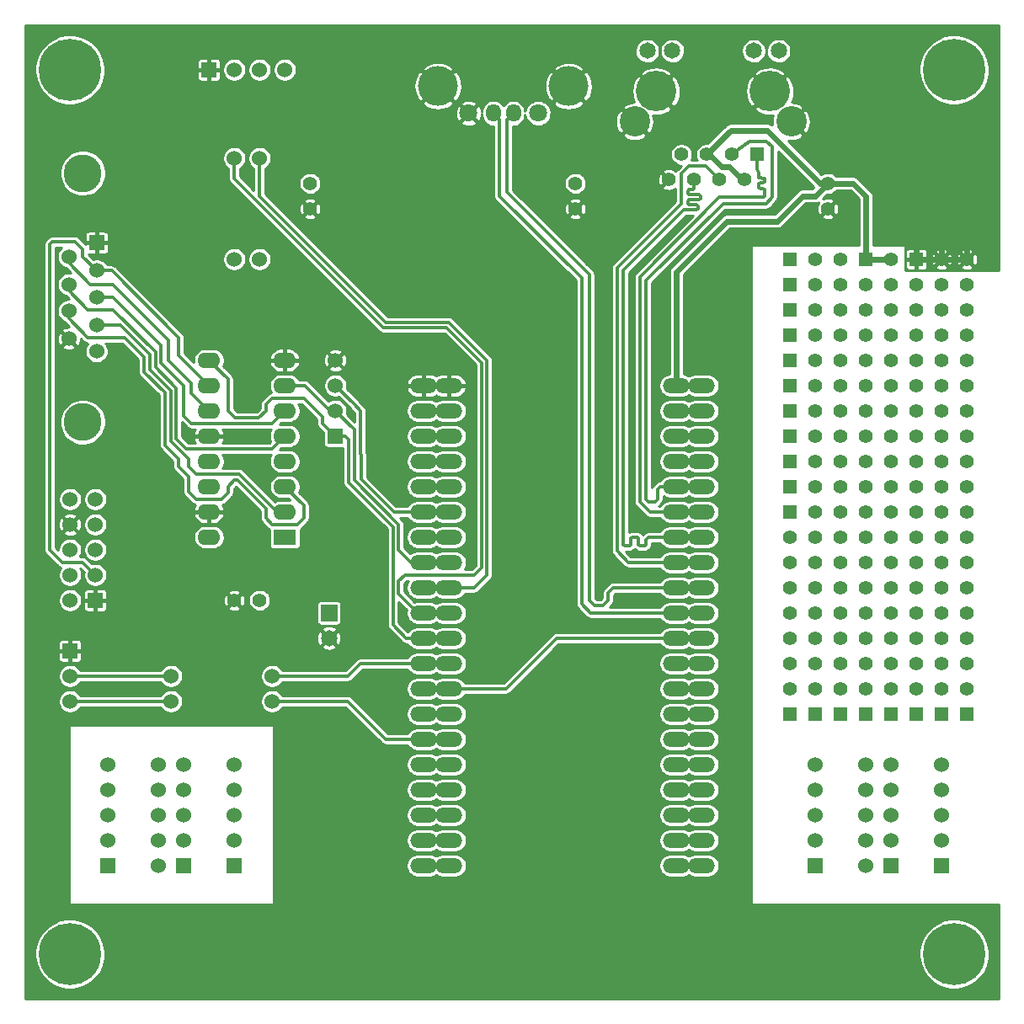
<source format=gtl>
G04 (created by PCBNEW-RS274X (2012-01-19 BZR 3256)-stable) date 5/12/2014 21:22:13*
G01*
G70*
G90*
%MOIN*%
G04 Gerber Fmt 3.4, Leading zero omitted, Abs format*
%FSLAX34Y34*%
G04 APERTURE LIST*
%ADD10C,0.006000*%
%ADD11C,0.246100*%
%ADD12O,0.106300X0.059100*%
%ADD13C,0.160000*%
%ADD14R,0.055000X0.055000*%
%ADD15C,0.055000*%
%ADD16C,0.120000*%
%ADD17C,0.065000*%
%ADD18O,0.059100X0.070900*%
%ADD19C,0.070900*%
%ADD20C,0.157500*%
%ADD21C,0.060000*%
%ADD22R,0.060000X0.060000*%
%ADD23R,0.090000X0.062000*%
%ADD24O,0.090000X0.062000*%
%ADD25R,0.065000X0.065000*%
%ADD26C,0.150000*%
%ADD27C,0.024000*%
%ADD28C,0.012000*%
%ADD29C,0.016000*%
%ADD30C,0.010000*%
G04 APERTURE END LIST*
G54D10*
G54D11*
X49000Y-16000D03*
G54D12*
X39000Y-28500D03*
X39000Y-29500D03*
X39000Y-30500D03*
X39000Y-31500D03*
X39000Y-32500D03*
X39000Y-33500D03*
X39000Y-34500D03*
X39000Y-35500D03*
X39000Y-36500D03*
X39000Y-37500D03*
X39000Y-38500D03*
X39000Y-39500D03*
X39000Y-40500D03*
X39000Y-41500D03*
X39000Y-42500D03*
X39000Y-43500D03*
X39000Y-44500D03*
X39000Y-45500D03*
X39000Y-46500D03*
X39000Y-47500D03*
X28000Y-47500D03*
X28000Y-46500D03*
X28000Y-45500D03*
X28000Y-44500D03*
X28000Y-43500D03*
X28000Y-42500D03*
X28000Y-41500D03*
X28000Y-40500D03*
X28000Y-39500D03*
X28000Y-38500D03*
X28000Y-37500D03*
X28000Y-36500D03*
X28000Y-35500D03*
X28000Y-34500D03*
X28000Y-33500D03*
X28000Y-32500D03*
X28000Y-31500D03*
X28000Y-30500D03*
X28000Y-29500D03*
X28000Y-28500D03*
X29000Y-28500D03*
X29000Y-29500D03*
X29000Y-30500D03*
X29000Y-31500D03*
X29000Y-32500D03*
X29000Y-33500D03*
X29000Y-34500D03*
X29000Y-35500D03*
X29000Y-36500D03*
X29000Y-37500D03*
X29000Y-38500D03*
X29000Y-39500D03*
X29000Y-40500D03*
X29000Y-41500D03*
X29000Y-42500D03*
X29000Y-43500D03*
X29000Y-44500D03*
X29000Y-45500D03*
X29000Y-46500D03*
X29000Y-47500D03*
X38000Y-47500D03*
X38000Y-46500D03*
X38000Y-45500D03*
X38000Y-44500D03*
X38000Y-43500D03*
X38000Y-42500D03*
X38000Y-41500D03*
X38000Y-40500D03*
X38000Y-39500D03*
X38000Y-38500D03*
X38000Y-37500D03*
X38000Y-36500D03*
X38000Y-35500D03*
X38000Y-34500D03*
X38000Y-33500D03*
X38000Y-32500D03*
X38000Y-31500D03*
X38000Y-30500D03*
X38000Y-29500D03*
X38000Y-28500D03*
G54D13*
X37200Y-16850D03*
X41700Y-16850D03*
G54D14*
X41200Y-19350D03*
G54D15*
X40700Y-20350D03*
X40200Y-19350D03*
X39700Y-20350D03*
X39200Y-19350D03*
X38700Y-20350D03*
X38200Y-19350D03*
X37700Y-20350D03*
G54D16*
X42550Y-18050D03*
X36350Y-18050D03*
G54D17*
X42050Y-15250D03*
X41060Y-15250D03*
X37840Y-15250D03*
X36850Y-15250D03*
G54D18*
X30755Y-17720D03*
X31545Y-17720D03*
G54D19*
X29775Y-17720D03*
G54D20*
X28565Y-16650D03*
X33735Y-16650D03*
G54D19*
X32525Y-17720D03*
G54D21*
X21500Y-23500D03*
X21500Y-19500D03*
X18000Y-41000D03*
X22000Y-41000D03*
X20500Y-23500D03*
X20500Y-19500D03*
G54D11*
X49000Y-51000D03*
X14000Y-51000D03*
X14000Y-16000D03*
G54D14*
X43500Y-41500D03*
G54D15*
X43500Y-40500D03*
X43500Y-39500D03*
X43500Y-38500D03*
X43500Y-37500D03*
X43500Y-36500D03*
X43500Y-35500D03*
X43500Y-34500D03*
G54D14*
X44500Y-41500D03*
G54D15*
X44500Y-40500D03*
X44500Y-39500D03*
X44500Y-38500D03*
X44500Y-37500D03*
X44500Y-36500D03*
X44500Y-35500D03*
X44500Y-34500D03*
G54D14*
X47500Y-41500D03*
G54D15*
X47500Y-40500D03*
X47500Y-39500D03*
X47500Y-38500D03*
X47500Y-37500D03*
X47500Y-36500D03*
X47500Y-35500D03*
X47500Y-34500D03*
G54D14*
X48500Y-41500D03*
G54D15*
X48500Y-40500D03*
X48500Y-39500D03*
X48500Y-38500D03*
X48500Y-37500D03*
X48500Y-36500D03*
X48500Y-35500D03*
X48500Y-34500D03*
G54D22*
X15000Y-37000D03*
G54D21*
X14000Y-37000D03*
X15000Y-36000D03*
X14000Y-36000D03*
X15000Y-35000D03*
X14000Y-35000D03*
X15000Y-34000D03*
X14000Y-34000D03*
X15000Y-33000D03*
X14000Y-33000D03*
G54D22*
X46500Y-47500D03*
G54D21*
X45500Y-47500D03*
X46500Y-46500D03*
X45500Y-46500D03*
X46500Y-45500D03*
X45500Y-45500D03*
X46500Y-44500D03*
X45500Y-44500D03*
X46500Y-43500D03*
X45500Y-43500D03*
G54D22*
X18500Y-47500D03*
G54D21*
X17500Y-47500D03*
X18500Y-46500D03*
X17500Y-46500D03*
X18500Y-45500D03*
X17500Y-45500D03*
X18500Y-44500D03*
X17500Y-44500D03*
X18500Y-43500D03*
X17500Y-43500D03*
G54D22*
X48500Y-47500D03*
G54D21*
X48500Y-46500D03*
X48500Y-45500D03*
X48500Y-44500D03*
X48500Y-43500D03*
G54D22*
X20500Y-47500D03*
G54D21*
X20500Y-46500D03*
X20500Y-45500D03*
X20500Y-44500D03*
X20500Y-43500D03*
G54D22*
X43500Y-47500D03*
G54D21*
X43500Y-46500D03*
X43500Y-45500D03*
X43500Y-44500D03*
X43500Y-43500D03*
G54D22*
X15500Y-47500D03*
G54D21*
X15500Y-46500D03*
X15500Y-45500D03*
X15500Y-44500D03*
X15500Y-43500D03*
G54D15*
X44000Y-21500D03*
X44000Y-20500D03*
X23500Y-20500D03*
X23500Y-21500D03*
G54D22*
X19500Y-16000D03*
G54D21*
X20500Y-16000D03*
X21500Y-16000D03*
X22500Y-16000D03*
G54D23*
X22500Y-34500D03*
G54D24*
X22500Y-33500D03*
X22500Y-32500D03*
X22500Y-31500D03*
X22500Y-30500D03*
X22500Y-29500D03*
X22500Y-28500D03*
X22500Y-27500D03*
X19500Y-27500D03*
X19500Y-28500D03*
X19500Y-29500D03*
X19500Y-30500D03*
X19500Y-31500D03*
X19500Y-32500D03*
X19500Y-33500D03*
X19500Y-34500D03*
G54D25*
X24250Y-37500D03*
G54D17*
X24250Y-38500D03*
G54D15*
X21500Y-37000D03*
X20500Y-37000D03*
X34000Y-20500D03*
X34000Y-21500D03*
G54D14*
X42500Y-24500D03*
G54D15*
X43500Y-24500D03*
X44500Y-24500D03*
X45500Y-24500D03*
X46500Y-24500D03*
X47500Y-24500D03*
X48500Y-24500D03*
X49500Y-24500D03*
G54D14*
X42500Y-25500D03*
G54D15*
X43500Y-25500D03*
X44500Y-25500D03*
X45500Y-25500D03*
X46500Y-25500D03*
X47500Y-25500D03*
X48500Y-25500D03*
X49500Y-25500D03*
G54D14*
X42500Y-26500D03*
G54D15*
X43500Y-26500D03*
X44500Y-26500D03*
X45500Y-26500D03*
X46500Y-26500D03*
X47500Y-26500D03*
X48500Y-26500D03*
X49500Y-26500D03*
G54D14*
X42500Y-27500D03*
G54D15*
X43500Y-27500D03*
X44500Y-27500D03*
X45500Y-27500D03*
X46500Y-27500D03*
X47500Y-27500D03*
X48500Y-27500D03*
X49500Y-27500D03*
G54D14*
X42500Y-28500D03*
G54D15*
X43500Y-28500D03*
X44500Y-28500D03*
X45500Y-28500D03*
X46500Y-28500D03*
X47500Y-28500D03*
X48500Y-28500D03*
X49500Y-28500D03*
G54D14*
X42500Y-29500D03*
G54D15*
X43500Y-29500D03*
X44500Y-29500D03*
X45500Y-29500D03*
X46500Y-29500D03*
X47500Y-29500D03*
X48500Y-29500D03*
X49500Y-29500D03*
G54D14*
X42500Y-31500D03*
G54D15*
X43500Y-31500D03*
X44500Y-31500D03*
X45500Y-31500D03*
X46500Y-31500D03*
X47500Y-31500D03*
X48500Y-31500D03*
X49500Y-31500D03*
G54D14*
X42500Y-30500D03*
G54D15*
X43500Y-30500D03*
X44500Y-30500D03*
X45500Y-30500D03*
X46500Y-30500D03*
X47500Y-30500D03*
X48500Y-30500D03*
X49500Y-30500D03*
G54D14*
X42500Y-41500D03*
G54D15*
X42500Y-40500D03*
X42500Y-39500D03*
X42500Y-38500D03*
X42500Y-37500D03*
X42500Y-36500D03*
X42500Y-35500D03*
X42500Y-34500D03*
G54D14*
X49500Y-41500D03*
G54D15*
X49500Y-40500D03*
X49500Y-39500D03*
X49500Y-38500D03*
X49500Y-37500D03*
X49500Y-36500D03*
X49500Y-35500D03*
X49500Y-34500D03*
G54D14*
X42500Y-23500D03*
G54D15*
X43500Y-23500D03*
X44500Y-23500D03*
G54D14*
X47500Y-23500D03*
G54D15*
X48500Y-23500D03*
X49500Y-23500D03*
G54D14*
X45500Y-23500D03*
G54D15*
X46500Y-23500D03*
G54D14*
X42500Y-32500D03*
G54D15*
X43500Y-32500D03*
X44500Y-32500D03*
X45500Y-32500D03*
X46500Y-32500D03*
X47500Y-32500D03*
X48500Y-32500D03*
X49500Y-32500D03*
G54D14*
X42500Y-33500D03*
G54D15*
X43500Y-33500D03*
X44500Y-33500D03*
X45500Y-33500D03*
X46500Y-33500D03*
X47500Y-33500D03*
X48500Y-33500D03*
X49500Y-33500D03*
G54D21*
X18000Y-40000D03*
X22000Y-40000D03*
G54D22*
X14000Y-39000D03*
G54D21*
X14000Y-40000D03*
X14000Y-41000D03*
G54D22*
X24500Y-30500D03*
G54D21*
X24500Y-29500D03*
X24500Y-28500D03*
X24500Y-27500D03*
G54D26*
X14500Y-20100D03*
X14500Y-29950D03*
G54D22*
X15050Y-22850D03*
G54D21*
X15050Y-23950D03*
X15050Y-25000D03*
X15050Y-26100D03*
X15050Y-27150D03*
X13950Y-23400D03*
X13950Y-24500D03*
X13950Y-25550D03*
X13950Y-26650D03*
G54D14*
X45500Y-41500D03*
G54D15*
X45500Y-40500D03*
X45500Y-39500D03*
X45500Y-38500D03*
X45500Y-37500D03*
X45500Y-36500D03*
X45500Y-35500D03*
X45500Y-34500D03*
G54D14*
X46500Y-41500D03*
G54D15*
X46500Y-40500D03*
X46500Y-39500D03*
X46500Y-38500D03*
X46500Y-37500D03*
X46500Y-36500D03*
X46500Y-35500D03*
X46500Y-34500D03*
G54D27*
X38000Y-39500D02*
X39000Y-39500D01*
X38000Y-30500D02*
X39000Y-30500D01*
X29000Y-47500D02*
X28000Y-47500D01*
X38000Y-44500D02*
X39000Y-44500D01*
X38000Y-41500D02*
X39000Y-41500D01*
X29000Y-45500D02*
X28000Y-45500D01*
X28000Y-32500D02*
X29000Y-32500D01*
X28000Y-46500D02*
X29000Y-46500D01*
X38000Y-43500D02*
X39000Y-43500D01*
X28000Y-30500D02*
X29000Y-30500D01*
X38000Y-46500D02*
X39000Y-46500D01*
X28000Y-41500D02*
X29000Y-41500D01*
X38000Y-31500D02*
X39000Y-31500D01*
X29000Y-31500D02*
X28000Y-31500D01*
X38000Y-47500D02*
X39000Y-47500D01*
X38000Y-40500D02*
X39000Y-40500D01*
X28000Y-44500D02*
X29000Y-44500D01*
X38000Y-42500D02*
X39000Y-42500D01*
X38000Y-45500D02*
X39000Y-45500D01*
X28000Y-34500D02*
X29000Y-34500D01*
X38000Y-29500D02*
X39000Y-29500D01*
X41600Y-18400D02*
X40150Y-18400D01*
X40000Y-22000D02*
X38000Y-24000D01*
X45500Y-23500D02*
X46500Y-23500D01*
X40700Y-20350D02*
X40600Y-20350D01*
X39300Y-19350D02*
X39200Y-19350D01*
X38000Y-28500D02*
X39000Y-28500D01*
X38000Y-28500D02*
X38000Y-24000D01*
X40101Y-19851D02*
X39801Y-19851D01*
X43000Y-21000D02*
X43500Y-21000D01*
X39801Y-19851D02*
X39300Y-19350D01*
X43700Y-20500D02*
X41600Y-18400D01*
X40600Y-20350D02*
X40101Y-19851D01*
X45500Y-21000D02*
X45500Y-23500D01*
X45000Y-20500D02*
X45500Y-21000D01*
X44000Y-20500D02*
X45000Y-20500D01*
X42000Y-22000D02*
X40000Y-22000D01*
X44000Y-20500D02*
X43700Y-20500D01*
X43500Y-21000D02*
X44000Y-20500D01*
X43000Y-21000D02*
X42000Y-22000D01*
X40150Y-18400D02*
X39200Y-19350D01*
X29000Y-29500D02*
X28000Y-29500D01*
G54D28*
X25532Y-32218D02*
X26814Y-33500D01*
X26814Y-33500D02*
X28000Y-33500D01*
X25250Y-29250D02*
X25500Y-29500D01*
X25500Y-29500D02*
X25500Y-31222D01*
G54D27*
X29000Y-33500D02*
X28000Y-33500D01*
G54D28*
X25532Y-31254D02*
X25532Y-32218D01*
X24500Y-28500D02*
X25250Y-29250D01*
X25500Y-31222D02*
X25532Y-31254D01*
X20000Y-33000D02*
X20250Y-32750D01*
X21750Y-33750D02*
X22000Y-34000D01*
X20250Y-32750D02*
X20250Y-32500D01*
X20250Y-32500D02*
X20500Y-32250D01*
X20500Y-32250D02*
X20636Y-32250D01*
X20636Y-32250D02*
X21750Y-33364D01*
X16934Y-27962D02*
X17756Y-28784D01*
X23000Y-34000D02*
X23250Y-33750D01*
X22000Y-34000D02*
X23000Y-34000D01*
X18300Y-31700D02*
X18300Y-31400D01*
X16934Y-27362D02*
X16934Y-27962D01*
X18700Y-32700D02*
X18700Y-32100D01*
X17756Y-28784D02*
X17756Y-30856D01*
X19000Y-33000D02*
X18700Y-32700D01*
X14700Y-26600D02*
X16172Y-26600D01*
X23250Y-33750D02*
X23250Y-33250D01*
X16172Y-26600D02*
X16934Y-27362D01*
X13950Y-25850D02*
X14700Y-26600D01*
X18700Y-32100D02*
X18300Y-31700D01*
X19000Y-33000D02*
X20000Y-33000D01*
X21750Y-33364D02*
X21750Y-33750D01*
X22500Y-32500D02*
X23250Y-33250D01*
X13950Y-25850D02*
X13950Y-25550D01*
X17756Y-30856D02*
X18300Y-31400D01*
X22500Y-33500D02*
X22200Y-33500D01*
X19100Y-32000D02*
X19000Y-32000D01*
X17978Y-28692D02*
X17978Y-30692D01*
X15050Y-26100D02*
X15986Y-26100D01*
X21700Y-33000D02*
X20700Y-32000D01*
X19000Y-32000D02*
X18700Y-31700D01*
X19100Y-32000D02*
X20000Y-32000D01*
X20700Y-32000D02*
X20000Y-32000D01*
X15986Y-26100D02*
X17156Y-27270D01*
X17978Y-30692D02*
X18700Y-31414D01*
X17156Y-27870D02*
X17978Y-28692D01*
X17156Y-27270D02*
X17156Y-27870D01*
X20100Y-32000D02*
X20000Y-32000D01*
X18700Y-31414D02*
X18700Y-31700D01*
X21700Y-33000D02*
X22200Y-33500D01*
X27000Y-35000D02*
X27500Y-35500D01*
X24500Y-29500D02*
X25250Y-30250D01*
X23300Y-28500D02*
X22500Y-28500D01*
G54D27*
X28000Y-35500D02*
X29000Y-35500D01*
G54D28*
X25250Y-32250D02*
X27000Y-34000D01*
X24500Y-29500D02*
X24300Y-29500D01*
X24300Y-29500D02*
X23300Y-28500D01*
X28000Y-35500D02*
X29000Y-35500D01*
X27000Y-34000D02*
X27000Y-35000D01*
X27500Y-35500D02*
X28000Y-35500D01*
X25250Y-30250D02*
X25250Y-32250D01*
X18200Y-30600D02*
X18600Y-31000D01*
X18600Y-31000D02*
X22000Y-31000D01*
X14700Y-25500D02*
X15700Y-25500D01*
X22000Y-31000D02*
X22500Y-30500D01*
X17378Y-27178D02*
X17378Y-27778D01*
X13950Y-24500D02*
X13950Y-24750D01*
X18200Y-28600D02*
X18200Y-30600D01*
X15700Y-25500D02*
X17378Y-27178D01*
X13950Y-24750D02*
X14700Y-25500D01*
X17378Y-27778D02*
X18200Y-28600D01*
X17600Y-27600D02*
X18500Y-28500D01*
X15700Y-25000D02*
X17600Y-26900D01*
X22000Y-30000D02*
X22500Y-29500D01*
X15050Y-25000D02*
X15700Y-25000D01*
X17600Y-26900D02*
X17600Y-27600D01*
X18500Y-28500D02*
X18500Y-29700D01*
X18500Y-29700D02*
X18800Y-30000D01*
X18800Y-30000D02*
X22000Y-30000D01*
X25000Y-41000D02*
X26500Y-42500D01*
G54D27*
X29000Y-42500D02*
X28000Y-42500D01*
G54D28*
X26500Y-42500D02*
X28000Y-42500D01*
X22000Y-41000D02*
X25000Y-41000D01*
X33250Y-38500D02*
X31250Y-40500D01*
X38000Y-38500D02*
X33250Y-38500D01*
X31250Y-40500D02*
X29000Y-40500D01*
G54D27*
X29000Y-40500D02*
X28000Y-40500D01*
X28000Y-39500D02*
X29000Y-39500D01*
G54D28*
X25000Y-40000D02*
X25500Y-39500D01*
X25500Y-39500D02*
X28000Y-39500D01*
X22000Y-40000D02*
X25000Y-40000D01*
X28000Y-38500D02*
X29000Y-38500D01*
X26778Y-37978D02*
X27300Y-38500D01*
X24900Y-30500D02*
X25028Y-30628D01*
X20528Y-29778D02*
X21472Y-29778D01*
G54D27*
X29000Y-38500D02*
X28000Y-38500D01*
X28000Y-43500D02*
X29000Y-43500D01*
G54D28*
X24000Y-29750D02*
X24000Y-30000D01*
X24000Y-30000D02*
X24500Y-30500D01*
X23250Y-29000D02*
X24000Y-29750D01*
X19500Y-27500D02*
X20250Y-28250D01*
X21472Y-29778D02*
X21750Y-29500D01*
X20250Y-29500D02*
X20528Y-29778D01*
X22000Y-29000D02*
X23250Y-29000D01*
X27300Y-38500D02*
X28000Y-38500D01*
X28000Y-38500D02*
X29000Y-38500D01*
X20250Y-28250D02*
X20250Y-29500D01*
X25028Y-30628D02*
X25028Y-32342D01*
X25028Y-32342D02*
X26778Y-34092D01*
X21750Y-29500D02*
X21750Y-29250D01*
X24500Y-30500D02*
X24900Y-30500D01*
X21750Y-29250D02*
X22000Y-29000D01*
X26778Y-34092D02*
X26778Y-37978D01*
X18800Y-28400D02*
X18800Y-28800D01*
X18800Y-28800D02*
X19500Y-29500D01*
X13950Y-23650D02*
X14800Y-24500D01*
X13950Y-23400D02*
X13950Y-23650D01*
X14800Y-24500D02*
X15700Y-24500D01*
X17900Y-27500D02*
X18800Y-28400D01*
X15700Y-24500D02*
X17900Y-26700D01*
X17900Y-26700D02*
X17900Y-27500D01*
X18300Y-26600D02*
X18300Y-27300D01*
X14500Y-35500D02*
X13700Y-35500D01*
X13200Y-35000D02*
X13200Y-22900D01*
X15000Y-36000D02*
X14500Y-35500D01*
X13700Y-35500D02*
X13200Y-35000D01*
X14500Y-23400D02*
X15050Y-23950D01*
X18300Y-27300D02*
X19500Y-28500D01*
X14500Y-23100D02*
X14500Y-23400D01*
X15050Y-23950D02*
X15650Y-23950D01*
X13200Y-22900D02*
X13300Y-22800D01*
X13300Y-22800D02*
X14200Y-22800D01*
X15650Y-23950D02*
X18300Y-26600D01*
X14200Y-22800D02*
X14500Y-23100D01*
X21500Y-19500D02*
X21500Y-21000D01*
X21500Y-21000D02*
X26500Y-26000D01*
X29000Y-26000D02*
X30500Y-27500D01*
X30500Y-36000D02*
X30000Y-36500D01*
X30000Y-36500D02*
X29000Y-36500D01*
X30500Y-27500D02*
X30500Y-36000D01*
G54D27*
X29000Y-36500D02*
X28000Y-36500D01*
G54D28*
X26500Y-26000D02*
X29000Y-26000D01*
X30278Y-27592D02*
X30278Y-35722D01*
X26408Y-26222D02*
X28908Y-26222D01*
X27750Y-37500D02*
X28000Y-37500D01*
X27000Y-36250D02*
X27000Y-36750D01*
X27000Y-36750D02*
X27750Y-37500D01*
X30278Y-35722D02*
X30000Y-36000D01*
G54D27*
X28000Y-37500D02*
X29000Y-37500D01*
G54D28*
X30000Y-36000D02*
X27250Y-36000D01*
X27250Y-36000D02*
X27000Y-36250D01*
X20500Y-20314D02*
X26408Y-26222D01*
X28908Y-26222D02*
X30278Y-27592D01*
X20500Y-19500D02*
X20500Y-20314D01*
X39150Y-19800D02*
X38500Y-19800D01*
X35650Y-35050D02*
X36100Y-35500D01*
X38200Y-20100D02*
X38200Y-21300D01*
X35650Y-23850D02*
X35650Y-35050D01*
X38200Y-21300D02*
X35650Y-23850D01*
G54D27*
X38000Y-35500D02*
X39000Y-35500D01*
G54D28*
X36100Y-35500D02*
X38000Y-35500D01*
X38500Y-19800D02*
X38200Y-20100D01*
X39700Y-20350D02*
X39150Y-19800D01*
X38900Y-21150D02*
X38500Y-21150D01*
X35900Y-34800D02*
X35950Y-34850D01*
X38950Y-21100D02*
X38900Y-21150D01*
X36500Y-34800D02*
X36550Y-34850D01*
X36800Y-34600D02*
X36900Y-34500D01*
X38650Y-20750D02*
X38500Y-20750D01*
X36550Y-34850D02*
X36750Y-34850D01*
X38800Y-21350D02*
X38850Y-21400D01*
X38450Y-21300D02*
X38500Y-21350D01*
X36800Y-34800D02*
X36800Y-34600D01*
X36150Y-34850D02*
X36200Y-34800D01*
X38500Y-21150D02*
X38450Y-21200D01*
X36200Y-34800D02*
X36200Y-34550D01*
X38500Y-20950D02*
X38900Y-20950D01*
X38850Y-21500D02*
X38800Y-21550D01*
X38900Y-20950D02*
X38950Y-21000D01*
X35900Y-23950D02*
X35900Y-34800D01*
X38700Y-20700D02*
X38650Y-20750D01*
X38500Y-20750D02*
X38450Y-20800D01*
X38450Y-20900D02*
X38500Y-20950D01*
X38300Y-21550D02*
X35900Y-23950D01*
G54D27*
X38000Y-34500D02*
X39000Y-34500D01*
G54D28*
X36200Y-34550D02*
X36250Y-34500D01*
X36900Y-34500D02*
X38000Y-34500D01*
X38850Y-21400D02*
X38850Y-21500D01*
X38800Y-21550D02*
X38300Y-21550D01*
X38500Y-21350D02*
X38800Y-21350D01*
X36750Y-34850D02*
X36800Y-34800D01*
X36450Y-34500D02*
X36500Y-34550D01*
X36500Y-34550D02*
X36500Y-34800D01*
X38700Y-20350D02*
X38700Y-20700D01*
X36250Y-34500D02*
X36450Y-34500D01*
X35950Y-34850D02*
X36150Y-34850D01*
X38450Y-20800D02*
X38450Y-20900D01*
X38450Y-21200D02*
X38450Y-21300D01*
X38950Y-21000D02*
X38950Y-21100D01*
X36550Y-24200D02*
X36550Y-33100D01*
X36550Y-33100D02*
X36950Y-33500D01*
X41500Y-21000D02*
X41500Y-20750D01*
G54D27*
X38000Y-33500D02*
X39000Y-33500D01*
G54D29*
X38000Y-33500D02*
X39000Y-33500D01*
G54D28*
X41250Y-20500D02*
X41500Y-20450D01*
X41250Y-20675D02*
X41250Y-20500D01*
X41500Y-20300D02*
X41273Y-20275D01*
X41500Y-20750D02*
X41250Y-20675D01*
X39700Y-21050D02*
X41450Y-21050D01*
X41273Y-20275D02*
X41273Y-20088D01*
X41200Y-19950D02*
X41200Y-19350D01*
X39700Y-21050D02*
X36550Y-24200D01*
X41273Y-20088D02*
X41200Y-19950D01*
X39000Y-33500D02*
X36950Y-33500D01*
X41450Y-21050D02*
X41500Y-21000D01*
X41500Y-20450D02*
X41500Y-20300D01*
X37250Y-32600D02*
X37250Y-33000D01*
G54D29*
X38000Y-32500D02*
X39000Y-32500D01*
G54D28*
X39000Y-32500D02*
X37350Y-32500D01*
X41550Y-18841D02*
X40889Y-18838D01*
G54D27*
X38000Y-32500D02*
X39000Y-32500D01*
G54D28*
X36800Y-33000D02*
X36800Y-24350D01*
X37250Y-33000D02*
X37150Y-33100D01*
X37350Y-32500D02*
X37250Y-32600D01*
X41550Y-21300D02*
X41784Y-21050D01*
X40889Y-18838D02*
X40200Y-19350D01*
X36900Y-33100D02*
X36800Y-33000D01*
X39850Y-21300D02*
X41550Y-21300D01*
X36800Y-24350D02*
X39850Y-21300D01*
X37150Y-33100D02*
X36900Y-33100D01*
X41788Y-19040D02*
X41550Y-18841D01*
X41784Y-21050D02*
X41788Y-19040D01*
G54D27*
X48500Y-23500D02*
X49500Y-23500D01*
X49500Y-23500D02*
X49500Y-22500D01*
X28000Y-28500D02*
X29000Y-28500D01*
X47500Y-23500D02*
X47500Y-22500D01*
X47500Y-23500D02*
X48500Y-23500D01*
X48500Y-23500D02*
X48500Y-22500D01*
G54D28*
X13950Y-26650D02*
X13850Y-26650D01*
X18000Y-41000D02*
X14000Y-41000D01*
X14000Y-40000D02*
X18000Y-40000D01*
X34250Y-37150D02*
X34600Y-37500D01*
X34250Y-24250D02*
X34250Y-37150D01*
X30755Y-17720D02*
X31000Y-17965D01*
X31000Y-20950D02*
X31000Y-21000D01*
X31000Y-21000D02*
X34250Y-24250D01*
X31000Y-17965D02*
X31000Y-20950D01*
X38000Y-37500D02*
X34600Y-37500D01*
X35300Y-37000D02*
X35100Y-37200D01*
X31300Y-17965D02*
X31545Y-17720D01*
X35300Y-36700D02*
X35300Y-37000D01*
X34550Y-37000D02*
X34550Y-24100D01*
X34750Y-37200D02*
X34550Y-37000D01*
X31300Y-20850D02*
X31300Y-17965D01*
X38000Y-36500D02*
X35500Y-36500D01*
X35100Y-37200D02*
X34850Y-37200D01*
X34850Y-37200D02*
X34750Y-37200D01*
X34550Y-24100D02*
X31300Y-20850D01*
X35500Y-36500D02*
X35300Y-36700D01*
G54D10*
G36*
X21967Y-30228D02*
X21937Y-30273D01*
X21901Y-30359D01*
X21882Y-30450D01*
X21882Y-30544D01*
X21899Y-30635D01*
X21934Y-30722D01*
X21942Y-30735D01*
X21906Y-30772D01*
X20033Y-30772D01*
X20059Y-30735D01*
X20097Y-30649D01*
X20106Y-30604D01*
X20074Y-30530D01*
X19580Y-30530D01*
X19530Y-30530D01*
X19470Y-30530D01*
X19420Y-30530D01*
X18926Y-30530D01*
X18894Y-30604D01*
X18903Y-30649D01*
X18941Y-30735D01*
X18966Y-30772D01*
X18694Y-30772D01*
X18428Y-30505D01*
X18428Y-29950D01*
X18633Y-30155D01*
X18637Y-30160D01*
X18639Y-30161D01*
X18671Y-30188D01*
X18673Y-30189D01*
X18710Y-30210D01*
X18712Y-30211D01*
X18729Y-30215D01*
X18753Y-30223D01*
X18755Y-30223D01*
X18797Y-30228D01*
X18799Y-30228D01*
X18800Y-30228D01*
X18966Y-30228D01*
X18941Y-30265D01*
X18903Y-30351D01*
X18894Y-30396D01*
X18926Y-30470D01*
X19420Y-30470D01*
X19470Y-30470D01*
X19530Y-30470D01*
X19580Y-30470D01*
X20074Y-30470D01*
X20106Y-30396D01*
X20097Y-30351D01*
X20059Y-30265D01*
X20033Y-30228D01*
X21967Y-30228D01*
X21967Y-30228D01*
G37*
G54D30*
X21967Y-30228D02*
X21937Y-30273D01*
X21901Y-30359D01*
X21882Y-30450D01*
X21882Y-30544D01*
X21899Y-30635D01*
X21934Y-30722D01*
X21942Y-30735D01*
X21906Y-30772D01*
X20033Y-30772D01*
X20059Y-30735D01*
X20097Y-30649D01*
X20106Y-30604D01*
X20074Y-30530D01*
X19580Y-30530D01*
X19530Y-30530D01*
X19470Y-30530D01*
X19420Y-30530D01*
X18926Y-30530D01*
X18894Y-30604D01*
X18903Y-30649D01*
X18941Y-30735D01*
X18966Y-30772D01*
X18694Y-30772D01*
X18428Y-30505D01*
X18428Y-29950D01*
X18633Y-30155D01*
X18637Y-30160D01*
X18639Y-30161D01*
X18671Y-30188D01*
X18673Y-30189D01*
X18710Y-30210D01*
X18712Y-30211D01*
X18729Y-30215D01*
X18753Y-30223D01*
X18755Y-30223D01*
X18797Y-30228D01*
X18799Y-30228D01*
X18800Y-30228D01*
X18966Y-30228D01*
X18941Y-30265D01*
X18903Y-30351D01*
X18894Y-30396D01*
X18926Y-30470D01*
X19420Y-30470D01*
X19470Y-30470D01*
X19530Y-30470D01*
X19580Y-30470D01*
X20074Y-30470D01*
X20106Y-30396D01*
X20097Y-30351D01*
X20059Y-30265D01*
X20033Y-30228D01*
X21967Y-30228D01*
G54D10*
G36*
X50757Y-52757D02*
X50397Y-52757D01*
X50397Y-50863D01*
X50344Y-50594D01*
X50239Y-50341D01*
X50088Y-50113D01*
X49895Y-49918D01*
X49668Y-49765D01*
X49415Y-49659D01*
X49147Y-49604D01*
X48873Y-49602D01*
X48604Y-49653D01*
X48350Y-49756D01*
X48120Y-49906D01*
X47925Y-50098D01*
X47770Y-50324D01*
X47662Y-50576D01*
X47605Y-50844D01*
X47601Y-51117D01*
X47651Y-51387D01*
X47752Y-51642D01*
X47900Y-51872D01*
X48090Y-52069D01*
X48315Y-52225D01*
X48566Y-52335D01*
X48834Y-52394D01*
X49108Y-52400D01*
X49378Y-52352D01*
X49633Y-52253D01*
X49864Y-52106D01*
X50063Y-51917D01*
X50221Y-51693D01*
X50332Y-51443D01*
X50393Y-51176D01*
X50397Y-50863D01*
X50397Y-52757D01*
X39700Y-52757D01*
X39700Y-47549D01*
X39700Y-47458D01*
X39700Y-46549D01*
X39700Y-46458D01*
X39700Y-45549D01*
X39700Y-45458D01*
X39700Y-44549D01*
X39700Y-44458D01*
X39700Y-43549D01*
X39700Y-43458D01*
X39700Y-42549D01*
X39700Y-42458D01*
X39700Y-41549D01*
X39700Y-41458D01*
X39700Y-40549D01*
X39700Y-40458D01*
X39700Y-39549D01*
X39700Y-39458D01*
X39700Y-38549D01*
X39700Y-38458D01*
X39700Y-37549D01*
X39700Y-37458D01*
X39683Y-37369D01*
X39650Y-37286D01*
X39600Y-37210D01*
X39537Y-37145D01*
X39462Y-37094D01*
X39379Y-37059D01*
X39291Y-37040D01*
X39200Y-37038D01*
X38716Y-37039D01*
X38627Y-37057D01*
X38544Y-37091D01*
X38500Y-37119D01*
X38462Y-37094D01*
X38379Y-37059D01*
X38291Y-37040D01*
X38200Y-37038D01*
X37716Y-37039D01*
X37627Y-37057D01*
X37544Y-37091D01*
X37468Y-37141D01*
X37404Y-37205D01*
X37359Y-37272D01*
X35350Y-37272D01*
X35459Y-37163D01*
X35460Y-37163D01*
X35460Y-37162D01*
X35461Y-37162D01*
X35488Y-37129D01*
X35489Y-37128D01*
X35494Y-37116D01*
X35510Y-37090D01*
X35510Y-37088D01*
X35523Y-37047D01*
X35523Y-37046D01*
X35528Y-37003D01*
X35528Y-37001D01*
X35528Y-37000D01*
X35528Y-36794D01*
X35594Y-36728D01*
X37359Y-36728D01*
X37400Y-36790D01*
X37463Y-36855D01*
X37538Y-36906D01*
X37621Y-36941D01*
X37709Y-36960D01*
X37800Y-36962D01*
X38284Y-36961D01*
X38373Y-36943D01*
X38456Y-36909D01*
X38499Y-36880D01*
X38538Y-36906D01*
X38621Y-36941D01*
X38709Y-36960D01*
X38800Y-36962D01*
X39284Y-36961D01*
X39373Y-36943D01*
X39456Y-36909D01*
X39532Y-36859D01*
X39596Y-36795D01*
X39646Y-36720D01*
X39681Y-36637D01*
X39700Y-36549D01*
X39700Y-36458D01*
X39683Y-36369D01*
X39650Y-36286D01*
X39600Y-36210D01*
X39537Y-36145D01*
X39462Y-36094D01*
X39379Y-36059D01*
X39291Y-36040D01*
X39200Y-36038D01*
X38716Y-36039D01*
X38627Y-36057D01*
X38544Y-36091D01*
X38500Y-36119D01*
X38462Y-36094D01*
X38379Y-36059D01*
X38291Y-36040D01*
X38200Y-36038D01*
X37716Y-36039D01*
X37627Y-36057D01*
X37544Y-36091D01*
X37468Y-36141D01*
X37404Y-36205D01*
X37359Y-36272D01*
X35502Y-36272D01*
X35500Y-36272D01*
X35456Y-36276D01*
X35432Y-36283D01*
X35415Y-36288D01*
X35413Y-36288D01*
X35413Y-36289D01*
X35374Y-36310D01*
X35347Y-36331D01*
X35340Y-36337D01*
X35339Y-36338D01*
X35338Y-36339D01*
X35144Y-36533D01*
X35140Y-36537D01*
X35120Y-36561D01*
X35110Y-36573D01*
X35091Y-36607D01*
X35090Y-36610D01*
X35089Y-36610D01*
X35089Y-36612D01*
X35084Y-36629D01*
X35077Y-36653D01*
X35072Y-36697D01*
X35072Y-36699D01*
X35072Y-36700D01*
X35072Y-36905D01*
X35005Y-36972D01*
X34853Y-36972D01*
X34850Y-36972D01*
X34845Y-36972D01*
X34844Y-36972D01*
X34778Y-36905D01*
X34778Y-24102D01*
X34778Y-24100D01*
X34774Y-24058D01*
X34774Y-24056D01*
X34766Y-24032D01*
X34762Y-24015D01*
X34761Y-24013D01*
X34759Y-24009D01*
X34741Y-23975D01*
X34740Y-23974D01*
X34734Y-23966D01*
X34713Y-23941D01*
X34712Y-23939D01*
X34707Y-23935D01*
X34690Y-23918D01*
X34690Y-16660D01*
X34673Y-16474D01*
X34622Y-16295D01*
X34535Y-16130D01*
X34525Y-16113D01*
X34401Y-16026D01*
X34359Y-16068D01*
X34359Y-15984D01*
X34272Y-15860D01*
X34108Y-15771D01*
X33930Y-15715D01*
X33745Y-15695D01*
X33559Y-15712D01*
X33380Y-15763D01*
X33215Y-15850D01*
X33198Y-15860D01*
X33111Y-15984D01*
X33735Y-16608D01*
X34359Y-15984D01*
X34359Y-16068D01*
X33777Y-16650D01*
X34401Y-17274D01*
X34525Y-17187D01*
X34614Y-17023D01*
X34670Y-16845D01*
X34690Y-16660D01*
X34690Y-23918D01*
X34443Y-23671D01*
X34443Y-20457D01*
X34426Y-20372D01*
X34393Y-20291D01*
X34359Y-20240D01*
X34359Y-17316D01*
X33735Y-16692D01*
X33693Y-16734D01*
X33693Y-16650D01*
X33069Y-16026D01*
X32945Y-16113D01*
X32856Y-16277D01*
X32800Y-16455D01*
X32780Y-16640D01*
X32797Y-16826D01*
X32848Y-17005D01*
X32935Y-17170D01*
X32945Y-17187D01*
X33069Y-17274D01*
X33693Y-16650D01*
X33693Y-16734D01*
X33111Y-17316D01*
X33198Y-17440D01*
X33362Y-17529D01*
X33540Y-17585D01*
X33725Y-17605D01*
X33911Y-17588D01*
X34090Y-17537D01*
X34255Y-17450D01*
X34272Y-17440D01*
X34359Y-17316D01*
X34359Y-20240D01*
X34345Y-20219D01*
X34284Y-20157D01*
X34212Y-20109D01*
X34132Y-20075D01*
X34047Y-20057D01*
X33960Y-20057D01*
X33875Y-20073D01*
X33794Y-20105D01*
X33721Y-20153D01*
X33659Y-20214D01*
X33610Y-20285D01*
X33576Y-20365D01*
X33558Y-20450D01*
X33556Y-20537D01*
X33572Y-20622D01*
X33604Y-20703D01*
X33651Y-20776D01*
X33711Y-20839D01*
X33782Y-20888D01*
X33862Y-20923D01*
X33947Y-20942D01*
X34034Y-20944D01*
X34119Y-20929D01*
X34200Y-20897D01*
X34274Y-20851D01*
X34337Y-20791D01*
X34387Y-20720D01*
X34422Y-20641D01*
X34442Y-20556D01*
X34443Y-20457D01*
X34443Y-23671D01*
X34442Y-23670D01*
X34442Y-21488D01*
X34431Y-21402D01*
X34404Y-21320D01*
X34375Y-21265D01*
X34303Y-21239D01*
X34261Y-21281D01*
X34261Y-21197D01*
X34235Y-21125D01*
X34158Y-21086D01*
X34074Y-21064D01*
X33988Y-21058D01*
X33902Y-21069D01*
X33820Y-21096D01*
X33765Y-21125D01*
X33739Y-21197D01*
X34000Y-21458D01*
X34261Y-21197D01*
X34261Y-21281D01*
X34042Y-21500D01*
X34303Y-21761D01*
X34375Y-21735D01*
X34414Y-21658D01*
X34436Y-21574D01*
X34442Y-21488D01*
X34442Y-23670D01*
X34261Y-23489D01*
X34261Y-21803D01*
X34000Y-21542D01*
X33958Y-21584D01*
X33958Y-21500D01*
X33697Y-21239D01*
X33625Y-21265D01*
X33586Y-21342D01*
X33564Y-21426D01*
X33558Y-21512D01*
X33569Y-21598D01*
X33596Y-21680D01*
X33625Y-21735D01*
X33697Y-21761D01*
X33958Y-21500D01*
X33958Y-21584D01*
X33739Y-21803D01*
X33765Y-21875D01*
X33842Y-21914D01*
X33926Y-21936D01*
X34012Y-21942D01*
X34098Y-21931D01*
X34180Y-21904D01*
X34235Y-21875D01*
X34261Y-21803D01*
X34261Y-23489D01*
X31528Y-20756D01*
X31528Y-18242D01*
X31587Y-18242D01*
X31676Y-18225D01*
X31759Y-18192D01*
X31835Y-18142D01*
X31900Y-18079D01*
X31951Y-18004D01*
X31986Y-17921D01*
X32005Y-17833D01*
X32006Y-17780D01*
X32022Y-17864D01*
X32059Y-17959D01*
X32115Y-18045D01*
X32186Y-18119D01*
X32270Y-18177D01*
X32363Y-18218D01*
X32463Y-18240D01*
X32565Y-18242D01*
X32666Y-18224D01*
X32761Y-18187D01*
X32847Y-18133D01*
X32921Y-18062D01*
X32980Y-17979D01*
X33022Y-17885D01*
X33044Y-17786D01*
X33046Y-17669D01*
X33026Y-17569D01*
X32987Y-17474D01*
X32931Y-17389D01*
X32859Y-17317D01*
X32774Y-17260D01*
X32680Y-17220D01*
X32580Y-17199D01*
X32478Y-17199D01*
X32377Y-17218D01*
X32283Y-17256D01*
X32197Y-17312D01*
X32124Y-17383D01*
X32066Y-17468D01*
X32026Y-17562D01*
X32006Y-17655D01*
X32006Y-17614D01*
X31988Y-17525D01*
X31954Y-17442D01*
X31904Y-17366D01*
X31840Y-17302D01*
X31765Y-17252D01*
X31682Y-17217D01*
X31594Y-17198D01*
X31503Y-17198D01*
X31414Y-17215D01*
X31331Y-17248D01*
X31255Y-17298D01*
X31190Y-17361D01*
X31149Y-17420D01*
X31114Y-17366D01*
X31050Y-17302D01*
X30975Y-17252D01*
X30892Y-17217D01*
X30804Y-17198D01*
X30713Y-17198D01*
X30624Y-17215D01*
X30541Y-17248D01*
X30465Y-17298D01*
X30400Y-17361D01*
X30349Y-17436D01*
X30314Y-17519D01*
X30295Y-17607D01*
X30293Y-17681D01*
X30285Y-17610D01*
X30254Y-17514D01*
X30214Y-17438D01*
X30135Y-17403D01*
X30092Y-17445D01*
X30092Y-17360D01*
X30057Y-17281D01*
X29967Y-17234D01*
X29868Y-17207D01*
X29767Y-17198D01*
X29665Y-17210D01*
X29569Y-17241D01*
X29520Y-17266D01*
X29520Y-16660D01*
X29503Y-16474D01*
X29452Y-16295D01*
X29365Y-16130D01*
X29355Y-16113D01*
X29231Y-16026D01*
X29189Y-16068D01*
X29189Y-15984D01*
X29102Y-15860D01*
X28938Y-15771D01*
X28760Y-15715D01*
X28575Y-15695D01*
X28389Y-15712D01*
X28210Y-15763D01*
X28045Y-15850D01*
X28028Y-15860D01*
X27941Y-15984D01*
X28565Y-16608D01*
X29189Y-15984D01*
X29189Y-16068D01*
X28607Y-16650D01*
X29231Y-17274D01*
X29355Y-17187D01*
X29444Y-17023D01*
X29500Y-16845D01*
X29520Y-16660D01*
X29520Y-17266D01*
X29493Y-17281D01*
X29458Y-17360D01*
X29775Y-17678D01*
X30092Y-17360D01*
X30092Y-17445D01*
X29817Y-17720D01*
X30135Y-18037D01*
X30214Y-18002D01*
X30261Y-17912D01*
X30288Y-17813D01*
X30293Y-17752D01*
X30294Y-17826D01*
X30312Y-17915D01*
X30346Y-17998D01*
X30396Y-18074D01*
X30460Y-18138D01*
X30535Y-18188D01*
X30618Y-18223D01*
X30706Y-18242D01*
X30772Y-18242D01*
X30772Y-20947D01*
X30772Y-20950D01*
X30772Y-20998D01*
X30772Y-21000D01*
X30776Y-21044D01*
X30783Y-21068D01*
X30788Y-21085D01*
X30788Y-21086D01*
X30789Y-21087D01*
X30809Y-21124D01*
X30810Y-21126D01*
X30837Y-21159D01*
X30838Y-21161D01*
X30839Y-21161D01*
X30843Y-21165D01*
X34022Y-24344D01*
X34022Y-37148D01*
X34022Y-37150D01*
X34026Y-37194D01*
X34033Y-37218D01*
X34038Y-37235D01*
X34038Y-37236D01*
X34039Y-37237D01*
X34059Y-37274D01*
X34060Y-37276D01*
X34087Y-37309D01*
X34088Y-37311D01*
X34089Y-37311D01*
X34092Y-37314D01*
X34436Y-37659D01*
X34437Y-37660D01*
X34438Y-37661D01*
X34471Y-37688D01*
X34472Y-37689D01*
X34483Y-37694D01*
X34510Y-37710D01*
X34512Y-37710D01*
X34553Y-37723D01*
X34554Y-37723D01*
X34597Y-37728D01*
X34599Y-37728D01*
X34600Y-37728D01*
X37359Y-37728D01*
X37400Y-37790D01*
X37463Y-37855D01*
X37538Y-37906D01*
X37621Y-37941D01*
X37709Y-37960D01*
X37800Y-37962D01*
X38284Y-37961D01*
X38373Y-37943D01*
X38456Y-37909D01*
X38499Y-37880D01*
X38538Y-37906D01*
X38621Y-37941D01*
X38709Y-37960D01*
X38800Y-37962D01*
X39284Y-37961D01*
X39373Y-37943D01*
X39456Y-37909D01*
X39532Y-37859D01*
X39596Y-37795D01*
X39646Y-37720D01*
X39681Y-37637D01*
X39700Y-37549D01*
X39700Y-38458D01*
X39683Y-38369D01*
X39650Y-38286D01*
X39600Y-38210D01*
X39537Y-38145D01*
X39462Y-38094D01*
X39379Y-38059D01*
X39291Y-38040D01*
X39200Y-38038D01*
X38716Y-38039D01*
X38627Y-38057D01*
X38544Y-38091D01*
X38500Y-38119D01*
X38462Y-38094D01*
X38379Y-38059D01*
X38291Y-38040D01*
X38200Y-38038D01*
X37716Y-38039D01*
X37627Y-38057D01*
X37544Y-38091D01*
X37468Y-38141D01*
X37404Y-38205D01*
X37359Y-38272D01*
X33252Y-38272D01*
X33250Y-38272D01*
X33206Y-38276D01*
X33182Y-38283D01*
X33165Y-38288D01*
X33163Y-38288D01*
X33163Y-38289D01*
X33159Y-38291D01*
X33125Y-38309D01*
X33116Y-38316D01*
X33089Y-38338D01*
X33088Y-38338D01*
X33088Y-38339D01*
X31155Y-40272D01*
X30728Y-40272D01*
X30728Y-36003D01*
X30728Y-36001D01*
X30728Y-36000D01*
X30728Y-27502D01*
X30728Y-27500D01*
X30724Y-27458D01*
X30724Y-27456D01*
X30716Y-27432D01*
X30712Y-27415D01*
X30711Y-27413D01*
X30709Y-27409D01*
X30691Y-27375D01*
X30690Y-27374D01*
X30684Y-27366D01*
X30663Y-27341D01*
X30662Y-27339D01*
X30657Y-27335D01*
X30092Y-26770D01*
X30092Y-18080D01*
X29775Y-17762D01*
X29733Y-17804D01*
X29733Y-17720D01*
X29415Y-17403D01*
X29336Y-17438D01*
X29289Y-17528D01*
X29262Y-17627D01*
X29253Y-17728D01*
X29265Y-17830D01*
X29296Y-17926D01*
X29336Y-18002D01*
X29415Y-18037D01*
X29733Y-17720D01*
X29733Y-17804D01*
X29458Y-18080D01*
X29493Y-18159D01*
X29583Y-18206D01*
X29682Y-18233D01*
X29783Y-18242D01*
X29885Y-18230D01*
X29981Y-18199D01*
X30057Y-18159D01*
X30092Y-18080D01*
X30092Y-26770D01*
X29189Y-25867D01*
X29189Y-17316D01*
X28565Y-16692D01*
X28523Y-16734D01*
X28523Y-16650D01*
X27899Y-16026D01*
X27775Y-16113D01*
X27686Y-16277D01*
X27630Y-16455D01*
X27610Y-16640D01*
X27627Y-16826D01*
X27678Y-17005D01*
X27765Y-17170D01*
X27775Y-17187D01*
X27899Y-17274D01*
X28523Y-16650D01*
X28523Y-16734D01*
X27941Y-17316D01*
X28028Y-17440D01*
X28192Y-17529D01*
X28370Y-17585D01*
X28555Y-17605D01*
X28741Y-17588D01*
X28920Y-17537D01*
X29085Y-17450D01*
X29102Y-17440D01*
X29189Y-17316D01*
X29189Y-25867D01*
X29167Y-25845D01*
X29163Y-25840D01*
X29161Y-25839D01*
X29139Y-25820D01*
X29129Y-25812D01*
X29127Y-25810D01*
X29093Y-25791D01*
X29090Y-25790D01*
X29089Y-25789D01*
X29088Y-25789D01*
X29071Y-25784D01*
X29047Y-25777D01*
X29003Y-25772D01*
X29001Y-25772D01*
X29000Y-25772D01*
X26594Y-25772D01*
X23943Y-23121D01*
X23943Y-20457D01*
X23926Y-20372D01*
X23893Y-20291D01*
X23845Y-20219D01*
X23784Y-20157D01*
X23712Y-20109D01*
X23632Y-20075D01*
X23547Y-20057D01*
X23460Y-20057D01*
X23375Y-20073D01*
X23294Y-20105D01*
X23221Y-20153D01*
X23159Y-20214D01*
X23110Y-20285D01*
X23076Y-20365D01*
X23058Y-20450D01*
X23056Y-20537D01*
X23072Y-20622D01*
X23104Y-20703D01*
X23151Y-20776D01*
X23211Y-20839D01*
X23282Y-20888D01*
X23362Y-20923D01*
X23447Y-20942D01*
X23534Y-20944D01*
X23619Y-20929D01*
X23700Y-20897D01*
X23774Y-20851D01*
X23837Y-20791D01*
X23887Y-20720D01*
X23922Y-20641D01*
X23942Y-20556D01*
X23943Y-20457D01*
X23943Y-23121D01*
X23942Y-23120D01*
X23942Y-21488D01*
X23931Y-21402D01*
X23904Y-21320D01*
X23875Y-21265D01*
X23803Y-21239D01*
X23761Y-21281D01*
X23761Y-21197D01*
X23735Y-21125D01*
X23658Y-21086D01*
X23574Y-21064D01*
X23488Y-21058D01*
X23402Y-21069D01*
X23320Y-21096D01*
X23265Y-21125D01*
X23239Y-21197D01*
X23500Y-21458D01*
X23761Y-21197D01*
X23761Y-21281D01*
X23542Y-21500D01*
X23803Y-21761D01*
X23875Y-21735D01*
X23914Y-21658D01*
X23936Y-21574D01*
X23942Y-21488D01*
X23942Y-23120D01*
X23761Y-22939D01*
X23761Y-21803D01*
X23500Y-21542D01*
X23458Y-21584D01*
X23458Y-21500D01*
X23197Y-21239D01*
X23125Y-21265D01*
X23086Y-21342D01*
X23064Y-21426D01*
X23058Y-21512D01*
X23069Y-21598D01*
X23096Y-21680D01*
X23125Y-21735D01*
X23197Y-21761D01*
X23458Y-21500D01*
X23458Y-21584D01*
X23239Y-21803D01*
X23265Y-21875D01*
X23342Y-21914D01*
X23426Y-21936D01*
X23512Y-21942D01*
X23598Y-21931D01*
X23680Y-21904D01*
X23735Y-21875D01*
X23761Y-21803D01*
X23761Y-22939D01*
X22968Y-22146D01*
X22968Y-15954D01*
X22950Y-15864D01*
X22915Y-15779D01*
X22864Y-15703D01*
X22800Y-15638D01*
X22724Y-15586D01*
X22639Y-15551D01*
X22549Y-15532D01*
X22457Y-15532D01*
X22367Y-15549D01*
X22282Y-15583D01*
X22205Y-15634D01*
X22140Y-15698D01*
X22088Y-15774D01*
X22052Y-15858D01*
X22033Y-15948D01*
X22031Y-16039D01*
X22048Y-16130D01*
X22082Y-16215D01*
X22132Y-16292D01*
X22195Y-16358D01*
X22271Y-16411D01*
X22355Y-16447D01*
X22444Y-16467D01*
X22536Y-16469D01*
X22627Y-16453D01*
X22712Y-16420D01*
X22790Y-16370D01*
X22856Y-16307D01*
X22909Y-16232D01*
X22946Y-16148D01*
X22967Y-16059D01*
X22968Y-15954D01*
X22968Y-22146D01*
X21728Y-20906D01*
X21728Y-19909D01*
X21790Y-19870D01*
X21856Y-19807D01*
X21909Y-19732D01*
X21946Y-19648D01*
X21967Y-19559D01*
X21968Y-19454D01*
X21968Y-15954D01*
X21950Y-15864D01*
X21915Y-15779D01*
X21864Y-15703D01*
X21800Y-15638D01*
X21724Y-15586D01*
X21639Y-15551D01*
X21549Y-15532D01*
X21457Y-15532D01*
X21367Y-15549D01*
X21282Y-15583D01*
X21205Y-15634D01*
X21140Y-15698D01*
X21088Y-15774D01*
X21052Y-15858D01*
X21033Y-15948D01*
X21031Y-16039D01*
X21048Y-16130D01*
X21082Y-16215D01*
X21132Y-16292D01*
X21195Y-16358D01*
X21271Y-16411D01*
X21355Y-16447D01*
X21444Y-16467D01*
X21536Y-16469D01*
X21627Y-16453D01*
X21712Y-16420D01*
X21790Y-16370D01*
X21856Y-16307D01*
X21909Y-16232D01*
X21946Y-16148D01*
X21967Y-16059D01*
X21968Y-15954D01*
X21968Y-19454D01*
X21950Y-19364D01*
X21915Y-19279D01*
X21864Y-19203D01*
X21800Y-19138D01*
X21724Y-19086D01*
X21639Y-19051D01*
X21549Y-19032D01*
X21457Y-19032D01*
X21367Y-19049D01*
X21282Y-19083D01*
X21205Y-19134D01*
X21140Y-19198D01*
X21088Y-19274D01*
X21052Y-19358D01*
X21033Y-19448D01*
X21031Y-19539D01*
X21048Y-19630D01*
X21082Y-19715D01*
X21132Y-19792D01*
X21195Y-19858D01*
X21271Y-19911D01*
X21272Y-19911D01*
X21272Y-20764D01*
X20728Y-20220D01*
X20728Y-19909D01*
X20790Y-19870D01*
X20856Y-19807D01*
X20909Y-19732D01*
X20946Y-19648D01*
X20967Y-19559D01*
X20968Y-19454D01*
X20968Y-15954D01*
X20950Y-15864D01*
X20915Y-15779D01*
X20864Y-15703D01*
X20800Y-15638D01*
X20724Y-15586D01*
X20639Y-15551D01*
X20549Y-15532D01*
X20457Y-15532D01*
X20367Y-15549D01*
X20282Y-15583D01*
X20205Y-15634D01*
X20140Y-15698D01*
X20088Y-15774D01*
X20052Y-15858D01*
X20033Y-15948D01*
X20031Y-16039D01*
X20048Y-16130D01*
X20082Y-16215D01*
X20132Y-16292D01*
X20195Y-16358D01*
X20271Y-16411D01*
X20355Y-16447D01*
X20444Y-16467D01*
X20536Y-16469D01*
X20627Y-16453D01*
X20712Y-16420D01*
X20790Y-16370D01*
X20856Y-16307D01*
X20909Y-16232D01*
X20946Y-16148D01*
X20967Y-16059D01*
X20968Y-15954D01*
X20968Y-19454D01*
X20950Y-19364D01*
X20915Y-19279D01*
X20864Y-19203D01*
X20800Y-19138D01*
X20724Y-19086D01*
X20639Y-19051D01*
X20549Y-19032D01*
X20457Y-19032D01*
X20367Y-19049D01*
X20282Y-19083D01*
X20205Y-19134D01*
X20140Y-19198D01*
X20088Y-19274D01*
X20052Y-19358D01*
X20033Y-19448D01*
X20031Y-19539D01*
X20048Y-19630D01*
X20082Y-19715D01*
X20132Y-19792D01*
X20195Y-19858D01*
X20271Y-19911D01*
X20272Y-19911D01*
X20272Y-20312D01*
X20272Y-20314D01*
X20276Y-20358D01*
X20283Y-20382D01*
X20288Y-20399D01*
X20288Y-20400D01*
X20289Y-20401D01*
X20309Y-20438D01*
X20310Y-20440D01*
X20337Y-20473D01*
X20338Y-20475D01*
X20339Y-20475D01*
X20343Y-20479D01*
X26241Y-26377D01*
X26245Y-26382D01*
X26247Y-26383D01*
X26279Y-26410D01*
X26281Y-26411D01*
X26318Y-26432D01*
X26320Y-26433D01*
X26337Y-26437D01*
X26361Y-26445D01*
X26363Y-26445D01*
X26405Y-26450D01*
X26407Y-26450D01*
X26408Y-26450D01*
X28813Y-26450D01*
X30050Y-27686D01*
X30050Y-35628D01*
X29906Y-35772D01*
X29611Y-35772D01*
X29646Y-35720D01*
X29681Y-35637D01*
X29700Y-35549D01*
X29700Y-35458D01*
X29700Y-34549D01*
X29700Y-34458D01*
X29683Y-34369D01*
X29650Y-34286D01*
X29600Y-34210D01*
X29537Y-34145D01*
X29462Y-34094D01*
X29379Y-34059D01*
X29291Y-34040D01*
X29200Y-34038D01*
X28716Y-34039D01*
X28627Y-34057D01*
X28544Y-34091D01*
X28500Y-34119D01*
X28462Y-34094D01*
X28379Y-34059D01*
X28291Y-34040D01*
X28200Y-34038D01*
X27716Y-34039D01*
X27627Y-34057D01*
X27544Y-34091D01*
X27468Y-34141D01*
X27404Y-34205D01*
X27354Y-34280D01*
X27319Y-34363D01*
X27300Y-34451D01*
X27300Y-34542D01*
X27317Y-34631D01*
X27350Y-34714D01*
X27400Y-34790D01*
X27463Y-34855D01*
X27538Y-34906D01*
X27621Y-34941D01*
X27709Y-34960D01*
X27800Y-34962D01*
X28284Y-34961D01*
X28373Y-34943D01*
X28456Y-34909D01*
X28499Y-34880D01*
X28538Y-34906D01*
X28621Y-34941D01*
X28709Y-34960D01*
X28800Y-34962D01*
X29284Y-34961D01*
X29373Y-34943D01*
X29456Y-34909D01*
X29532Y-34859D01*
X29596Y-34795D01*
X29646Y-34720D01*
X29681Y-34637D01*
X29700Y-34549D01*
X29700Y-35458D01*
X29683Y-35369D01*
X29650Y-35286D01*
X29600Y-35210D01*
X29537Y-35145D01*
X29462Y-35094D01*
X29379Y-35059D01*
X29291Y-35040D01*
X29200Y-35038D01*
X28716Y-35039D01*
X28627Y-35057D01*
X28544Y-35091D01*
X28500Y-35119D01*
X28462Y-35094D01*
X28379Y-35059D01*
X28291Y-35040D01*
X28200Y-35038D01*
X27716Y-35039D01*
X27627Y-35057D01*
X27544Y-35091D01*
X27468Y-35141D01*
X27465Y-35143D01*
X27228Y-34906D01*
X27228Y-34002D01*
X27228Y-34000D01*
X27224Y-33958D01*
X27224Y-33956D01*
X27216Y-33932D01*
X27212Y-33915D01*
X27211Y-33913D01*
X27190Y-33875D01*
X27190Y-33874D01*
X27168Y-33847D01*
X27163Y-33840D01*
X27162Y-33839D01*
X27161Y-33838D01*
X27050Y-33728D01*
X27359Y-33728D01*
X27400Y-33790D01*
X27463Y-33855D01*
X27538Y-33906D01*
X27621Y-33941D01*
X27709Y-33960D01*
X27800Y-33962D01*
X28284Y-33961D01*
X28373Y-33943D01*
X28456Y-33909D01*
X28499Y-33880D01*
X28538Y-33906D01*
X28621Y-33941D01*
X28709Y-33960D01*
X28800Y-33962D01*
X29284Y-33961D01*
X29373Y-33943D01*
X29456Y-33909D01*
X29532Y-33859D01*
X29596Y-33795D01*
X29646Y-33720D01*
X29681Y-33637D01*
X29700Y-33549D01*
X29700Y-33458D01*
X29700Y-32549D01*
X29700Y-32458D01*
X29700Y-31549D01*
X29700Y-31458D01*
X29700Y-30549D01*
X29700Y-30458D01*
X29700Y-29549D01*
X29700Y-29458D01*
X29688Y-29395D01*
X29688Y-28602D01*
X29688Y-28398D01*
X29669Y-28312D01*
X29624Y-28232D01*
X29565Y-28162D01*
X29493Y-28105D01*
X29411Y-28063D01*
X29323Y-28037D01*
X29030Y-28037D01*
X29030Y-28470D01*
X29655Y-28470D01*
X29688Y-28398D01*
X29688Y-28602D01*
X29655Y-28530D01*
X29030Y-28530D01*
X29030Y-28963D01*
X29323Y-28963D01*
X29411Y-28937D01*
X29493Y-28895D01*
X29565Y-28838D01*
X29624Y-28768D01*
X29669Y-28688D01*
X29688Y-28602D01*
X29688Y-29395D01*
X29683Y-29369D01*
X29650Y-29286D01*
X29600Y-29210D01*
X29537Y-29145D01*
X29462Y-29094D01*
X29379Y-29059D01*
X29291Y-29040D01*
X29200Y-29038D01*
X28970Y-29038D01*
X28970Y-28963D01*
X28970Y-28530D01*
X28970Y-28470D01*
X28970Y-28037D01*
X28677Y-28037D01*
X28589Y-28063D01*
X28507Y-28105D01*
X28500Y-28110D01*
X28493Y-28105D01*
X28411Y-28063D01*
X28323Y-28037D01*
X28030Y-28037D01*
X28030Y-28470D01*
X28345Y-28470D01*
X28655Y-28470D01*
X28970Y-28470D01*
X28970Y-28530D01*
X28655Y-28530D01*
X28345Y-28530D01*
X28030Y-28530D01*
X28030Y-28963D01*
X28323Y-28963D01*
X28411Y-28937D01*
X28493Y-28895D01*
X28500Y-28889D01*
X28507Y-28895D01*
X28589Y-28937D01*
X28677Y-28963D01*
X28970Y-28963D01*
X28970Y-29038D01*
X28716Y-29039D01*
X28627Y-29057D01*
X28544Y-29091D01*
X28500Y-29119D01*
X28462Y-29094D01*
X28379Y-29059D01*
X28291Y-29040D01*
X28200Y-29038D01*
X27970Y-29038D01*
X27970Y-28963D01*
X27970Y-28530D01*
X27970Y-28470D01*
X27970Y-28037D01*
X27677Y-28037D01*
X27589Y-28063D01*
X27507Y-28105D01*
X27435Y-28162D01*
X27376Y-28232D01*
X27331Y-28312D01*
X27312Y-28398D01*
X27345Y-28470D01*
X27970Y-28470D01*
X27970Y-28530D01*
X27345Y-28530D01*
X27312Y-28602D01*
X27331Y-28688D01*
X27376Y-28768D01*
X27435Y-28838D01*
X27507Y-28895D01*
X27589Y-28937D01*
X27677Y-28963D01*
X27970Y-28963D01*
X27970Y-29038D01*
X27716Y-29039D01*
X27627Y-29057D01*
X27544Y-29091D01*
X27468Y-29141D01*
X27404Y-29205D01*
X27354Y-29280D01*
X27319Y-29363D01*
X27300Y-29451D01*
X27300Y-29542D01*
X27317Y-29631D01*
X27350Y-29714D01*
X27400Y-29790D01*
X27463Y-29855D01*
X27538Y-29906D01*
X27621Y-29941D01*
X27709Y-29960D01*
X27800Y-29962D01*
X28284Y-29961D01*
X28373Y-29943D01*
X28456Y-29909D01*
X28499Y-29880D01*
X28538Y-29906D01*
X28621Y-29941D01*
X28709Y-29960D01*
X28800Y-29962D01*
X29284Y-29961D01*
X29373Y-29943D01*
X29456Y-29909D01*
X29532Y-29859D01*
X29596Y-29795D01*
X29646Y-29720D01*
X29681Y-29637D01*
X29700Y-29549D01*
X29700Y-30458D01*
X29683Y-30369D01*
X29650Y-30286D01*
X29600Y-30210D01*
X29537Y-30145D01*
X29462Y-30094D01*
X29379Y-30059D01*
X29291Y-30040D01*
X29200Y-30038D01*
X28716Y-30039D01*
X28627Y-30057D01*
X28544Y-30091D01*
X28500Y-30119D01*
X28462Y-30094D01*
X28379Y-30059D01*
X28291Y-30040D01*
X28200Y-30038D01*
X27716Y-30039D01*
X27627Y-30057D01*
X27544Y-30091D01*
X27468Y-30141D01*
X27404Y-30205D01*
X27354Y-30280D01*
X27319Y-30363D01*
X27300Y-30451D01*
X27300Y-30542D01*
X27317Y-30631D01*
X27350Y-30714D01*
X27400Y-30790D01*
X27463Y-30855D01*
X27538Y-30906D01*
X27621Y-30941D01*
X27709Y-30960D01*
X27800Y-30962D01*
X28284Y-30961D01*
X28373Y-30943D01*
X28456Y-30909D01*
X28499Y-30880D01*
X28538Y-30906D01*
X28621Y-30941D01*
X28709Y-30960D01*
X28800Y-30962D01*
X29284Y-30961D01*
X29373Y-30943D01*
X29456Y-30909D01*
X29532Y-30859D01*
X29596Y-30795D01*
X29646Y-30720D01*
X29681Y-30637D01*
X29700Y-30549D01*
X29700Y-31458D01*
X29683Y-31369D01*
X29650Y-31286D01*
X29600Y-31210D01*
X29537Y-31145D01*
X29462Y-31094D01*
X29379Y-31059D01*
X29291Y-31040D01*
X29200Y-31038D01*
X28716Y-31039D01*
X28627Y-31057D01*
X28544Y-31091D01*
X28500Y-31119D01*
X28462Y-31094D01*
X28379Y-31059D01*
X28291Y-31040D01*
X28200Y-31038D01*
X27716Y-31039D01*
X27627Y-31057D01*
X27544Y-31091D01*
X27468Y-31141D01*
X27404Y-31205D01*
X27354Y-31280D01*
X27319Y-31363D01*
X27300Y-31451D01*
X27300Y-31542D01*
X27317Y-31631D01*
X27350Y-31714D01*
X27400Y-31790D01*
X27463Y-31855D01*
X27538Y-31906D01*
X27621Y-31941D01*
X27709Y-31960D01*
X27800Y-31962D01*
X28284Y-31961D01*
X28373Y-31943D01*
X28456Y-31909D01*
X28499Y-31880D01*
X28538Y-31906D01*
X28621Y-31941D01*
X28709Y-31960D01*
X28800Y-31962D01*
X29284Y-31961D01*
X29373Y-31943D01*
X29456Y-31909D01*
X29532Y-31859D01*
X29596Y-31795D01*
X29646Y-31720D01*
X29681Y-31637D01*
X29700Y-31549D01*
X29700Y-32458D01*
X29683Y-32369D01*
X29650Y-32286D01*
X29600Y-32210D01*
X29537Y-32145D01*
X29462Y-32094D01*
X29379Y-32059D01*
X29291Y-32040D01*
X29200Y-32038D01*
X28716Y-32039D01*
X28627Y-32057D01*
X28544Y-32091D01*
X28500Y-32119D01*
X28462Y-32094D01*
X28379Y-32059D01*
X28291Y-32040D01*
X28200Y-32038D01*
X27716Y-32039D01*
X27627Y-32057D01*
X27544Y-32091D01*
X27468Y-32141D01*
X27404Y-32205D01*
X27354Y-32280D01*
X27319Y-32363D01*
X27300Y-32451D01*
X27300Y-32542D01*
X27317Y-32631D01*
X27350Y-32714D01*
X27400Y-32790D01*
X27463Y-32855D01*
X27538Y-32906D01*
X27621Y-32941D01*
X27709Y-32960D01*
X27800Y-32962D01*
X28284Y-32961D01*
X28373Y-32943D01*
X28456Y-32909D01*
X28499Y-32880D01*
X28538Y-32906D01*
X28621Y-32941D01*
X28709Y-32960D01*
X28800Y-32962D01*
X29284Y-32961D01*
X29373Y-32943D01*
X29456Y-32909D01*
X29532Y-32859D01*
X29596Y-32795D01*
X29646Y-32720D01*
X29681Y-32637D01*
X29700Y-32549D01*
X29700Y-33458D01*
X29683Y-33369D01*
X29650Y-33286D01*
X29600Y-33210D01*
X29537Y-33145D01*
X29462Y-33094D01*
X29379Y-33059D01*
X29291Y-33040D01*
X29200Y-33038D01*
X28716Y-33039D01*
X28627Y-33057D01*
X28544Y-33091D01*
X28500Y-33119D01*
X28462Y-33094D01*
X28379Y-33059D01*
X28291Y-33040D01*
X28200Y-33038D01*
X27716Y-33039D01*
X27627Y-33057D01*
X27544Y-33091D01*
X27468Y-33141D01*
X27404Y-33205D01*
X27359Y-33272D01*
X26908Y-33272D01*
X25760Y-32124D01*
X25760Y-31256D01*
X25760Y-31254D01*
X25756Y-31212D01*
X25756Y-31210D01*
X25748Y-31186D01*
X25744Y-31169D01*
X25743Y-31167D01*
X25741Y-31163D01*
X25728Y-31139D01*
X25728Y-31138D01*
X25728Y-29502D01*
X25728Y-29500D01*
X25724Y-29458D01*
X25724Y-29456D01*
X25716Y-29432D01*
X25712Y-29415D01*
X25711Y-29413D01*
X25709Y-29409D01*
X25691Y-29375D01*
X25690Y-29374D01*
X25684Y-29366D01*
X25663Y-29341D01*
X25662Y-29339D01*
X25661Y-29338D01*
X25416Y-29094D01*
X25413Y-29090D01*
X25411Y-29088D01*
X24950Y-28628D01*
X24967Y-28559D01*
X24968Y-28454D01*
X24968Y-27489D01*
X24957Y-27398D01*
X24928Y-27311D01*
X24896Y-27250D01*
X24821Y-27221D01*
X24779Y-27263D01*
X24779Y-27179D01*
X24750Y-27104D01*
X24668Y-27063D01*
X24580Y-27038D01*
X24489Y-27032D01*
X24398Y-27043D01*
X24311Y-27072D01*
X24250Y-27104D01*
X24221Y-27179D01*
X24500Y-27458D01*
X24779Y-27179D01*
X24779Y-27263D01*
X24542Y-27500D01*
X24821Y-27779D01*
X24896Y-27750D01*
X24937Y-27668D01*
X24962Y-27580D01*
X24968Y-27489D01*
X24968Y-28454D01*
X24950Y-28364D01*
X24915Y-28279D01*
X24864Y-28203D01*
X24800Y-28138D01*
X24779Y-28123D01*
X24779Y-27821D01*
X24500Y-27542D01*
X24458Y-27584D01*
X24458Y-27500D01*
X24179Y-27221D01*
X24104Y-27250D01*
X24063Y-27332D01*
X24038Y-27420D01*
X24032Y-27511D01*
X24043Y-27602D01*
X24072Y-27689D01*
X24104Y-27750D01*
X24179Y-27779D01*
X24458Y-27500D01*
X24458Y-27584D01*
X24221Y-27821D01*
X24250Y-27896D01*
X24332Y-27937D01*
X24420Y-27962D01*
X24511Y-27968D01*
X24602Y-27957D01*
X24689Y-27928D01*
X24750Y-27896D01*
X24779Y-27821D01*
X24779Y-28123D01*
X24724Y-28086D01*
X24639Y-28051D01*
X24549Y-28032D01*
X24457Y-28032D01*
X24367Y-28049D01*
X24282Y-28083D01*
X24205Y-28134D01*
X24140Y-28198D01*
X24088Y-28274D01*
X24052Y-28358D01*
X24033Y-28448D01*
X24031Y-28539D01*
X24048Y-28630D01*
X24082Y-28715D01*
X24132Y-28792D01*
X24195Y-28858D01*
X24271Y-28911D01*
X24355Y-28947D01*
X24444Y-28967D01*
X24536Y-28969D01*
X24627Y-28953D01*
X24629Y-28951D01*
X25087Y-29409D01*
X25088Y-29411D01*
X25089Y-29411D01*
X25093Y-29415D01*
X25272Y-29594D01*
X25272Y-29949D01*
X24950Y-29628D01*
X24967Y-29559D01*
X24968Y-29454D01*
X24950Y-29364D01*
X24915Y-29279D01*
X24864Y-29203D01*
X24800Y-29138D01*
X24724Y-29086D01*
X24639Y-29051D01*
X24549Y-29032D01*
X24457Y-29032D01*
X24367Y-29049D01*
X24282Y-29083D01*
X24235Y-29113D01*
X23467Y-28345D01*
X23463Y-28340D01*
X23461Y-28339D01*
X23439Y-28320D01*
X23429Y-28312D01*
X23427Y-28310D01*
X23393Y-28291D01*
X23390Y-28290D01*
X23389Y-28289D01*
X23388Y-28289D01*
X23371Y-28284D01*
X23347Y-28277D01*
X23303Y-28272D01*
X23301Y-28272D01*
X23300Y-28272D01*
X23106Y-28272D01*
X23106Y-27604D01*
X23106Y-27396D01*
X23097Y-27351D01*
X23059Y-27265D01*
X23005Y-27188D01*
X22937Y-27123D01*
X22858Y-27073D01*
X22771Y-27039D01*
X22679Y-27022D01*
X22530Y-27022D01*
X22530Y-27470D01*
X23074Y-27470D01*
X23106Y-27396D01*
X23106Y-27604D01*
X23074Y-27530D01*
X22530Y-27530D01*
X22530Y-27978D01*
X22679Y-27978D01*
X22771Y-27961D01*
X22858Y-27927D01*
X22937Y-27877D01*
X23005Y-27812D01*
X23059Y-27735D01*
X23097Y-27649D01*
X23106Y-27604D01*
X23106Y-28272D01*
X23062Y-28272D01*
X23015Y-28200D01*
X22949Y-28133D01*
X22872Y-28081D01*
X22786Y-28044D01*
X22695Y-28025D01*
X22602Y-28023D01*
X22470Y-28023D01*
X22470Y-27978D01*
X22470Y-27530D01*
X22470Y-27470D01*
X22470Y-27022D01*
X22321Y-27022D01*
X22229Y-27039D01*
X22142Y-27073D01*
X22063Y-27123D01*
X21995Y-27188D01*
X21968Y-27226D01*
X21968Y-23454D01*
X21950Y-23364D01*
X21915Y-23279D01*
X21864Y-23203D01*
X21800Y-23138D01*
X21724Y-23086D01*
X21639Y-23051D01*
X21549Y-23032D01*
X21457Y-23032D01*
X21367Y-23049D01*
X21282Y-23083D01*
X21205Y-23134D01*
X21140Y-23198D01*
X21088Y-23274D01*
X21052Y-23358D01*
X21033Y-23448D01*
X21031Y-23539D01*
X21048Y-23630D01*
X21082Y-23715D01*
X21132Y-23792D01*
X21195Y-23858D01*
X21271Y-23911D01*
X21355Y-23947D01*
X21444Y-23967D01*
X21536Y-23969D01*
X21627Y-23953D01*
X21712Y-23920D01*
X21790Y-23870D01*
X21856Y-23807D01*
X21909Y-23732D01*
X21946Y-23648D01*
X21967Y-23559D01*
X21968Y-23454D01*
X21968Y-27226D01*
X21941Y-27265D01*
X21903Y-27351D01*
X21894Y-27396D01*
X21926Y-27470D01*
X22470Y-27470D01*
X22470Y-27530D01*
X21926Y-27530D01*
X21894Y-27604D01*
X21903Y-27649D01*
X21941Y-27735D01*
X21995Y-27812D01*
X22063Y-27877D01*
X22142Y-27927D01*
X22229Y-27961D01*
X22321Y-27978D01*
X22470Y-27978D01*
X22470Y-28023D01*
X22311Y-28024D01*
X22219Y-28042D01*
X22133Y-28078D01*
X22055Y-28130D01*
X21989Y-28195D01*
X21937Y-28273D01*
X21901Y-28359D01*
X21882Y-28450D01*
X21882Y-28544D01*
X21899Y-28635D01*
X21934Y-28722D01*
X21968Y-28774D01*
X21956Y-28776D01*
X21932Y-28783D01*
X21915Y-28788D01*
X21913Y-28788D01*
X21913Y-28789D01*
X21909Y-28791D01*
X21875Y-28809D01*
X21866Y-28816D01*
X21839Y-28838D01*
X21838Y-28838D01*
X21838Y-28839D01*
X21594Y-29083D01*
X21590Y-29087D01*
X21570Y-29111D01*
X21560Y-29123D01*
X21541Y-29157D01*
X21540Y-29160D01*
X21539Y-29160D01*
X21539Y-29162D01*
X21534Y-29179D01*
X21527Y-29203D01*
X21522Y-29247D01*
X21522Y-29249D01*
X21522Y-29250D01*
X21522Y-29406D01*
X21378Y-29550D01*
X20968Y-29550D01*
X20968Y-23454D01*
X20950Y-23364D01*
X20915Y-23279D01*
X20864Y-23203D01*
X20800Y-23138D01*
X20724Y-23086D01*
X20639Y-23051D01*
X20549Y-23032D01*
X20457Y-23032D01*
X20367Y-23049D01*
X20282Y-23083D01*
X20205Y-23134D01*
X20140Y-23198D01*
X20088Y-23274D01*
X20052Y-23358D01*
X20033Y-23448D01*
X20031Y-23539D01*
X20048Y-23630D01*
X20082Y-23715D01*
X20132Y-23792D01*
X20195Y-23858D01*
X20271Y-23911D01*
X20355Y-23947D01*
X20444Y-23967D01*
X20536Y-23969D01*
X20627Y-23953D01*
X20712Y-23920D01*
X20790Y-23870D01*
X20856Y-23807D01*
X20909Y-23732D01*
X20946Y-23648D01*
X20967Y-23559D01*
X20968Y-23454D01*
X20968Y-29550D01*
X20622Y-29550D01*
X20478Y-29406D01*
X20478Y-28252D01*
X20478Y-28250D01*
X20474Y-28208D01*
X20474Y-28206D01*
X20466Y-28182D01*
X20462Y-28165D01*
X20461Y-28163D01*
X20440Y-28125D01*
X20440Y-28124D01*
X20418Y-28097D01*
X20413Y-28090D01*
X20412Y-28089D01*
X20411Y-28088D01*
X20057Y-27735D01*
X20063Y-27727D01*
X20099Y-27641D01*
X20118Y-27550D01*
X20118Y-27456D01*
X20101Y-27365D01*
X20066Y-27278D01*
X20015Y-27200D01*
X19968Y-27152D01*
X19968Y-16072D01*
X19968Y-15928D01*
X19967Y-15715D01*
X19967Y-15682D01*
X19960Y-15650D01*
X19947Y-15620D01*
X19929Y-15593D01*
X19906Y-15570D01*
X19878Y-15552D01*
X19848Y-15539D01*
X19816Y-15533D01*
X19572Y-15532D01*
X19530Y-15574D01*
X19530Y-15970D01*
X19926Y-15970D01*
X19968Y-15928D01*
X19968Y-16072D01*
X19926Y-16030D01*
X19530Y-16030D01*
X19530Y-16426D01*
X19572Y-16468D01*
X19816Y-16467D01*
X19848Y-16461D01*
X19878Y-16448D01*
X19906Y-16430D01*
X19929Y-16407D01*
X19947Y-16380D01*
X19960Y-16350D01*
X19967Y-16318D01*
X19967Y-16285D01*
X19968Y-16072D01*
X19968Y-27152D01*
X19949Y-27133D01*
X19872Y-27081D01*
X19786Y-27044D01*
X19695Y-27025D01*
X19602Y-27023D01*
X19470Y-27023D01*
X19470Y-16426D01*
X19470Y-16030D01*
X19470Y-15970D01*
X19470Y-15574D01*
X19428Y-15532D01*
X19184Y-15533D01*
X19152Y-15539D01*
X19122Y-15552D01*
X19094Y-15570D01*
X19071Y-15593D01*
X19053Y-15620D01*
X19040Y-15650D01*
X19033Y-15682D01*
X19033Y-15715D01*
X19032Y-15928D01*
X19074Y-15970D01*
X19470Y-15970D01*
X19470Y-16030D01*
X19074Y-16030D01*
X19032Y-16072D01*
X19033Y-16285D01*
X19033Y-16318D01*
X19040Y-16350D01*
X19053Y-16380D01*
X19071Y-16407D01*
X19094Y-16430D01*
X19122Y-16448D01*
X19152Y-16461D01*
X19184Y-16467D01*
X19428Y-16468D01*
X19470Y-16426D01*
X19470Y-27023D01*
X19311Y-27024D01*
X19219Y-27042D01*
X19133Y-27078D01*
X19055Y-27130D01*
X18989Y-27195D01*
X18937Y-27273D01*
X18901Y-27359D01*
X18882Y-27450D01*
X18882Y-27544D01*
X18885Y-27563D01*
X18528Y-27206D01*
X18528Y-26602D01*
X18528Y-26600D01*
X18524Y-26558D01*
X18524Y-26556D01*
X18516Y-26532D01*
X18512Y-26515D01*
X18511Y-26513D01*
X18490Y-26475D01*
X18490Y-26474D01*
X18468Y-26447D01*
X18463Y-26440D01*
X18462Y-26439D01*
X18461Y-26438D01*
X15816Y-23794D01*
X15813Y-23790D01*
X15811Y-23789D01*
X15789Y-23770D01*
X15779Y-23762D01*
X15777Y-23760D01*
X15743Y-23741D01*
X15740Y-23740D01*
X15739Y-23739D01*
X15738Y-23739D01*
X15721Y-23734D01*
X15697Y-23727D01*
X15653Y-23722D01*
X15651Y-23722D01*
X15650Y-23722D01*
X15518Y-23722D01*
X15518Y-22922D01*
X15518Y-22778D01*
X15517Y-22534D01*
X15511Y-22502D01*
X15498Y-22472D01*
X15480Y-22444D01*
X15457Y-22421D01*
X15430Y-22403D01*
X15418Y-22397D01*
X15418Y-20010D01*
X15397Y-19903D01*
X15397Y-15863D01*
X15344Y-15594D01*
X15239Y-15341D01*
X15088Y-15113D01*
X14895Y-14918D01*
X14668Y-14765D01*
X14415Y-14659D01*
X14147Y-14604D01*
X13873Y-14602D01*
X13604Y-14653D01*
X13350Y-14756D01*
X13120Y-14906D01*
X12925Y-15098D01*
X12770Y-15324D01*
X12662Y-15576D01*
X12605Y-15844D01*
X12601Y-16117D01*
X12651Y-16387D01*
X12752Y-16642D01*
X12900Y-16872D01*
X13090Y-17069D01*
X13315Y-17225D01*
X13566Y-17335D01*
X13834Y-17394D01*
X14108Y-17400D01*
X14378Y-17352D01*
X14633Y-17253D01*
X14864Y-17106D01*
X15063Y-16917D01*
X15221Y-16693D01*
X15332Y-16443D01*
X15393Y-16176D01*
X15397Y-15863D01*
X15397Y-19903D01*
X15383Y-19833D01*
X15314Y-19667D01*
X15215Y-19517D01*
X15088Y-19389D01*
X14939Y-19289D01*
X14773Y-19219D01*
X14596Y-19183D01*
X14416Y-19181D01*
X14240Y-19215D01*
X14073Y-19283D01*
X13922Y-19381D01*
X13793Y-19507D01*
X13692Y-19656D01*
X13621Y-19821D01*
X13583Y-19997D01*
X13581Y-20177D01*
X13613Y-20354D01*
X13680Y-20522D01*
X13777Y-20673D01*
X13902Y-20802D01*
X14050Y-20905D01*
X14215Y-20977D01*
X14391Y-21016D01*
X14571Y-21020D01*
X14748Y-20988D01*
X14916Y-20923D01*
X15068Y-20827D01*
X15198Y-20703D01*
X15302Y-20556D01*
X15375Y-20391D01*
X15415Y-20216D01*
X15418Y-20010D01*
X15418Y-22397D01*
X15400Y-22390D01*
X15368Y-22383D01*
X15335Y-22383D01*
X15122Y-22382D01*
X15080Y-22424D01*
X15080Y-22820D01*
X15476Y-22820D01*
X15518Y-22778D01*
X15518Y-22922D01*
X15476Y-22880D01*
X15080Y-22880D01*
X15080Y-23276D01*
X15122Y-23318D01*
X15335Y-23317D01*
X15368Y-23317D01*
X15400Y-23310D01*
X15430Y-23297D01*
X15457Y-23279D01*
X15480Y-23256D01*
X15498Y-23228D01*
X15511Y-23198D01*
X15517Y-23166D01*
X15518Y-22922D01*
X15518Y-23722D01*
X15460Y-23722D01*
X15414Y-23653D01*
X15350Y-23588D01*
X15274Y-23536D01*
X15189Y-23501D01*
X15099Y-23482D01*
X15007Y-23482D01*
X14920Y-23498D01*
X14739Y-23317D01*
X14765Y-23317D01*
X14978Y-23318D01*
X15020Y-23276D01*
X15020Y-22880D01*
X15020Y-22820D01*
X15020Y-22424D01*
X14978Y-22382D01*
X14765Y-22383D01*
X14732Y-22383D01*
X14700Y-22390D01*
X14670Y-22403D01*
X14643Y-22421D01*
X14620Y-22444D01*
X14602Y-22472D01*
X14589Y-22502D01*
X14583Y-22534D01*
X14582Y-22778D01*
X14624Y-22820D01*
X15020Y-22820D01*
X15020Y-22880D01*
X14624Y-22880D01*
X14613Y-22891D01*
X14367Y-22645D01*
X14363Y-22640D01*
X14361Y-22639D01*
X14339Y-22620D01*
X14329Y-22612D01*
X14327Y-22610D01*
X14293Y-22591D01*
X14290Y-22590D01*
X14289Y-22589D01*
X14288Y-22589D01*
X14271Y-22584D01*
X14247Y-22577D01*
X14203Y-22572D01*
X14201Y-22572D01*
X14200Y-22572D01*
X13302Y-22572D01*
X13300Y-22572D01*
X13256Y-22576D01*
X13232Y-22583D01*
X13215Y-22588D01*
X13213Y-22588D01*
X13213Y-22589D01*
X13209Y-22591D01*
X13175Y-22609D01*
X13166Y-22616D01*
X13139Y-22638D01*
X13138Y-22638D01*
X13138Y-22639D01*
X13044Y-22733D01*
X13040Y-22737D01*
X13020Y-22761D01*
X13010Y-22773D01*
X12991Y-22807D01*
X12990Y-22810D01*
X12989Y-22810D01*
X12989Y-22812D01*
X12984Y-22829D01*
X12977Y-22853D01*
X12972Y-22897D01*
X12972Y-22899D01*
X12972Y-22900D01*
X12972Y-34998D01*
X12972Y-35000D01*
X12976Y-35044D01*
X12983Y-35068D01*
X12988Y-35085D01*
X12988Y-35086D01*
X12989Y-35087D01*
X13009Y-35124D01*
X13010Y-35126D01*
X13037Y-35159D01*
X13038Y-35161D01*
X13039Y-35161D01*
X13043Y-35165D01*
X13533Y-35655D01*
X13537Y-35660D01*
X13539Y-35661D01*
X13571Y-35688D01*
X13573Y-35689D01*
X13610Y-35710D01*
X13612Y-35711D01*
X13628Y-35715D01*
X13588Y-35774D01*
X13552Y-35858D01*
X13533Y-35948D01*
X13531Y-36039D01*
X13548Y-36130D01*
X13582Y-36215D01*
X13632Y-36292D01*
X13695Y-36358D01*
X13771Y-36411D01*
X13855Y-36447D01*
X13944Y-36467D01*
X14036Y-36469D01*
X14127Y-36453D01*
X14212Y-36420D01*
X14290Y-36370D01*
X14356Y-36307D01*
X14409Y-36232D01*
X14446Y-36148D01*
X14467Y-36059D01*
X14468Y-35954D01*
X14450Y-35864D01*
X14415Y-35779D01*
X14380Y-35728D01*
X14406Y-35728D01*
X14549Y-35871D01*
X14533Y-35948D01*
X14531Y-36039D01*
X14548Y-36130D01*
X14582Y-36215D01*
X14632Y-36292D01*
X14695Y-36358D01*
X14771Y-36411D01*
X14855Y-36447D01*
X14944Y-36467D01*
X15036Y-36469D01*
X15127Y-36453D01*
X15212Y-36420D01*
X15290Y-36370D01*
X15356Y-36307D01*
X15409Y-36232D01*
X15446Y-36148D01*
X15467Y-36059D01*
X15468Y-35954D01*
X15468Y-34954D01*
X15468Y-33954D01*
X15468Y-32954D01*
X15450Y-32864D01*
X15418Y-32786D01*
X15418Y-29860D01*
X15383Y-29683D01*
X15314Y-29517D01*
X15215Y-29367D01*
X15088Y-29239D01*
X14939Y-29139D01*
X14773Y-29069D01*
X14596Y-29033D01*
X14416Y-29031D01*
X14240Y-29065D01*
X14229Y-29069D01*
X14229Y-26971D01*
X13950Y-26692D01*
X13908Y-26734D01*
X13908Y-26650D01*
X13629Y-26371D01*
X13554Y-26400D01*
X13513Y-26482D01*
X13488Y-26570D01*
X13482Y-26661D01*
X13493Y-26752D01*
X13522Y-26839D01*
X13554Y-26900D01*
X13629Y-26929D01*
X13908Y-26650D01*
X13908Y-26734D01*
X13671Y-26971D01*
X13700Y-27046D01*
X13782Y-27087D01*
X13870Y-27112D01*
X13961Y-27118D01*
X14052Y-27107D01*
X14139Y-27078D01*
X14200Y-27046D01*
X14229Y-26971D01*
X14229Y-29069D01*
X14073Y-29133D01*
X13922Y-29231D01*
X13793Y-29357D01*
X13692Y-29506D01*
X13621Y-29671D01*
X13583Y-29847D01*
X13581Y-30027D01*
X13613Y-30204D01*
X13680Y-30372D01*
X13777Y-30523D01*
X13902Y-30652D01*
X14050Y-30755D01*
X14215Y-30827D01*
X14391Y-30866D01*
X14571Y-30870D01*
X14748Y-30838D01*
X14916Y-30773D01*
X15068Y-30677D01*
X15198Y-30553D01*
X15302Y-30406D01*
X15375Y-30241D01*
X15415Y-30066D01*
X15418Y-29860D01*
X15418Y-32786D01*
X15415Y-32779D01*
X15364Y-32703D01*
X15300Y-32638D01*
X15224Y-32586D01*
X15139Y-32551D01*
X15049Y-32532D01*
X14957Y-32532D01*
X14867Y-32549D01*
X14782Y-32583D01*
X14705Y-32634D01*
X14640Y-32698D01*
X14588Y-32774D01*
X14552Y-32858D01*
X14533Y-32948D01*
X14531Y-33039D01*
X14548Y-33130D01*
X14582Y-33215D01*
X14632Y-33292D01*
X14695Y-33358D01*
X14771Y-33411D01*
X14855Y-33447D01*
X14944Y-33467D01*
X15036Y-33469D01*
X15127Y-33453D01*
X15212Y-33420D01*
X15290Y-33370D01*
X15356Y-33307D01*
X15409Y-33232D01*
X15446Y-33148D01*
X15467Y-33059D01*
X15468Y-32954D01*
X15468Y-33954D01*
X15450Y-33864D01*
X15415Y-33779D01*
X15364Y-33703D01*
X15300Y-33638D01*
X15224Y-33586D01*
X15139Y-33551D01*
X15049Y-33532D01*
X14957Y-33532D01*
X14867Y-33549D01*
X14782Y-33583D01*
X14705Y-33634D01*
X14640Y-33698D01*
X14588Y-33774D01*
X14552Y-33858D01*
X14533Y-33948D01*
X14531Y-34039D01*
X14548Y-34130D01*
X14582Y-34215D01*
X14632Y-34292D01*
X14695Y-34358D01*
X14771Y-34411D01*
X14855Y-34447D01*
X14944Y-34467D01*
X15036Y-34469D01*
X15127Y-34453D01*
X15212Y-34420D01*
X15290Y-34370D01*
X15356Y-34307D01*
X15409Y-34232D01*
X15446Y-34148D01*
X15467Y-34059D01*
X15468Y-33954D01*
X15468Y-34954D01*
X15450Y-34864D01*
X15415Y-34779D01*
X15364Y-34703D01*
X15300Y-34638D01*
X15224Y-34586D01*
X15139Y-34551D01*
X15049Y-34532D01*
X14957Y-34532D01*
X14867Y-34549D01*
X14782Y-34583D01*
X14705Y-34634D01*
X14640Y-34698D01*
X14588Y-34774D01*
X14552Y-34858D01*
X14533Y-34948D01*
X14531Y-35039D01*
X14548Y-35130D01*
X14582Y-35215D01*
X14632Y-35292D01*
X14695Y-35358D01*
X14771Y-35411D01*
X14855Y-35447D01*
X14944Y-35467D01*
X15036Y-35469D01*
X15127Y-35453D01*
X15212Y-35420D01*
X15290Y-35370D01*
X15356Y-35307D01*
X15409Y-35232D01*
X15446Y-35148D01*
X15467Y-35059D01*
X15468Y-34954D01*
X15468Y-35954D01*
X15450Y-35864D01*
X15415Y-35779D01*
X15364Y-35703D01*
X15300Y-35638D01*
X15224Y-35586D01*
X15139Y-35551D01*
X15049Y-35532D01*
X14957Y-35532D01*
X14870Y-35548D01*
X14667Y-35345D01*
X14663Y-35340D01*
X14661Y-35339D01*
X14639Y-35320D01*
X14629Y-35312D01*
X14627Y-35310D01*
X14593Y-35291D01*
X14590Y-35290D01*
X14589Y-35289D01*
X14588Y-35289D01*
X14571Y-35284D01*
X14547Y-35277D01*
X14503Y-35272D01*
X14501Y-35272D01*
X14500Y-35272D01*
X14380Y-35272D01*
X14409Y-35232D01*
X14446Y-35148D01*
X14467Y-35059D01*
X14468Y-34954D01*
X14468Y-33989D01*
X14468Y-32954D01*
X14450Y-32864D01*
X14415Y-32779D01*
X14364Y-32703D01*
X14300Y-32638D01*
X14224Y-32586D01*
X14139Y-32551D01*
X14049Y-32532D01*
X13957Y-32532D01*
X13867Y-32549D01*
X13782Y-32583D01*
X13705Y-32634D01*
X13640Y-32698D01*
X13588Y-32774D01*
X13552Y-32858D01*
X13533Y-32948D01*
X13531Y-33039D01*
X13548Y-33130D01*
X13582Y-33215D01*
X13632Y-33292D01*
X13695Y-33358D01*
X13771Y-33411D01*
X13855Y-33447D01*
X13944Y-33467D01*
X14036Y-33469D01*
X14127Y-33453D01*
X14212Y-33420D01*
X14290Y-33370D01*
X14356Y-33307D01*
X14409Y-33232D01*
X14446Y-33148D01*
X14467Y-33059D01*
X14468Y-32954D01*
X14468Y-33989D01*
X14457Y-33898D01*
X14428Y-33811D01*
X14396Y-33750D01*
X14321Y-33721D01*
X14279Y-33763D01*
X14279Y-33679D01*
X14250Y-33604D01*
X14168Y-33563D01*
X14080Y-33538D01*
X13989Y-33532D01*
X13898Y-33543D01*
X13811Y-33572D01*
X13750Y-33604D01*
X13721Y-33679D01*
X14000Y-33958D01*
X14279Y-33679D01*
X14279Y-33763D01*
X14042Y-34000D01*
X14321Y-34279D01*
X14396Y-34250D01*
X14437Y-34168D01*
X14462Y-34080D01*
X14468Y-33989D01*
X14468Y-34954D01*
X14450Y-34864D01*
X14415Y-34779D01*
X14364Y-34703D01*
X14300Y-34638D01*
X14279Y-34623D01*
X14279Y-34321D01*
X14000Y-34042D01*
X13958Y-34084D01*
X13958Y-34000D01*
X13679Y-33721D01*
X13604Y-33750D01*
X13563Y-33832D01*
X13538Y-33920D01*
X13532Y-34011D01*
X13543Y-34102D01*
X13572Y-34189D01*
X13604Y-34250D01*
X13679Y-34279D01*
X13958Y-34000D01*
X13958Y-34084D01*
X13721Y-34321D01*
X13750Y-34396D01*
X13832Y-34437D01*
X13920Y-34462D01*
X14011Y-34468D01*
X14102Y-34457D01*
X14189Y-34428D01*
X14250Y-34396D01*
X14279Y-34321D01*
X14279Y-34623D01*
X14224Y-34586D01*
X14139Y-34551D01*
X14049Y-34532D01*
X13957Y-34532D01*
X13867Y-34549D01*
X13782Y-34583D01*
X13705Y-34634D01*
X13640Y-34698D01*
X13588Y-34774D01*
X13552Y-34858D01*
X13533Y-34948D01*
X13531Y-35009D01*
X13428Y-34906D01*
X13428Y-23028D01*
X13664Y-23028D01*
X13655Y-23034D01*
X13590Y-23098D01*
X13538Y-23174D01*
X13502Y-23258D01*
X13483Y-23348D01*
X13481Y-23439D01*
X13498Y-23530D01*
X13532Y-23615D01*
X13582Y-23692D01*
X13645Y-23758D01*
X13721Y-23811D01*
X13805Y-23847D01*
X13830Y-23852D01*
X14012Y-24034D01*
X13999Y-24032D01*
X13907Y-24032D01*
X13817Y-24049D01*
X13732Y-24083D01*
X13655Y-24134D01*
X13590Y-24198D01*
X13538Y-24274D01*
X13502Y-24358D01*
X13483Y-24448D01*
X13481Y-24539D01*
X13498Y-24630D01*
X13532Y-24715D01*
X13582Y-24792D01*
X13645Y-24858D01*
X13721Y-24911D01*
X13805Y-24947D01*
X13830Y-24952D01*
X13959Y-25082D01*
X13907Y-25082D01*
X13817Y-25099D01*
X13732Y-25133D01*
X13655Y-25184D01*
X13590Y-25248D01*
X13538Y-25324D01*
X13502Y-25408D01*
X13483Y-25498D01*
X13481Y-25589D01*
X13498Y-25680D01*
X13532Y-25765D01*
X13582Y-25842D01*
X13645Y-25908D01*
X13721Y-25961D01*
X13762Y-25978D01*
X13763Y-25979D01*
X13787Y-26009D01*
X13788Y-26011D01*
X13789Y-26011D01*
X13792Y-26014D01*
X13961Y-26183D01*
X13939Y-26182D01*
X13848Y-26193D01*
X13761Y-26222D01*
X13700Y-26254D01*
X13671Y-26329D01*
X13950Y-26608D01*
X13950Y-26607D01*
X13992Y-26649D01*
X13992Y-26650D01*
X14271Y-26929D01*
X14346Y-26900D01*
X14387Y-26818D01*
X14412Y-26730D01*
X14417Y-26640D01*
X14536Y-26759D01*
X14537Y-26760D01*
X14538Y-26761D01*
X14571Y-26788D01*
X14572Y-26789D01*
X14583Y-26794D01*
X14610Y-26810D01*
X14612Y-26810D01*
X14653Y-26823D01*
X14654Y-26823D01*
X14697Y-26828D01*
X14699Y-26828D01*
X14700Y-26828D01*
X14710Y-26828D01*
X14690Y-26848D01*
X14638Y-26924D01*
X14602Y-27008D01*
X14583Y-27098D01*
X14581Y-27189D01*
X14598Y-27280D01*
X14632Y-27365D01*
X14682Y-27442D01*
X14745Y-27508D01*
X14821Y-27561D01*
X14905Y-27597D01*
X14994Y-27617D01*
X15086Y-27619D01*
X15177Y-27603D01*
X15262Y-27570D01*
X15340Y-27520D01*
X15406Y-27457D01*
X15459Y-27382D01*
X15496Y-27298D01*
X15517Y-27209D01*
X15518Y-27104D01*
X15500Y-27014D01*
X15465Y-26929D01*
X15414Y-26853D01*
X15389Y-26828D01*
X16077Y-26828D01*
X16706Y-27456D01*
X16706Y-27960D01*
X16706Y-27962D01*
X16710Y-28006D01*
X16717Y-28030D01*
X16722Y-28047D01*
X16722Y-28048D01*
X16723Y-28049D01*
X16743Y-28086D01*
X16744Y-28088D01*
X16771Y-28121D01*
X16772Y-28123D01*
X16773Y-28123D01*
X16776Y-28126D01*
X17528Y-28878D01*
X17528Y-30854D01*
X17528Y-30856D01*
X17532Y-30900D01*
X17539Y-30924D01*
X17544Y-30941D01*
X17544Y-30942D01*
X17545Y-30943D01*
X17565Y-30980D01*
X17566Y-30982D01*
X17593Y-31015D01*
X17594Y-31017D01*
X17595Y-31017D01*
X17599Y-31021D01*
X18072Y-31494D01*
X18072Y-31698D01*
X18072Y-31700D01*
X18076Y-31744D01*
X18083Y-31768D01*
X18088Y-31785D01*
X18088Y-31786D01*
X18089Y-31787D01*
X18109Y-31824D01*
X18110Y-31826D01*
X18137Y-31859D01*
X18138Y-31861D01*
X18139Y-31861D01*
X18142Y-31864D01*
X18472Y-32194D01*
X18472Y-32698D01*
X18472Y-32700D01*
X18476Y-32744D01*
X18483Y-32768D01*
X18488Y-32785D01*
X18488Y-32786D01*
X18489Y-32787D01*
X18509Y-32824D01*
X18510Y-32826D01*
X18537Y-32859D01*
X18538Y-32861D01*
X18539Y-32861D01*
X18543Y-32865D01*
X18833Y-33155D01*
X18837Y-33160D01*
X18839Y-33161D01*
X18871Y-33188D01*
X18873Y-33189D01*
X18910Y-33210D01*
X18912Y-33211D01*
X18929Y-33215D01*
X18953Y-33223D01*
X18955Y-33223D01*
X18969Y-33224D01*
X18941Y-33265D01*
X18903Y-33351D01*
X18894Y-33396D01*
X18926Y-33470D01*
X19420Y-33470D01*
X19470Y-33470D01*
X19530Y-33470D01*
X19580Y-33470D01*
X20074Y-33470D01*
X20106Y-33396D01*
X20097Y-33351D01*
X20059Y-33265D01*
X20031Y-33225D01*
X20042Y-33224D01*
X20044Y-33224D01*
X20068Y-33216D01*
X20085Y-33212D01*
X20086Y-33211D01*
X20087Y-33211D01*
X20124Y-33191D01*
X20126Y-33190D01*
X20159Y-33163D01*
X20161Y-33162D01*
X20161Y-33161D01*
X20164Y-33157D01*
X20409Y-32913D01*
X20410Y-32913D01*
X20410Y-32912D01*
X20411Y-32912D01*
X20438Y-32879D01*
X20439Y-32878D01*
X20444Y-32866D01*
X20460Y-32840D01*
X20460Y-32838D01*
X20473Y-32797D01*
X20473Y-32796D01*
X20478Y-32753D01*
X20478Y-32751D01*
X20478Y-32750D01*
X20478Y-32594D01*
X20568Y-32504D01*
X21522Y-33458D01*
X21522Y-33748D01*
X21522Y-33750D01*
X21526Y-33794D01*
X21533Y-33818D01*
X21538Y-33835D01*
X21538Y-33836D01*
X21539Y-33837D01*
X21559Y-33874D01*
X21560Y-33876D01*
X21587Y-33909D01*
X21588Y-33911D01*
X21589Y-33911D01*
X21592Y-33914D01*
X21836Y-34159D01*
X21837Y-34160D01*
X21838Y-34161D01*
X21871Y-34188D01*
X21872Y-34189D01*
X21883Y-34194D01*
X21883Y-34205D01*
X21883Y-34826D01*
X21889Y-34858D01*
X21902Y-34888D01*
X21920Y-34916D01*
X21943Y-34939D01*
X21970Y-34957D01*
X22000Y-34970D01*
X22032Y-34977D01*
X22065Y-34977D01*
X22966Y-34977D01*
X22998Y-34971D01*
X23028Y-34958D01*
X23056Y-34940D01*
X23079Y-34917D01*
X23097Y-34890D01*
X23110Y-34860D01*
X23117Y-34828D01*
X23117Y-34795D01*
X23117Y-34194D01*
X23124Y-34191D01*
X23126Y-34190D01*
X23159Y-34163D01*
X23161Y-34162D01*
X23161Y-34161D01*
X23164Y-34157D01*
X23409Y-33913D01*
X23410Y-33913D01*
X23410Y-33912D01*
X23411Y-33912D01*
X23438Y-33879D01*
X23439Y-33878D01*
X23444Y-33866D01*
X23460Y-33840D01*
X23460Y-33838D01*
X23473Y-33797D01*
X23473Y-33796D01*
X23478Y-33753D01*
X23478Y-33751D01*
X23478Y-33750D01*
X23478Y-33252D01*
X23478Y-33250D01*
X23474Y-33208D01*
X23474Y-33206D01*
X23466Y-33182D01*
X23462Y-33165D01*
X23461Y-33163D01*
X23440Y-33125D01*
X23440Y-33124D01*
X23418Y-33097D01*
X23413Y-33090D01*
X23412Y-33089D01*
X23411Y-33088D01*
X23057Y-32735D01*
X23063Y-32727D01*
X23099Y-32641D01*
X23118Y-32550D01*
X23118Y-32456D01*
X23101Y-32365D01*
X23066Y-32278D01*
X23015Y-32200D01*
X22949Y-32133D01*
X22872Y-32081D01*
X22786Y-32044D01*
X22695Y-32025D01*
X22602Y-32023D01*
X22311Y-32024D01*
X22219Y-32042D01*
X22133Y-32078D01*
X22055Y-32130D01*
X21989Y-32195D01*
X21937Y-32273D01*
X21901Y-32359D01*
X21882Y-32450D01*
X21882Y-32544D01*
X21899Y-32635D01*
X21934Y-32722D01*
X21985Y-32800D01*
X22051Y-32867D01*
X22128Y-32919D01*
X22214Y-32956D01*
X22305Y-32975D01*
X22398Y-32977D01*
X22653Y-32976D01*
X22704Y-33026D01*
X22695Y-33025D01*
X22602Y-33023D01*
X22311Y-33024D01*
X22219Y-33042D01*
X22133Y-33078D01*
X22113Y-33091D01*
X21863Y-32841D01*
X21861Y-32839D01*
X20867Y-31845D01*
X20863Y-31840D01*
X20861Y-31839D01*
X20839Y-31820D01*
X20829Y-31812D01*
X20827Y-31810D01*
X20793Y-31791D01*
X20790Y-31790D01*
X20789Y-31789D01*
X20788Y-31789D01*
X20771Y-31784D01*
X20747Y-31777D01*
X20703Y-31772D01*
X20701Y-31772D01*
X20700Y-31772D01*
X20103Y-31772D01*
X20100Y-31772D01*
X20033Y-31772D01*
X20063Y-31727D01*
X20099Y-31641D01*
X20118Y-31550D01*
X20118Y-31456D01*
X20101Y-31365D01*
X20066Y-31278D01*
X20033Y-31228D01*
X21967Y-31228D01*
X21937Y-31273D01*
X21901Y-31359D01*
X21882Y-31450D01*
X21882Y-31544D01*
X21899Y-31635D01*
X21934Y-31722D01*
X21985Y-31800D01*
X22051Y-31867D01*
X22128Y-31919D01*
X22214Y-31956D01*
X22305Y-31975D01*
X22398Y-31977D01*
X22689Y-31976D01*
X22781Y-31958D01*
X22867Y-31922D01*
X22945Y-31870D01*
X23011Y-31805D01*
X23063Y-31727D01*
X23099Y-31641D01*
X23118Y-31550D01*
X23118Y-31456D01*
X23101Y-31365D01*
X23066Y-31278D01*
X23015Y-31200D01*
X22949Y-31133D01*
X22872Y-31081D01*
X22786Y-31044D01*
X22695Y-31025D01*
X22602Y-31023D01*
X22311Y-31024D01*
X22294Y-31027D01*
X22346Y-30975D01*
X22398Y-30977D01*
X22689Y-30976D01*
X22781Y-30958D01*
X22867Y-30922D01*
X22945Y-30870D01*
X23011Y-30805D01*
X23063Y-30727D01*
X23099Y-30641D01*
X23118Y-30550D01*
X23118Y-30456D01*
X23101Y-30365D01*
X23066Y-30278D01*
X23015Y-30200D01*
X22949Y-30133D01*
X22872Y-30081D01*
X22786Y-30044D01*
X22695Y-30025D01*
X22602Y-30023D01*
X22311Y-30024D01*
X22294Y-30027D01*
X22346Y-29975D01*
X22398Y-29977D01*
X22689Y-29976D01*
X22781Y-29958D01*
X22867Y-29922D01*
X22945Y-29870D01*
X23011Y-29805D01*
X23063Y-29727D01*
X23099Y-29641D01*
X23118Y-29550D01*
X23118Y-29456D01*
X23101Y-29365D01*
X23066Y-29278D01*
X23033Y-29228D01*
X23155Y-29228D01*
X23772Y-29844D01*
X23772Y-29998D01*
X23772Y-30000D01*
X23776Y-30044D01*
X23783Y-30068D01*
X23788Y-30085D01*
X23788Y-30086D01*
X23789Y-30087D01*
X23809Y-30124D01*
X23810Y-30126D01*
X23837Y-30159D01*
X23838Y-30161D01*
X23839Y-30161D01*
X23843Y-30165D01*
X24033Y-30355D01*
X24033Y-30816D01*
X24039Y-30848D01*
X24052Y-30878D01*
X24070Y-30906D01*
X24093Y-30929D01*
X24120Y-30947D01*
X24150Y-30960D01*
X24182Y-30967D01*
X24215Y-30967D01*
X24800Y-30967D01*
X24800Y-32340D01*
X24800Y-32342D01*
X24804Y-32386D01*
X24811Y-32410D01*
X24816Y-32427D01*
X24816Y-32428D01*
X24817Y-32429D01*
X24837Y-32466D01*
X24838Y-32468D01*
X24865Y-32501D01*
X24866Y-32503D01*
X24867Y-32503D01*
X24870Y-32506D01*
X26550Y-34186D01*
X26550Y-37976D01*
X26550Y-37978D01*
X26554Y-38022D01*
X26561Y-38046D01*
X26566Y-38063D01*
X26566Y-38064D01*
X26567Y-38065D01*
X26587Y-38102D01*
X26588Y-38104D01*
X26615Y-38137D01*
X26616Y-38139D01*
X26617Y-38139D01*
X26621Y-38143D01*
X27133Y-38655D01*
X27137Y-38660D01*
X27139Y-38661D01*
X27171Y-38688D01*
X27173Y-38689D01*
X27210Y-38710D01*
X27212Y-38711D01*
X27229Y-38715D01*
X27253Y-38723D01*
X27255Y-38723D01*
X27297Y-38728D01*
X27299Y-38728D01*
X27300Y-38728D01*
X27359Y-38728D01*
X27400Y-38790D01*
X27463Y-38855D01*
X27538Y-38906D01*
X27621Y-38941D01*
X27709Y-38960D01*
X27800Y-38962D01*
X28284Y-38961D01*
X28373Y-38943D01*
X28456Y-38909D01*
X28499Y-38880D01*
X28538Y-38906D01*
X28621Y-38941D01*
X28709Y-38960D01*
X28800Y-38962D01*
X29284Y-38961D01*
X29373Y-38943D01*
X29456Y-38909D01*
X29532Y-38859D01*
X29596Y-38795D01*
X29646Y-38720D01*
X29681Y-38637D01*
X29700Y-38549D01*
X29700Y-38458D01*
X29683Y-38369D01*
X29650Y-38286D01*
X29600Y-38210D01*
X29537Y-38145D01*
X29462Y-38094D01*
X29379Y-38059D01*
X29291Y-38040D01*
X29200Y-38038D01*
X28716Y-38039D01*
X28627Y-38057D01*
X28544Y-38091D01*
X28500Y-38119D01*
X28462Y-38094D01*
X28379Y-38059D01*
X28291Y-38040D01*
X28200Y-38038D01*
X27716Y-38039D01*
X27627Y-38057D01*
X27544Y-38091D01*
X27468Y-38141D01*
X27404Y-38205D01*
X27373Y-38251D01*
X27006Y-37884D01*
X27006Y-37078D01*
X27313Y-37386D01*
X27300Y-37451D01*
X27300Y-37542D01*
X27317Y-37631D01*
X27350Y-37714D01*
X27400Y-37790D01*
X27463Y-37855D01*
X27538Y-37906D01*
X27621Y-37941D01*
X27709Y-37960D01*
X27800Y-37962D01*
X28284Y-37961D01*
X28373Y-37943D01*
X28456Y-37909D01*
X28499Y-37880D01*
X28538Y-37906D01*
X28621Y-37941D01*
X28709Y-37960D01*
X28800Y-37962D01*
X29284Y-37961D01*
X29373Y-37943D01*
X29456Y-37909D01*
X29532Y-37859D01*
X29596Y-37795D01*
X29646Y-37720D01*
X29681Y-37637D01*
X29700Y-37549D01*
X29700Y-37458D01*
X29683Y-37369D01*
X29650Y-37286D01*
X29600Y-37210D01*
X29537Y-37145D01*
X29462Y-37094D01*
X29379Y-37059D01*
X29291Y-37040D01*
X29200Y-37038D01*
X28716Y-37039D01*
X28627Y-37057D01*
X28544Y-37091D01*
X28500Y-37119D01*
X28462Y-37094D01*
X28379Y-37059D01*
X28291Y-37040D01*
X28200Y-37038D01*
X27716Y-37039D01*
X27629Y-37056D01*
X27228Y-36655D01*
X27228Y-36344D01*
X27344Y-36228D01*
X27388Y-36228D01*
X27354Y-36280D01*
X27319Y-36363D01*
X27300Y-36451D01*
X27300Y-36542D01*
X27317Y-36631D01*
X27350Y-36714D01*
X27400Y-36790D01*
X27463Y-36855D01*
X27538Y-36906D01*
X27621Y-36941D01*
X27709Y-36960D01*
X27800Y-36962D01*
X28284Y-36961D01*
X28373Y-36943D01*
X28456Y-36909D01*
X28499Y-36880D01*
X28538Y-36906D01*
X28621Y-36941D01*
X28709Y-36960D01*
X28800Y-36962D01*
X29284Y-36961D01*
X29373Y-36943D01*
X29456Y-36909D01*
X29532Y-36859D01*
X29596Y-36795D01*
X29640Y-36728D01*
X29998Y-36728D01*
X30000Y-36728D01*
X30042Y-36724D01*
X30044Y-36724D01*
X30068Y-36716D01*
X30085Y-36712D01*
X30086Y-36711D01*
X30087Y-36711D01*
X30124Y-36691D01*
X30126Y-36690D01*
X30159Y-36663D01*
X30161Y-36662D01*
X30161Y-36661D01*
X30165Y-36657D01*
X30655Y-36167D01*
X30660Y-36163D01*
X30661Y-36161D01*
X30688Y-36129D01*
X30689Y-36127D01*
X30710Y-36090D01*
X30710Y-36089D01*
X30711Y-36088D01*
X30715Y-36071D01*
X30723Y-36047D01*
X30723Y-36045D01*
X30728Y-36003D01*
X30728Y-40272D01*
X29700Y-40272D01*
X29700Y-39549D01*
X29700Y-39458D01*
X29683Y-39369D01*
X29650Y-39286D01*
X29600Y-39210D01*
X29537Y-39145D01*
X29462Y-39094D01*
X29379Y-39059D01*
X29291Y-39040D01*
X29200Y-39038D01*
X28716Y-39039D01*
X28627Y-39057D01*
X28544Y-39091D01*
X28500Y-39119D01*
X28462Y-39094D01*
X28379Y-39059D01*
X28291Y-39040D01*
X28200Y-39038D01*
X27716Y-39039D01*
X27627Y-39057D01*
X27544Y-39091D01*
X27468Y-39141D01*
X27404Y-39205D01*
X27359Y-39272D01*
X25502Y-39272D01*
X25500Y-39272D01*
X25456Y-39276D01*
X25432Y-39283D01*
X25415Y-39288D01*
X25413Y-39288D01*
X25413Y-39289D01*
X25409Y-39291D01*
X25375Y-39309D01*
X25366Y-39316D01*
X25339Y-39338D01*
X25335Y-39343D01*
X24906Y-39772D01*
X24743Y-39772D01*
X24743Y-38491D01*
X24742Y-38482D01*
X24742Y-37843D01*
X24742Y-37810D01*
X24742Y-37159D01*
X24736Y-37127D01*
X24723Y-37097D01*
X24705Y-37069D01*
X24682Y-37046D01*
X24655Y-37028D01*
X24625Y-37015D01*
X24593Y-37008D01*
X24560Y-37008D01*
X23909Y-37008D01*
X23877Y-37014D01*
X23847Y-37027D01*
X23819Y-37045D01*
X23796Y-37068D01*
X23778Y-37095D01*
X23765Y-37125D01*
X23758Y-37157D01*
X23758Y-37190D01*
X23758Y-37841D01*
X23764Y-37873D01*
X23777Y-37903D01*
X23795Y-37931D01*
X23818Y-37954D01*
X23845Y-37972D01*
X23875Y-37985D01*
X23907Y-37992D01*
X23940Y-37992D01*
X24591Y-37992D01*
X24623Y-37986D01*
X24653Y-37973D01*
X24681Y-37955D01*
X24704Y-37932D01*
X24722Y-37905D01*
X24735Y-37875D01*
X24742Y-37843D01*
X24742Y-38482D01*
X24732Y-38395D01*
X24703Y-38303D01*
X24666Y-38236D01*
X24589Y-38203D01*
X24547Y-38245D01*
X24547Y-38161D01*
X24514Y-38084D01*
X24429Y-38041D01*
X24336Y-38015D01*
X24241Y-38007D01*
X24145Y-38018D01*
X24053Y-38047D01*
X23986Y-38084D01*
X23953Y-38161D01*
X24250Y-38458D01*
X24547Y-38161D01*
X24547Y-38245D01*
X24292Y-38500D01*
X24589Y-38797D01*
X24666Y-38764D01*
X24709Y-38679D01*
X24735Y-38586D01*
X24743Y-38491D01*
X24743Y-39772D01*
X24547Y-39772D01*
X24547Y-38839D01*
X24250Y-38542D01*
X24208Y-38584D01*
X24208Y-38500D01*
X23911Y-38203D01*
X23834Y-38236D01*
X23791Y-38321D01*
X23765Y-38414D01*
X23757Y-38509D01*
X23768Y-38605D01*
X23797Y-38697D01*
X23834Y-38764D01*
X23911Y-38797D01*
X24208Y-38500D01*
X24208Y-38584D01*
X23953Y-38839D01*
X23986Y-38916D01*
X24071Y-38959D01*
X24164Y-38985D01*
X24259Y-38993D01*
X24355Y-38982D01*
X24447Y-38953D01*
X24514Y-38916D01*
X24547Y-38839D01*
X24547Y-39772D01*
X22410Y-39772D01*
X22364Y-39703D01*
X22300Y-39638D01*
X22224Y-39586D01*
X22139Y-39551D01*
X22049Y-39532D01*
X21957Y-39532D01*
X21943Y-39534D01*
X21943Y-36957D01*
X21926Y-36872D01*
X21893Y-36791D01*
X21845Y-36719D01*
X21784Y-36657D01*
X21712Y-36609D01*
X21632Y-36575D01*
X21547Y-36557D01*
X21460Y-36557D01*
X21375Y-36573D01*
X21294Y-36605D01*
X21221Y-36653D01*
X21159Y-36714D01*
X21110Y-36785D01*
X21076Y-36865D01*
X21058Y-36950D01*
X21056Y-37037D01*
X21072Y-37122D01*
X21104Y-37203D01*
X21151Y-37276D01*
X21211Y-37339D01*
X21282Y-37388D01*
X21362Y-37423D01*
X21447Y-37442D01*
X21534Y-37444D01*
X21619Y-37429D01*
X21700Y-37397D01*
X21774Y-37351D01*
X21837Y-37291D01*
X21887Y-37220D01*
X21922Y-37141D01*
X21942Y-37056D01*
X21943Y-36957D01*
X21943Y-39534D01*
X21867Y-39549D01*
X21782Y-39583D01*
X21705Y-39634D01*
X21640Y-39698D01*
X21588Y-39774D01*
X21552Y-39858D01*
X21533Y-39948D01*
X21531Y-40039D01*
X21548Y-40130D01*
X21582Y-40215D01*
X21632Y-40292D01*
X21695Y-40358D01*
X21771Y-40411D01*
X21855Y-40447D01*
X21944Y-40467D01*
X22036Y-40469D01*
X22127Y-40453D01*
X22212Y-40420D01*
X22290Y-40370D01*
X22356Y-40307D01*
X22409Y-40232D01*
X22410Y-40228D01*
X24998Y-40228D01*
X25000Y-40228D01*
X25042Y-40224D01*
X25044Y-40224D01*
X25068Y-40216D01*
X25085Y-40212D01*
X25086Y-40211D01*
X25087Y-40211D01*
X25124Y-40191D01*
X25126Y-40190D01*
X25159Y-40163D01*
X25161Y-40162D01*
X25161Y-40161D01*
X25165Y-40157D01*
X25594Y-39728D01*
X27359Y-39728D01*
X27400Y-39790D01*
X27463Y-39855D01*
X27538Y-39906D01*
X27621Y-39941D01*
X27709Y-39960D01*
X27800Y-39962D01*
X28284Y-39961D01*
X28373Y-39943D01*
X28456Y-39909D01*
X28499Y-39880D01*
X28538Y-39906D01*
X28621Y-39941D01*
X28709Y-39960D01*
X28800Y-39962D01*
X29284Y-39961D01*
X29373Y-39943D01*
X29456Y-39909D01*
X29532Y-39859D01*
X29596Y-39795D01*
X29646Y-39720D01*
X29681Y-39637D01*
X29700Y-39549D01*
X29700Y-40272D01*
X29640Y-40272D01*
X29600Y-40210D01*
X29537Y-40145D01*
X29462Y-40094D01*
X29379Y-40059D01*
X29291Y-40040D01*
X29200Y-40038D01*
X28716Y-40039D01*
X28627Y-40057D01*
X28544Y-40091D01*
X28500Y-40119D01*
X28462Y-40094D01*
X28379Y-40059D01*
X28291Y-40040D01*
X28200Y-40038D01*
X27716Y-40039D01*
X27627Y-40057D01*
X27544Y-40091D01*
X27468Y-40141D01*
X27404Y-40205D01*
X27354Y-40280D01*
X27319Y-40363D01*
X27300Y-40451D01*
X27300Y-40542D01*
X27317Y-40631D01*
X27350Y-40714D01*
X27400Y-40790D01*
X27463Y-40855D01*
X27538Y-40906D01*
X27621Y-40941D01*
X27709Y-40960D01*
X27800Y-40962D01*
X28284Y-40961D01*
X28373Y-40943D01*
X28456Y-40909D01*
X28499Y-40880D01*
X28538Y-40906D01*
X28621Y-40941D01*
X28709Y-40960D01*
X28800Y-40962D01*
X29284Y-40961D01*
X29373Y-40943D01*
X29456Y-40909D01*
X29532Y-40859D01*
X29596Y-40795D01*
X29640Y-40728D01*
X31248Y-40728D01*
X31250Y-40728D01*
X31292Y-40724D01*
X31294Y-40724D01*
X31318Y-40716D01*
X31335Y-40712D01*
X31336Y-40711D01*
X31337Y-40711D01*
X31374Y-40691D01*
X31376Y-40690D01*
X31409Y-40663D01*
X31411Y-40662D01*
X31411Y-40661D01*
X31414Y-40657D01*
X33344Y-38728D01*
X37359Y-38728D01*
X37400Y-38790D01*
X37463Y-38855D01*
X37538Y-38906D01*
X37621Y-38941D01*
X37709Y-38960D01*
X37800Y-38962D01*
X38284Y-38961D01*
X38373Y-38943D01*
X38456Y-38909D01*
X38499Y-38880D01*
X38538Y-38906D01*
X38621Y-38941D01*
X38709Y-38960D01*
X38800Y-38962D01*
X39284Y-38961D01*
X39373Y-38943D01*
X39456Y-38909D01*
X39532Y-38859D01*
X39596Y-38795D01*
X39646Y-38720D01*
X39681Y-38637D01*
X39700Y-38549D01*
X39700Y-39458D01*
X39683Y-39369D01*
X39650Y-39286D01*
X39600Y-39210D01*
X39537Y-39145D01*
X39462Y-39094D01*
X39379Y-39059D01*
X39291Y-39040D01*
X39200Y-39038D01*
X38716Y-39039D01*
X38627Y-39057D01*
X38544Y-39091D01*
X38500Y-39119D01*
X38462Y-39094D01*
X38379Y-39059D01*
X38291Y-39040D01*
X38200Y-39038D01*
X37716Y-39039D01*
X37627Y-39057D01*
X37544Y-39091D01*
X37468Y-39141D01*
X37404Y-39205D01*
X37354Y-39280D01*
X37319Y-39363D01*
X37300Y-39451D01*
X37300Y-39542D01*
X37317Y-39631D01*
X37350Y-39714D01*
X37400Y-39790D01*
X37463Y-39855D01*
X37538Y-39906D01*
X37621Y-39941D01*
X37709Y-39960D01*
X37800Y-39962D01*
X38284Y-39961D01*
X38373Y-39943D01*
X38456Y-39909D01*
X38499Y-39880D01*
X38538Y-39906D01*
X38621Y-39941D01*
X38709Y-39960D01*
X38800Y-39962D01*
X39284Y-39961D01*
X39373Y-39943D01*
X39456Y-39909D01*
X39532Y-39859D01*
X39596Y-39795D01*
X39646Y-39720D01*
X39681Y-39637D01*
X39700Y-39549D01*
X39700Y-40458D01*
X39683Y-40369D01*
X39650Y-40286D01*
X39600Y-40210D01*
X39537Y-40145D01*
X39462Y-40094D01*
X39379Y-40059D01*
X39291Y-40040D01*
X39200Y-40038D01*
X38716Y-40039D01*
X38627Y-40057D01*
X38544Y-40091D01*
X38500Y-40119D01*
X38462Y-40094D01*
X38379Y-40059D01*
X38291Y-40040D01*
X38200Y-40038D01*
X37716Y-40039D01*
X37627Y-40057D01*
X37544Y-40091D01*
X37468Y-40141D01*
X37404Y-40205D01*
X37354Y-40280D01*
X37319Y-40363D01*
X37300Y-40451D01*
X37300Y-40542D01*
X37317Y-40631D01*
X37350Y-40714D01*
X37400Y-40790D01*
X37463Y-40855D01*
X37538Y-40906D01*
X37621Y-40941D01*
X37709Y-40960D01*
X37800Y-40962D01*
X38284Y-40961D01*
X38373Y-40943D01*
X38456Y-40909D01*
X38499Y-40880D01*
X38538Y-40906D01*
X38621Y-40941D01*
X38709Y-40960D01*
X38800Y-40962D01*
X39284Y-40961D01*
X39373Y-40943D01*
X39456Y-40909D01*
X39532Y-40859D01*
X39596Y-40795D01*
X39646Y-40720D01*
X39681Y-40637D01*
X39700Y-40549D01*
X39700Y-41458D01*
X39683Y-41369D01*
X39650Y-41286D01*
X39600Y-41210D01*
X39537Y-41145D01*
X39462Y-41094D01*
X39379Y-41059D01*
X39291Y-41040D01*
X39200Y-41038D01*
X38716Y-41039D01*
X38627Y-41057D01*
X38544Y-41091D01*
X38500Y-41119D01*
X38462Y-41094D01*
X38379Y-41059D01*
X38291Y-41040D01*
X38200Y-41038D01*
X37716Y-41039D01*
X37627Y-41057D01*
X37544Y-41091D01*
X37468Y-41141D01*
X37404Y-41205D01*
X37354Y-41280D01*
X37319Y-41363D01*
X37300Y-41451D01*
X37300Y-41542D01*
X37317Y-41631D01*
X37350Y-41714D01*
X37400Y-41790D01*
X37463Y-41855D01*
X37538Y-41906D01*
X37621Y-41941D01*
X37709Y-41960D01*
X37800Y-41962D01*
X38284Y-41961D01*
X38373Y-41943D01*
X38456Y-41909D01*
X38499Y-41880D01*
X38538Y-41906D01*
X38621Y-41941D01*
X38709Y-41960D01*
X38800Y-41962D01*
X39284Y-41961D01*
X39373Y-41943D01*
X39456Y-41909D01*
X39532Y-41859D01*
X39596Y-41795D01*
X39646Y-41720D01*
X39681Y-41637D01*
X39700Y-41549D01*
X39700Y-42458D01*
X39683Y-42369D01*
X39650Y-42286D01*
X39600Y-42210D01*
X39537Y-42145D01*
X39462Y-42094D01*
X39379Y-42059D01*
X39291Y-42040D01*
X39200Y-42038D01*
X38716Y-42039D01*
X38627Y-42057D01*
X38544Y-42091D01*
X38500Y-42119D01*
X38462Y-42094D01*
X38379Y-42059D01*
X38291Y-42040D01*
X38200Y-42038D01*
X37716Y-42039D01*
X37627Y-42057D01*
X37544Y-42091D01*
X37468Y-42141D01*
X37404Y-42205D01*
X37354Y-42280D01*
X37319Y-42363D01*
X37300Y-42451D01*
X37300Y-42542D01*
X37317Y-42631D01*
X37350Y-42714D01*
X37400Y-42790D01*
X37463Y-42855D01*
X37538Y-42906D01*
X37621Y-42941D01*
X37709Y-42960D01*
X37800Y-42962D01*
X38284Y-42961D01*
X38373Y-42943D01*
X38456Y-42909D01*
X38499Y-42880D01*
X38538Y-42906D01*
X38621Y-42941D01*
X38709Y-42960D01*
X38800Y-42962D01*
X39284Y-42961D01*
X39373Y-42943D01*
X39456Y-42909D01*
X39532Y-42859D01*
X39596Y-42795D01*
X39646Y-42720D01*
X39681Y-42637D01*
X39700Y-42549D01*
X39700Y-43458D01*
X39683Y-43369D01*
X39650Y-43286D01*
X39600Y-43210D01*
X39537Y-43145D01*
X39462Y-43094D01*
X39379Y-43059D01*
X39291Y-43040D01*
X39200Y-43038D01*
X38716Y-43039D01*
X38627Y-43057D01*
X38544Y-43091D01*
X38500Y-43119D01*
X38462Y-43094D01*
X38379Y-43059D01*
X38291Y-43040D01*
X38200Y-43038D01*
X37716Y-43039D01*
X37627Y-43057D01*
X37544Y-43091D01*
X37468Y-43141D01*
X37404Y-43205D01*
X37354Y-43280D01*
X37319Y-43363D01*
X37300Y-43451D01*
X37300Y-43542D01*
X37317Y-43631D01*
X37350Y-43714D01*
X37400Y-43790D01*
X37463Y-43855D01*
X37538Y-43906D01*
X37621Y-43941D01*
X37709Y-43960D01*
X37800Y-43962D01*
X38284Y-43961D01*
X38373Y-43943D01*
X38456Y-43909D01*
X38499Y-43880D01*
X38538Y-43906D01*
X38621Y-43941D01*
X38709Y-43960D01*
X38800Y-43962D01*
X39284Y-43961D01*
X39373Y-43943D01*
X39456Y-43909D01*
X39532Y-43859D01*
X39596Y-43795D01*
X39646Y-43720D01*
X39681Y-43637D01*
X39700Y-43549D01*
X39700Y-44458D01*
X39683Y-44369D01*
X39650Y-44286D01*
X39600Y-44210D01*
X39537Y-44145D01*
X39462Y-44094D01*
X39379Y-44059D01*
X39291Y-44040D01*
X39200Y-44038D01*
X38716Y-44039D01*
X38627Y-44057D01*
X38544Y-44091D01*
X38500Y-44119D01*
X38462Y-44094D01*
X38379Y-44059D01*
X38291Y-44040D01*
X38200Y-44038D01*
X37716Y-44039D01*
X37627Y-44057D01*
X37544Y-44091D01*
X37468Y-44141D01*
X37404Y-44205D01*
X37354Y-44280D01*
X37319Y-44363D01*
X37300Y-44451D01*
X37300Y-44542D01*
X37317Y-44631D01*
X37350Y-44714D01*
X37400Y-44790D01*
X37463Y-44855D01*
X37538Y-44906D01*
X37621Y-44941D01*
X37709Y-44960D01*
X37800Y-44962D01*
X38284Y-44961D01*
X38373Y-44943D01*
X38456Y-44909D01*
X38499Y-44880D01*
X38538Y-44906D01*
X38621Y-44941D01*
X38709Y-44960D01*
X38800Y-44962D01*
X39284Y-44961D01*
X39373Y-44943D01*
X39456Y-44909D01*
X39532Y-44859D01*
X39596Y-44795D01*
X39646Y-44720D01*
X39681Y-44637D01*
X39700Y-44549D01*
X39700Y-45458D01*
X39683Y-45369D01*
X39650Y-45286D01*
X39600Y-45210D01*
X39537Y-45145D01*
X39462Y-45094D01*
X39379Y-45059D01*
X39291Y-45040D01*
X39200Y-45038D01*
X38716Y-45039D01*
X38627Y-45057D01*
X38544Y-45091D01*
X38500Y-45119D01*
X38462Y-45094D01*
X38379Y-45059D01*
X38291Y-45040D01*
X38200Y-45038D01*
X37716Y-45039D01*
X37627Y-45057D01*
X37544Y-45091D01*
X37468Y-45141D01*
X37404Y-45205D01*
X37354Y-45280D01*
X37319Y-45363D01*
X37300Y-45451D01*
X37300Y-45542D01*
X37317Y-45631D01*
X37350Y-45714D01*
X37400Y-45790D01*
X37463Y-45855D01*
X37538Y-45906D01*
X37621Y-45941D01*
X37709Y-45960D01*
X37800Y-45962D01*
X38284Y-45961D01*
X38373Y-45943D01*
X38456Y-45909D01*
X38499Y-45880D01*
X38538Y-45906D01*
X38621Y-45941D01*
X38709Y-45960D01*
X38800Y-45962D01*
X39284Y-45961D01*
X39373Y-45943D01*
X39456Y-45909D01*
X39532Y-45859D01*
X39596Y-45795D01*
X39646Y-45720D01*
X39681Y-45637D01*
X39700Y-45549D01*
X39700Y-46458D01*
X39683Y-46369D01*
X39650Y-46286D01*
X39600Y-46210D01*
X39537Y-46145D01*
X39462Y-46094D01*
X39379Y-46059D01*
X39291Y-46040D01*
X39200Y-46038D01*
X38716Y-46039D01*
X38627Y-46057D01*
X38544Y-46091D01*
X38500Y-46119D01*
X38462Y-46094D01*
X38379Y-46059D01*
X38291Y-46040D01*
X38200Y-46038D01*
X37716Y-46039D01*
X37627Y-46057D01*
X37544Y-46091D01*
X37468Y-46141D01*
X37404Y-46205D01*
X37354Y-46280D01*
X37319Y-46363D01*
X37300Y-46451D01*
X37300Y-46542D01*
X37317Y-46631D01*
X37350Y-46714D01*
X37400Y-46790D01*
X37463Y-46855D01*
X37538Y-46906D01*
X37621Y-46941D01*
X37709Y-46960D01*
X37800Y-46962D01*
X38284Y-46961D01*
X38373Y-46943D01*
X38456Y-46909D01*
X38499Y-46880D01*
X38538Y-46906D01*
X38621Y-46941D01*
X38709Y-46960D01*
X38800Y-46962D01*
X39284Y-46961D01*
X39373Y-46943D01*
X39456Y-46909D01*
X39532Y-46859D01*
X39596Y-46795D01*
X39646Y-46720D01*
X39681Y-46637D01*
X39700Y-46549D01*
X39700Y-47458D01*
X39683Y-47369D01*
X39650Y-47286D01*
X39600Y-47210D01*
X39537Y-47145D01*
X39462Y-47094D01*
X39379Y-47059D01*
X39291Y-47040D01*
X39200Y-47038D01*
X38716Y-47039D01*
X38627Y-47057D01*
X38544Y-47091D01*
X38500Y-47119D01*
X38462Y-47094D01*
X38379Y-47059D01*
X38291Y-47040D01*
X38200Y-47038D01*
X37716Y-47039D01*
X37627Y-47057D01*
X37544Y-47091D01*
X37468Y-47141D01*
X37404Y-47205D01*
X37354Y-47280D01*
X37319Y-47363D01*
X37300Y-47451D01*
X37300Y-47542D01*
X37317Y-47631D01*
X37350Y-47714D01*
X37400Y-47790D01*
X37463Y-47855D01*
X37538Y-47906D01*
X37621Y-47941D01*
X37709Y-47960D01*
X37800Y-47962D01*
X38284Y-47961D01*
X38373Y-47943D01*
X38456Y-47909D01*
X38499Y-47880D01*
X38538Y-47906D01*
X38621Y-47941D01*
X38709Y-47960D01*
X38800Y-47962D01*
X39284Y-47961D01*
X39373Y-47943D01*
X39456Y-47909D01*
X39532Y-47859D01*
X39596Y-47795D01*
X39646Y-47720D01*
X39681Y-47637D01*
X39700Y-47549D01*
X39700Y-52757D01*
X29700Y-52757D01*
X29700Y-47549D01*
X29700Y-47458D01*
X29700Y-46549D01*
X29700Y-46458D01*
X29700Y-45549D01*
X29700Y-45458D01*
X29700Y-44549D01*
X29700Y-44458D01*
X29700Y-43549D01*
X29700Y-43458D01*
X29700Y-42549D01*
X29700Y-42458D01*
X29700Y-41549D01*
X29700Y-41458D01*
X29683Y-41369D01*
X29650Y-41286D01*
X29600Y-41210D01*
X29537Y-41145D01*
X29462Y-41094D01*
X29379Y-41059D01*
X29291Y-41040D01*
X29200Y-41038D01*
X28716Y-41039D01*
X28627Y-41057D01*
X28544Y-41091D01*
X28500Y-41119D01*
X28462Y-41094D01*
X28379Y-41059D01*
X28291Y-41040D01*
X28200Y-41038D01*
X27716Y-41039D01*
X27627Y-41057D01*
X27544Y-41091D01*
X27468Y-41141D01*
X27404Y-41205D01*
X27354Y-41280D01*
X27319Y-41363D01*
X27300Y-41451D01*
X27300Y-41542D01*
X27317Y-41631D01*
X27350Y-41714D01*
X27400Y-41790D01*
X27463Y-41855D01*
X27538Y-41906D01*
X27621Y-41941D01*
X27709Y-41960D01*
X27800Y-41962D01*
X28284Y-41961D01*
X28373Y-41943D01*
X28456Y-41909D01*
X28499Y-41880D01*
X28538Y-41906D01*
X28621Y-41941D01*
X28709Y-41960D01*
X28800Y-41962D01*
X29284Y-41961D01*
X29373Y-41943D01*
X29456Y-41909D01*
X29532Y-41859D01*
X29596Y-41795D01*
X29646Y-41720D01*
X29681Y-41637D01*
X29700Y-41549D01*
X29700Y-42458D01*
X29683Y-42369D01*
X29650Y-42286D01*
X29600Y-42210D01*
X29537Y-42145D01*
X29462Y-42094D01*
X29379Y-42059D01*
X29291Y-42040D01*
X29200Y-42038D01*
X28716Y-42039D01*
X28627Y-42057D01*
X28544Y-42091D01*
X28500Y-42119D01*
X28462Y-42094D01*
X28379Y-42059D01*
X28291Y-42040D01*
X28200Y-42038D01*
X27716Y-42039D01*
X27627Y-42057D01*
X27544Y-42091D01*
X27468Y-42141D01*
X27404Y-42205D01*
X27359Y-42272D01*
X26594Y-42272D01*
X25167Y-40845D01*
X25163Y-40840D01*
X25161Y-40839D01*
X25139Y-40820D01*
X25129Y-40812D01*
X25127Y-40810D01*
X25093Y-40791D01*
X25090Y-40790D01*
X25089Y-40789D01*
X25088Y-40789D01*
X25071Y-40784D01*
X25047Y-40777D01*
X25003Y-40772D01*
X25001Y-40772D01*
X25000Y-40772D01*
X22410Y-40772D01*
X22364Y-40703D01*
X22300Y-40638D01*
X22224Y-40586D01*
X22139Y-40551D01*
X22049Y-40532D01*
X21957Y-40532D01*
X21867Y-40549D01*
X21782Y-40583D01*
X21705Y-40634D01*
X21640Y-40698D01*
X21588Y-40774D01*
X21552Y-40858D01*
X21533Y-40948D01*
X21531Y-41039D01*
X21548Y-41130D01*
X21582Y-41215D01*
X21632Y-41292D01*
X21695Y-41358D01*
X21771Y-41411D01*
X21855Y-41447D01*
X21944Y-41467D01*
X22036Y-41469D01*
X22127Y-41453D01*
X22212Y-41420D01*
X22290Y-41370D01*
X22356Y-41307D01*
X22409Y-41232D01*
X22410Y-41228D01*
X24906Y-41228D01*
X26333Y-42655D01*
X26337Y-42660D01*
X26339Y-42661D01*
X26364Y-42683D01*
X26371Y-42688D01*
X26372Y-42689D01*
X26383Y-42694D01*
X26410Y-42710D01*
X26412Y-42710D01*
X26453Y-42723D01*
X26455Y-42723D01*
X26497Y-42728D01*
X26499Y-42728D01*
X26500Y-42728D01*
X27359Y-42728D01*
X27400Y-42790D01*
X27463Y-42855D01*
X27538Y-42906D01*
X27621Y-42941D01*
X27709Y-42960D01*
X27800Y-42962D01*
X28284Y-42961D01*
X28373Y-42943D01*
X28456Y-42909D01*
X28499Y-42880D01*
X28538Y-42906D01*
X28621Y-42941D01*
X28709Y-42960D01*
X28800Y-42962D01*
X29284Y-42961D01*
X29373Y-42943D01*
X29456Y-42909D01*
X29532Y-42859D01*
X29596Y-42795D01*
X29646Y-42720D01*
X29681Y-42637D01*
X29700Y-42549D01*
X29700Y-43458D01*
X29683Y-43369D01*
X29650Y-43286D01*
X29600Y-43210D01*
X29537Y-43145D01*
X29462Y-43094D01*
X29379Y-43059D01*
X29291Y-43040D01*
X29200Y-43038D01*
X28716Y-43039D01*
X28627Y-43057D01*
X28544Y-43091D01*
X28500Y-43119D01*
X28462Y-43094D01*
X28379Y-43059D01*
X28291Y-43040D01*
X28200Y-43038D01*
X27716Y-43039D01*
X27627Y-43057D01*
X27544Y-43091D01*
X27468Y-43141D01*
X27404Y-43205D01*
X27354Y-43280D01*
X27319Y-43363D01*
X27300Y-43451D01*
X27300Y-43542D01*
X27317Y-43631D01*
X27350Y-43714D01*
X27400Y-43790D01*
X27463Y-43855D01*
X27538Y-43906D01*
X27621Y-43941D01*
X27709Y-43960D01*
X27800Y-43962D01*
X28284Y-43961D01*
X28373Y-43943D01*
X28456Y-43909D01*
X28499Y-43880D01*
X28538Y-43906D01*
X28621Y-43941D01*
X28709Y-43960D01*
X28800Y-43962D01*
X29284Y-43961D01*
X29373Y-43943D01*
X29456Y-43909D01*
X29532Y-43859D01*
X29596Y-43795D01*
X29646Y-43720D01*
X29681Y-43637D01*
X29700Y-43549D01*
X29700Y-44458D01*
X29683Y-44369D01*
X29650Y-44286D01*
X29600Y-44210D01*
X29537Y-44145D01*
X29462Y-44094D01*
X29379Y-44059D01*
X29291Y-44040D01*
X29200Y-44038D01*
X28716Y-44039D01*
X28627Y-44057D01*
X28544Y-44091D01*
X28500Y-44119D01*
X28462Y-44094D01*
X28379Y-44059D01*
X28291Y-44040D01*
X28200Y-44038D01*
X27716Y-44039D01*
X27627Y-44057D01*
X27544Y-44091D01*
X27468Y-44141D01*
X27404Y-44205D01*
X27354Y-44280D01*
X27319Y-44363D01*
X27300Y-44451D01*
X27300Y-44542D01*
X27317Y-44631D01*
X27350Y-44714D01*
X27400Y-44790D01*
X27463Y-44855D01*
X27538Y-44906D01*
X27621Y-44941D01*
X27709Y-44960D01*
X27800Y-44962D01*
X28284Y-44961D01*
X28373Y-44943D01*
X28456Y-44909D01*
X28499Y-44880D01*
X28538Y-44906D01*
X28621Y-44941D01*
X28709Y-44960D01*
X28800Y-44962D01*
X29284Y-44961D01*
X29373Y-44943D01*
X29456Y-44909D01*
X29532Y-44859D01*
X29596Y-44795D01*
X29646Y-44720D01*
X29681Y-44637D01*
X29700Y-44549D01*
X29700Y-45458D01*
X29683Y-45369D01*
X29650Y-45286D01*
X29600Y-45210D01*
X29537Y-45145D01*
X29462Y-45094D01*
X29379Y-45059D01*
X29291Y-45040D01*
X29200Y-45038D01*
X28716Y-45039D01*
X28627Y-45057D01*
X28544Y-45091D01*
X28500Y-45119D01*
X28462Y-45094D01*
X28379Y-45059D01*
X28291Y-45040D01*
X28200Y-45038D01*
X27716Y-45039D01*
X27627Y-45057D01*
X27544Y-45091D01*
X27468Y-45141D01*
X27404Y-45205D01*
X27354Y-45280D01*
X27319Y-45363D01*
X27300Y-45451D01*
X27300Y-45542D01*
X27317Y-45631D01*
X27350Y-45714D01*
X27400Y-45790D01*
X27463Y-45855D01*
X27538Y-45906D01*
X27621Y-45941D01*
X27709Y-45960D01*
X27800Y-45962D01*
X28284Y-45961D01*
X28373Y-45943D01*
X28456Y-45909D01*
X28499Y-45880D01*
X28538Y-45906D01*
X28621Y-45941D01*
X28709Y-45960D01*
X28800Y-45962D01*
X29284Y-45961D01*
X29373Y-45943D01*
X29456Y-45909D01*
X29532Y-45859D01*
X29596Y-45795D01*
X29646Y-45720D01*
X29681Y-45637D01*
X29700Y-45549D01*
X29700Y-46458D01*
X29683Y-46369D01*
X29650Y-46286D01*
X29600Y-46210D01*
X29537Y-46145D01*
X29462Y-46094D01*
X29379Y-46059D01*
X29291Y-46040D01*
X29200Y-46038D01*
X28716Y-46039D01*
X28627Y-46057D01*
X28544Y-46091D01*
X28500Y-46119D01*
X28462Y-46094D01*
X28379Y-46059D01*
X28291Y-46040D01*
X28200Y-46038D01*
X27716Y-46039D01*
X27627Y-46057D01*
X27544Y-46091D01*
X27468Y-46141D01*
X27404Y-46205D01*
X27354Y-46280D01*
X27319Y-46363D01*
X27300Y-46451D01*
X27300Y-46542D01*
X27317Y-46631D01*
X27350Y-46714D01*
X27400Y-46790D01*
X27463Y-46855D01*
X27538Y-46906D01*
X27621Y-46941D01*
X27709Y-46960D01*
X27800Y-46962D01*
X28284Y-46961D01*
X28373Y-46943D01*
X28456Y-46909D01*
X28499Y-46880D01*
X28538Y-46906D01*
X28621Y-46941D01*
X28709Y-46960D01*
X28800Y-46962D01*
X29284Y-46961D01*
X29373Y-46943D01*
X29456Y-46909D01*
X29532Y-46859D01*
X29596Y-46795D01*
X29646Y-46720D01*
X29681Y-46637D01*
X29700Y-46549D01*
X29700Y-47458D01*
X29683Y-47369D01*
X29650Y-47286D01*
X29600Y-47210D01*
X29537Y-47145D01*
X29462Y-47094D01*
X29379Y-47059D01*
X29291Y-47040D01*
X29200Y-47038D01*
X28716Y-47039D01*
X28627Y-47057D01*
X28544Y-47091D01*
X28500Y-47119D01*
X28462Y-47094D01*
X28379Y-47059D01*
X28291Y-47040D01*
X28200Y-47038D01*
X27716Y-47039D01*
X27627Y-47057D01*
X27544Y-47091D01*
X27468Y-47141D01*
X27404Y-47205D01*
X27354Y-47280D01*
X27319Y-47363D01*
X27300Y-47451D01*
X27300Y-47542D01*
X27317Y-47631D01*
X27350Y-47714D01*
X27400Y-47790D01*
X27463Y-47855D01*
X27538Y-47906D01*
X27621Y-47941D01*
X27709Y-47960D01*
X27800Y-47962D01*
X28284Y-47961D01*
X28373Y-47943D01*
X28456Y-47909D01*
X28499Y-47880D01*
X28538Y-47906D01*
X28621Y-47941D01*
X28709Y-47960D01*
X28800Y-47962D01*
X29284Y-47961D01*
X29373Y-47943D01*
X29456Y-47909D01*
X29532Y-47859D01*
X29596Y-47795D01*
X29646Y-47720D01*
X29681Y-47637D01*
X29700Y-47549D01*
X29700Y-52757D01*
X22050Y-52757D01*
X22050Y-49050D01*
X22050Y-41950D01*
X20942Y-41950D01*
X20942Y-36988D01*
X20931Y-36902D01*
X20904Y-36820D01*
X20875Y-36765D01*
X20803Y-36739D01*
X20761Y-36781D01*
X20761Y-36697D01*
X20735Y-36625D01*
X20658Y-36586D01*
X20574Y-36564D01*
X20488Y-36558D01*
X20402Y-36569D01*
X20320Y-36596D01*
X20265Y-36625D01*
X20239Y-36697D01*
X20500Y-36958D01*
X20761Y-36697D01*
X20761Y-36781D01*
X20542Y-37000D01*
X20803Y-37261D01*
X20875Y-37235D01*
X20914Y-37158D01*
X20936Y-37074D01*
X20942Y-36988D01*
X20942Y-41950D01*
X20761Y-41950D01*
X20761Y-37303D01*
X20500Y-37042D01*
X20458Y-37084D01*
X20458Y-37000D01*
X20197Y-36739D01*
X20125Y-36765D01*
X20118Y-36778D01*
X20118Y-34550D01*
X20118Y-34456D01*
X20106Y-34391D01*
X20106Y-33604D01*
X20074Y-33530D01*
X19530Y-33530D01*
X19530Y-33978D01*
X19679Y-33978D01*
X19771Y-33961D01*
X19858Y-33927D01*
X19937Y-33877D01*
X20005Y-33812D01*
X20059Y-33735D01*
X20097Y-33649D01*
X20106Y-33604D01*
X20106Y-34391D01*
X20101Y-34365D01*
X20066Y-34278D01*
X20015Y-34200D01*
X19949Y-34133D01*
X19872Y-34081D01*
X19786Y-34044D01*
X19695Y-34025D01*
X19602Y-34023D01*
X19470Y-34023D01*
X19470Y-33978D01*
X19470Y-33530D01*
X18926Y-33530D01*
X18894Y-33604D01*
X18903Y-33649D01*
X18941Y-33735D01*
X18995Y-33812D01*
X19063Y-33877D01*
X19142Y-33927D01*
X19229Y-33961D01*
X19321Y-33978D01*
X19470Y-33978D01*
X19470Y-34023D01*
X19311Y-34024D01*
X19219Y-34042D01*
X19133Y-34078D01*
X19055Y-34130D01*
X18989Y-34195D01*
X18937Y-34273D01*
X18901Y-34359D01*
X18882Y-34450D01*
X18882Y-34544D01*
X18899Y-34635D01*
X18934Y-34722D01*
X18985Y-34800D01*
X19051Y-34867D01*
X19128Y-34919D01*
X19214Y-34956D01*
X19305Y-34975D01*
X19398Y-34977D01*
X19689Y-34976D01*
X19781Y-34958D01*
X19867Y-34922D01*
X19945Y-34870D01*
X20011Y-34805D01*
X20063Y-34727D01*
X20099Y-34641D01*
X20118Y-34550D01*
X20118Y-36778D01*
X20086Y-36842D01*
X20064Y-36926D01*
X20058Y-37012D01*
X20069Y-37098D01*
X20096Y-37180D01*
X20125Y-37235D01*
X20197Y-37261D01*
X20458Y-37000D01*
X20458Y-37084D01*
X20239Y-37303D01*
X20265Y-37375D01*
X20342Y-37414D01*
X20426Y-37436D01*
X20512Y-37442D01*
X20598Y-37431D01*
X20680Y-37404D01*
X20735Y-37375D01*
X20761Y-37303D01*
X20761Y-41950D01*
X18468Y-41950D01*
X18468Y-40954D01*
X18468Y-39954D01*
X18450Y-39864D01*
X18415Y-39779D01*
X18364Y-39703D01*
X18300Y-39638D01*
X18224Y-39586D01*
X18139Y-39551D01*
X18049Y-39532D01*
X17957Y-39532D01*
X17867Y-39549D01*
X17782Y-39583D01*
X17705Y-39634D01*
X17640Y-39698D01*
X17589Y-39772D01*
X15468Y-39772D01*
X15468Y-37072D01*
X15468Y-36928D01*
X15467Y-36684D01*
X15461Y-36652D01*
X15448Y-36622D01*
X15430Y-36594D01*
X15407Y-36571D01*
X15380Y-36553D01*
X15350Y-36540D01*
X15318Y-36533D01*
X15285Y-36533D01*
X15072Y-36532D01*
X15030Y-36574D01*
X15030Y-36970D01*
X15426Y-36970D01*
X15468Y-36928D01*
X15468Y-37072D01*
X15426Y-37030D01*
X15030Y-37030D01*
X15030Y-37426D01*
X15072Y-37468D01*
X15285Y-37467D01*
X15318Y-37467D01*
X15350Y-37460D01*
X15380Y-37447D01*
X15407Y-37429D01*
X15430Y-37406D01*
X15448Y-37378D01*
X15461Y-37348D01*
X15467Y-37316D01*
X15468Y-37072D01*
X15468Y-39772D01*
X14970Y-39772D01*
X14970Y-37426D01*
X14970Y-37030D01*
X14970Y-36970D01*
X14970Y-36574D01*
X14928Y-36532D01*
X14715Y-36533D01*
X14682Y-36533D01*
X14650Y-36540D01*
X14620Y-36553D01*
X14593Y-36571D01*
X14570Y-36594D01*
X14552Y-36622D01*
X14539Y-36652D01*
X14533Y-36684D01*
X14532Y-36928D01*
X14574Y-36970D01*
X14970Y-36970D01*
X14970Y-37030D01*
X14574Y-37030D01*
X14532Y-37072D01*
X14533Y-37316D01*
X14539Y-37348D01*
X14552Y-37378D01*
X14570Y-37406D01*
X14593Y-37429D01*
X14620Y-37447D01*
X14650Y-37460D01*
X14682Y-37467D01*
X14715Y-37467D01*
X14928Y-37468D01*
X14970Y-37426D01*
X14970Y-39772D01*
X14468Y-39772D01*
X14468Y-39072D01*
X14468Y-38928D01*
X14468Y-36954D01*
X14450Y-36864D01*
X14415Y-36779D01*
X14364Y-36703D01*
X14300Y-36638D01*
X14224Y-36586D01*
X14139Y-36551D01*
X14049Y-36532D01*
X13957Y-36532D01*
X13867Y-36549D01*
X13782Y-36583D01*
X13705Y-36634D01*
X13640Y-36698D01*
X13588Y-36774D01*
X13552Y-36858D01*
X13533Y-36948D01*
X13531Y-37039D01*
X13548Y-37130D01*
X13582Y-37215D01*
X13632Y-37292D01*
X13695Y-37358D01*
X13771Y-37411D01*
X13855Y-37447D01*
X13944Y-37467D01*
X14036Y-37469D01*
X14127Y-37453D01*
X14212Y-37420D01*
X14290Y-37370D01*
X14356Y-37307D01*
X14409Y-37232D01*
X14446Y-37148D01*
X14467Y-37059D01*
X14468Y-36954D01*
X14468Y-38928D01*
X14467Y-38684D01*
X14461Y-38652D01*
X14448Y-38622D01*
X14430Y-38594D01*
X14407Y-38571D01*
X14380Y-38553D01*
X14350Y-38540D01*
X14318Y-38533D01*
X14285Y-38533D01*
X14072Y-38532D01*
X14030Y-38574D01*
X14030Y-38970D01*
X14426Y-38970D01*
X14468Y-38928D01*
X14468Y-39072D01*
X14426Y-39030D01*
X14030Y-39030D01*
X14030Y-39426D01*
X14072Y-39468D01*
X14285Y-39467D01*
X14318Y-39467D01*
X14350Y-39460D01*
X14380Y-39447D01*
X14407Y-39429D01*
X14430Y-39406D01*
X14448Y-39378D01*
X14461Y-39348D01*
X14467Y-39316D01*
X14468Y-39072D01*
X14468Y-39772D01*
X14410Y-39772D01*
X14364Y-39703D01*
X14300Y-39638D01*
X14224Y-39586D01*
X14139Y-39551D01*
X14049Y-39532D01*
X13970Y-39532D01*
X13970Y-39426D01*
X13970Y-39030D01*
X13970Y-38970D01*
X13970Y-38574D01*
X13928Y-38532D01*
X13715Y-38533D01*
X13682Y-38533D01*
X13650Y-38540D01*
X13620Y-38553D01*
X13593Y-38571D01*
X13570Y-38594D01*
X13552Y-38622D01*
X13539Y-38652D01*
X13533Y-38684D01*
X13532Y-38928D01*
X13574Y-38970D01*
X13970Y-38970D01*
X13970Y-39030D01*
X13574Y-39030D01*
X13532Y-39072D01*
X13533Y-39316D01*
X13539Y-39348D01*
X13552Y-39378D01*
X13570Y-39406D01*
X13593Y-39429D01*
X13620Y-39447D01*
X13650Y-39460D01*
X13682Y-39467D01*
X13715Y-39467D01*
X13928Y-39468D01*
X13970Y-39426D01*
X13970Y-39532D01*
X13957Y-39532D01*
X13867Y-39549D01*
X13782Y-39583D01*
X13705Y-39634D01*
X13640Y-39698D01*
X13588Y-39774D01*
X13552Y-39858D01*
X13533Y-39948D01*
X13531Y-40039D01*
X13548Y-40130D01*
X13582Y-40215D01*
X13632Y-40292D01*
X13695Y-40358D01*
X13771Y-40411D01*
X13855Y-40447D01*
X13944Y-40467D01*
X14036Y-40469D01*
X14127Y-40453D01*
X14212Y-40420D01*
X14290Y-40370D01*
X14356Y-40307D01*
X14409Y-40232D01*
X14410Y-40228D01*
X17590Y-40228D01*
X17632Y-40292D01*
X17695Y-40358D01*
X17771Y-40411D01*
X17855Y-40447D01*
X17944Y-40467D01*
X18036Y-40469D01*
X18127Y-40453D01*
X18212Y-40420D01*
X18290Y-40370D01*
X18356Y-40307D01*
X18409Y-40232D01*
X18446Y-40148D01*
X18467Y-40059D01*
X18468Y-39954D01*
X18468Y-40954D01*
X18450Y-40864D01*
X18415Y-40779D01*
X18364Y-40703D01*
X18300Y-40638D01*
X18224Y-40586D01*
X18139Y-40551D01*
X18049Y-40532D01*
X17957Y-40532D01*
X17867Y-40549D01*
X17782Y-40583D01*
X17705Y-40634D01*
X17640Y-40698D01*
X17589Y-40772D01*
X14410Y-40772D01*
X14364Y-40703D01*
X14300Y-40638D01*
X14224Y-40586D01*
X14139Y-40551D01*
X14049Y-40532D01*
X13957Y-40532D01*
X13867Y-40549D01*
X13782Y-40583D01*
X13705Y-40634D01*
X13640Y-40698D01*
X13588Y-40774D01*
X13552Y-40858D01*
X13533Y-40948D01*
X13531Y-41039D01*
X13548Y-41130D01*
X13582Y-41215D01*
X13632Y-41292D01*
X13695Y-41358D01*
X13771Y-41411D01*
X13855Y-41447D01*
X13944Y-41467D01*
X14036Y-41469D01*
X14127Y-41453D01*
X14212Y-41420D01*
X14290Y-41370D01*
X14356Y-41307D01*
X14409Y-41232D01*
X14410Y-41228D01*
X17590Y-41228D01*
X17632Y-41292D01*
X17695Y-41358D01*
X17771Y-41411D01*
X17855Y-41447D01*
X17944Y-41467D01*
X18036Y-41469D01*
X18127Y-41453D01*
X18212Y-41420D01*
X18290Y-41370D01*
X18356Y-41307D01*
X18409Y-41232D01*
X18446Y-41148D01*
X18467Y-41059D01*
X18468Y-40954D01*
X18468Y-41950D01*
X13950Y-41950D01*
X13950Y-49050D01*
X22050Y-49050D01*
X22050Y-52757D01*
X15397Y-52757D01*
X15397Y-50863D01*
X15344Y-50594D01*
X15239Y-50341D01*
X15088Y-50113D01*
X14895Y-49918D01*
X14668Y-49765D01*
X14415Y-49659D01*
X14147Y-49604D01*
X13873Y-49602D01*
X13604Y-49653D01*
X13350Y-49756D01*
X13120Y-49906D01*
X12925Y-50098D01*
X12770Y-50324D01*
X12662Y-50576D01*
X12605Y-50844D01*
X12601Y-51117D01*
X12651Y-51387D01*
X12752Y-51642D01*
X12900Y-51872D01*
X13090Y-52069D01*
X13315Y-52225D01*
X13566Y-52335D01*
X13834Y-52394D01*
X14108Y-52400D01*
X14378Y-52352D01*
X14633Y-52253D01*
X14864Y-52106D01*
X15063Y-51917D01*
X15221Y-51693D01*
X15332Y-51443D01*
X15393Y-51176D01*
X15397Y-50863D01*
X15397Y-52757D01*
X12243Y-52757D01*
X12243Y-14243D01*
X50757Y-14243D01*
X50757Y-23950D01*
X50397Y-23950D01*
X50397Y-15863D01*
X50344Y-15594D01*
X50239Y-15341D01*
X50088Y-15113D01*
X49895Y-14918D01*
X49668Y-14765D01*
X49415Y-14659D01*
X49147Y-14604D01*
X48873Y-14602D01*
X48604Y-14653D01*
X48350Y-14756D01*
X48120Y-14906D01*
X47925Y-15098D01*
X47770Y-15324D01*
X47662Y-15576D01*
X47605Y-15844D01*
X47601Y-16117D01*
X47651Y-16387D01*
X47752Y-16642D01*
X47900Y-16872D01*
X48090Y-17069D01*
X48315Y-17225D01*
X48566Y-17335D01*
X48834Y-17394D01*
X49108Y-17400D01*
X49378Y-17352D01*
X49633Y-17253D01*
X49864Y-17106D01*
X50063Y-16917D01*
X50221Y-16693D01*
X50332Y-16443D01*
X50393Y-16176D01*
X50397Y-15863D01*
X50397Y-23950D01*
X49942Y-23950D01*
X49942Y-23488D01*
X49931Y-23402D01*
X49904Y-23320D01*
X49875Y-23265D01*
X49803Y-23239D01*
X49761Y-23281D01*
X49761Y-23197D01*
X49735Y-23125D01*
X49658Y-23086D01*
X49574Y-23064D01*
X49488Y-23058D01*
X49402Y-23069D01*
X49320Y-23096D01*
X49265Y-23125D01*
X49239Y-23197D01*
X49500Y-23458D01*
X49761Y-23197D01*
X49761Y-23281D01*
X49542Y-23500D01*
X49803Y-23761D01*
X49875Y-23735D01*
X49914Y-23658D01*
X49936Y-23574D01*
X49942Y-23488D01*
X49942Y-23950D01*
X49761Y-23950D01*
X49761Y-23803D01*
X49500Y-23542D01*
X49458Y-23584D01*
X49458Y-23500D01*
X49197Y-23239D01*
X49125Y-23265D01*
X49086Y-23342D01*
X49064Y-23426D01*
X49058Y-23512D01*
X49069Y-23598D01*
X49096Y-23680D01*
X49125Y-23735D01*
X49197Y-23761D01*
X49458Y-23500D01*
X49458Y-23584D01*
X49239Y-23803D01*
X49265Y-23875D01*
X49342Y-23914D01*
X49426Y-23936D01*
X49512Y-23942D01*
X49598Y-23931D01*
X49680Y-23904D01*
X49735Y-23875D01*
X49761Y-23803D01*
X49761Y-23950D01*
X48942Y-23950D01*
X48942Y-23488D01*
X48931Y-23402D01*
X48904Y-23320D01*
X48875Y-23265D01*
X48803Y-23239D01*
X48761Y-23281D01*
X48761Y-23197D01*
X48735Y-23125D01*
X48658Y-23086D01*
X48574Y-23064D01*
X48488Y-23058D01*
X48402Y-23069D01*
X48320Y-23096D01*
X48265Y-23125D01*
X48239Y-23197D01*
X48500Y-23458D01*
X48761Y-23197D01*
X48761Y-23281D01*
X48542Y-23500D01*
X48803Y-23761D01*
X48875Y-23735D01*
X48914Y-23658D01*
X48936Y-23574D01*
X48942Y-23488D01*
X48942Y-23950D01*
X48761Y-23950D01*
X48761Y-23803D01*
X48500Y-23542D01*
X48458Y-23584D01*
X48458Y-23500D01*
X48197Y-23239D01*
X48125Y-23265D01*
X48086Y-23342D01*
X48064Y-23426D01*
X48058Y-23512D01*
X48069Y-23598D01*
X48096Y-23680D01*
X48125Y-23735D01*
X48197Y-23761D01*
X48458Y-23500D01*
X48458Y-23584D01*
X48239Y-23803D01*
X48265Y-23875D01*
X48342Y-23914D01*
X48426Y-23936D01*
X48512Y-23942D01*
X48598Y-23931D01*
X48680Y-23904D01*
X48735Y-23875D01*
X48761Y-23803D01*
X48761Y-23950D01*
X47943Y-23950D01*
X47943Y-23572D01*
X47943Y-23428D01*
X47942Y-23240D01*
X47942Y-23207D01*
X47935Y-23175D01*
X47922Y-23145D01*
X47904Y-23118D01*
X47881Y-23095D01*
X47853Y-23077D01*
X47823Y-23064D01*
X47791Y-23058D01*
X47572Y-23057D01*
X47530Y-23099D01*
X47530Y-23470D01*
X47901Y-23470D01*
X47943Y-23428D01*
X47943Y-23572D01*
X47901Y-23530D01*
X47530Y-23530D01*
X47530Y-23901D01*
X47572Y-23943D01*
X47791Y-23942D01*
X47823Y-23936D01*
X47853Y-23923D01*
X47881Y-23905D01*
X47904Y-23882D01*
X47922Y-23855D01*
X47935Y-23825D01*
X47942Y-23793D01*
X47942Y-23760D01*
X47943Y-23572D01*
X47943Y-23950D01*
X47470Y-23950D01*
X47470Y-23901D01*
X47470Y-23530D01*
X47470Y-23470D01*
X47470Y-23099D01*
X47428Y-23057D01*
X47209Y-23058D01*
X47177Y-23064D01*
X47147Y-23077D01*
X47119Y-23095D01*
X47096Y-23118D01*
X47078Y-23145D01*
X47065Y-23175D01*
X47058Y-23207D01*
X47058Y-23240D01*
X47057Y-23428D01*
X47099Y-23470D01*
X47470Y-23470D01*
X47470Y-23530D01*
X47099Y-23530D01*
X47057Y-23572D01*
X47058Y-23760D01*
X47058Y-23793D01*
X47065Y-23825D01*
X47078Y-23855D01*
X47096Y-23882D01*
X47119Y-23905D01*
X47147Y-23923D01*
X47177Y-23936D01*
X47209Y-23942D01*
X47428Y-23943D01*
X47470Y-23901D01*
X47470Y-23950D01*
X47050Y-23950D01*
X47050Y-22950D01*
X45788Y-22950D01*
X45788Y-21003D01*
X45788Y-21000D01*
X45783Y-20947D01*
X45783Y-20944D01*
X45771Y-20907D01*
X45767Y-20892D01*
X45766Y-20890D01*
X45765Y-20889D01*
X45742Y-20843D01*
X45740Y-20841D01*
X45706Y-20799D01*
X45704Y-20797D01*
X45704Y-20796D01*
X45206Y-20298D01*
X45204Y-20296D01*
X45163Y-20262D01*
X45161Y-20260D01*
X45130Y-20244D01*
X45113Y-20235D01*
X45110Y-20234D01*
X45108Y-20233D01*
X45060Y-20218D01*
X45004Y-20212D01*
X45001Y-20212D01*
X45000Y-20212D01*
X44338Y-20212D01*
X44284Y-20157D01*
X44212Y-20109D01*
X44132Y-20075D01*
X44047Y-20057D01*
X43960Y-20057D01*
X43875Y-20073D01*
X43794Y-20105D01*
X43744Y-20137D01*
X43318Y-19710D01*
X43318Y-18053D01*
X43304Y-17904D01*
X43261Y-17760D01*
X43191Y-17628D01*
X43189Y-17624D01*
X43084Y-17559D01*
X42592Y-18050D01*
X43084Y-18541D01*
X43189Y-18476D01*
X43259Y-18345D01*
X43303Y-18202D01*
X43318Y-18053D01*
X43318Y-19710D01*
X42412Y-18804D01*
X42547Y-18818D01*
X42696Y-18804D01*
X42840Y-18761D01*
X42972Y-18691D01*
X42976Y-18689D01*
X43041Y-18584D01*
X42585Y-18128D01*
X42550Y-18092D01*
X42549Y-18092D01*
X42507Y-18050D01*
X42508Y-18050D01*
X42507Y-18049D01*
X42549Y-18007D01*
X42550Y-18008D01*
X42585Y-17972D01*
X43041Y-17516D01*
X42976Y-17411D01*
X42845Y-17341D01*
X42702Y-17297D01*
X42560Y-17282D01*
X42590Y-17228D01*
X42647Y-17049D01*
X42667Y-16861D01*
X42652Y-16673D01*
X42599Y-16492D01*
X42543Y-16384D01*
X42543Y-15202D01*
X42524Y-15107D01*
X42488Y-15018D01*
X42434Y-14937D01*
X42366Y-14869D01*
X42286Y-14814D01*
X42197Y-14777D01*
X42102Y-14757D01*
X42005Y-14757D01*
X41910Y-14775D01*
X41821Y-14811D01*
X41740Y-14864D01*
X41671Y-14931D01*
X41616Y-15011D01*
X41578Y-15100D01*
X41558Y-15194D01*
X41556Y-15291D01*
X41574Y-15386D01*
X41609Y-15476D01*
X41662Y-15557D01*
X41729Y-15627D01*
X41808Y-15682D01*
X41897Y-15721D01*
X41991Y-15742D01*
X42088Y-15744D01*
X42183Y-15727D01*
X42273Y-15692D01*
X42355Y-15641D01*
X42425Y-15574D01*
X42481Y-15495D01*
X42520Y-15407D01*
X42541Y-15312D01*
X42543Y-15202D01*
X42543Y-16384D01*
X42512Y-16325D01*
X42500Y-16306D01*
X42375Y-16217D01*
X42333Y-16259D01*
X42333Y-16175D01*
X42244Y-16050D01*
X42078Y-15960D01*
X41899Y-15903D01*
X41711Y-15883D01*
X41553Y-15895D01*
X41553Y-15202D01*
X41534Y-15107D01*
X41498Y-15018D01*
X41444Y-14937D01*
X41376Y-14869D01*
X41296Y-14814D01*
X41207Y-14777D01*
X41112Y-14757D01*
X41015Y-14757D01*
X40920Y-14775D01*
X40831Y-14811D01*
X40750Y-14864D01*
X40681Y-14931D01*
X40626Y-15011D01*
X40588Y-15100D01*
X40568Y-15194D01*
X40566Y-15291D01*
X40584Y-15386D01*
X40619Y-15476D01*
X40672Y-15557D01*
X40739Y-15627D01*
X40818Y-15682D01*
X40907Y-15721D01*
X41001Y-15742D01*
X41098Y-15744D01*
X41193Y-15727D01*
X41283Y-15692D01*
X41365Y-15641D01*
X41435Y-15574D01*
X41491Y-15495D01*
X41530Y-15407D01*
X41551Y-15312D01*
X41553Y-15202D01*
X41553Y-15895D01*
X41523Y-15898D01*
X41342Y-15951D01*
X41175Y-16038D01*
X41156Y-16050D01*
X41067Y-16175D01*
X41700Y-16808D01*
X42333Y-16175D01*
X42333Y-16259D01*
X41742Y-16850D01*
X41700Y-16892D01*
X41658Y-16934D01*
X41658Y-16850D01*
X41025Y-16217D01*
X40900Y-16306D01*
X40810Y-16472D01*
X40753Y-16651D01*
X40733Y-16839D01*
X40748Y-17027D01*
X40801Y-17208D01*
X40888Y-17375D01*
X40900Y-17394D01*
X41025Y-17483D01*
X41658Y-16850D01*
X41658Y-16934D01*
X41067Y-17525D01*
X41156Y-17650D01*
X41322Y-17740D01*
X41501Y-17797D01*
X41689Y-17817D01*
X41825Y-17806D01*
X41797Y-17898D01*
X41782Y-18047D01*
X41795Y-18188D01*
X41763Y-18162D01*
X41761Y-18160D01*
X41730Y-18144D01*
X41713Y-18135D01*
X41710Y-18134D01*
X41708Y-18133D01*
X41660Y-18118D01*
X41604Y-18112D01*
X41601Y-18112D01*
X41600Y-18112D01*
X40152Y-18112D01*
X40150Y-18112D01*
X40094Y-18117D01*
X40057Y-18128D01*
X40042Y-18133D01*
X40040Y-18133D01*
X40040Y-18134D01*
X39991Y-18160D01*
X39965Y-18181D01*
X39949Y-18194D01*
X39947Y-18196D01*
X39946Y-18197D01*
X39235Y-18907D01*
X39160Y-18907D01*
X39075Y-18923D01*
X38994Y-18955D01*
X38921Y-19003D01*
X38859Y-19064D01*
X38810Y-19135D01*
X38776Y-19215D01*
X38758Y-19300D01*
X38756Y-19387D01*
X38772Y-19472D01*
X38804Y-19553D01*
X38816Y-19572D01*
X38585Y-19572D01*
X38587Y-19570D01*
X38622Y-19491D01*
X38642Y-19406D01*
X38643Y-19307D01*
X38626Y-19222D01*
X38593Y-19141D01*
X38545Y-19069D01*
X38484Y-19007D01*
X38412Y-18959D01*
X38333Y-18925D01*
X38333Y-15202D01*
X38314Y-15107D01*
X38278Y-15018D01*
X38224Y-14937D01*
X38156Y-14869D01*
X38076Y-14814D01*
X37987Y-14777D01*
X37892Y-14757D01*
X37795Y-14757D01*
X37700Y-14775D01*
X37611Y-14811D01*
X37530Y-14864D01*
X37461Y-14931D01*
X37406Y-15011D01*
X37368Y-15100D01*
X37348Y-15194D01*
X37346Y-15291D01*
X37364Y-15386D01*
X37399Y-15476D01*
X37452Y-15557D01*
X37519Y-15627D01*
X37598Y-15682D01*
X37687Y-15721D01*
X37781Y-15742D01*
X37878Y-15744D01*
X37973Y-15727D01*
X38063Y-15692D01*
X38145Y-15641D01*
X38215Y-15574D01*
X38271Y-15495D01*
X38310Y-15407D01*
X38331Y-15312D01*
X38333Y-15202D01*
X38333Y-18925D01*
X38332Y-18925D01*
X38247Y-18907D01*
X38167Y-18907D01*
X38167Y-16861D01*
X38152Y-16673D01*
X38099Y-16492D01*
X38012Y-16325D01*
X38000Y-16306D01*
X37875Y-16217D01*
X37833Y-16259D01*
X37833Y-16175D01*
X37744Y-16050D01*
X37578Y-15960D01*
X37399Y-15903D01*
X37343Y-15897D01*
X37343Y-15202D01*
X37324Y-15107D01*
X37288Y-15018D01*
X37234Y-14937D01*
X37166Y-14869D01*
X37086Y-14814D01*
X36997Y-14777D01*
X36902Y-14757D01*
X36805Y-14757D01*
X36710Y-14775D01*
X36621Y-14811D01*
X36540Y-14864D01*
X36471Y-14931D01*
X36416Y-15011D01*
X36378Y-15100D01*
X36358Y-15194D01*
X36356Y-15291D01*
X36374Y-15386D01*
X36409Y-15476D01*
X36462Y-15557D01*
X36529Y-15627D01*
X36608Y-15682D01*
X36697Y-15721D01*
X36791Y-15742D01*
X36888Y-15744D01*
X36983Y-15727D01*
X37073Y-15692D01*
X37155Y-15641D01*
X37225Y-15574D01*
X37281Y-15495D01*
X37320Y-15407D01*
X37341Y-15312D01*
X37343Y-15202D01*
X37343Y-15897D01*
X37211Y-15883D01*
X37023Y-15898D01*
X36842Y-15951D01*
X36675Y-16038D01*
X36656Y-16050D01*
X36567Y-16175D01*
X37200Y-16808D01*
X37833Y-16175D01*
X37833Y-16259D01*
X37242Y-16850D01*
X37875Y-17483D01*
X38000Y-17394D01*
X38090Y-17228D01*
X38147Y-17049D01*
X38167Y-16861D01*
X38167Y-18907D01*
X38160Y-18907D01*
X38075Y-18923D01*
X37994Y-18955D01*
X37921Y-19003D01*
X37859Y-19064D01*
X37833Y-19101D01*
X37833Y-17525D01*
X37200Y-16892D01*
X37199Y-16892D01*
X37157Y-16850D01*
X37158Y-16850D01*
X36525Y-16217D01*
X36400Y-16306D01*
X36310Y-16472D01*
X36253Y-16651D01*
X36233Y-16839D01*
X36248Y-17027D01*
X36301Y-17208D01*
X36340Y-17283D01*
X36204Y-17296D01*
X36060Y-17339D01*
X35928Y-17409D01*
X35924Y-17411D01*
X35859Y-17516D01*
X36315Y-17972D01*
X36350Y-18008D01*
X36350Y-18007D01*
X36392Y-18049D01*
X36392Y-18050D01*
X36428Y-18085D01*
X36884Y-18541D01*
X36989Y-18476D01*
X37059Y-18345D01*
X37103Y-18202D01*
X37118Y-18053D01*
X37104Y-17904D01*
X37074Y-17804D01*
X37189Y-17817D01*
X37377Y-17802D01*
X37558Y-17749D01*
X37725Y-17662D01*
X37744Y-17650D01*
X37833Y-17525D01*
X37833Y-19101D01*
X37810Y-19135D01*
X37776Y-19215D01*
X37758Y-19300D01*
X37756Y-19387D01*
X37772Y-19472D01*
X37804Y-19553D01*
X37851Y-19626D01*
X37911Y-19689D01*
X37982Y-19738D01*
X38062Y-19773D01*
X38147Y-19792D01*
X38185Y-19792D01*
X38045Y-19933D01*
X38040Y-19937D01*
X38020Y-19961D01*
X38010Y-19973D01*
X37991Y-20007D01*
X37990Y-20010D01*
X37989Y-20010D01*
X37989Y-20011D01*
X37957Y-19979D01*
X37941Y-19994D01*
X37935Y-19975D01*
X37858Y-19936D01*
X37774Y-19914D01*
X37688Y-19908D01*
X37602Y-19919D01*
X37520Y-19946D01*
X37465Y-19975D01*
X37439Y-20047D01*
X37700Y-20308D01*
X37700Y-20307D01*
X37742Y-20349D01*
X37742Y-20350D01*
X37700Y-20392D01*
X37658Y-20434D01*
X37658Y-20350D01*
X37397Y-20089D01*
X37325Y-20115D01*
X37286Y-20192D01*
X37264Y-20276D01*
X37258Y-20362D01*
X37269Y-20448D01*
X37296Y-20530D01*
X37325Y-20585D01*
X37397Y-20611D01*
X37658Y-20350D01*
X37658Y-20434D01*
X37439Y-20653D01*
X37465Y-20725D01*
X37542Y-20764D01*
X37626Y-20786D01*
X37712Y-20792D01*
X37798Y-20781D01*
X37880Y-20754D01*
X37935Y-20725D01*
X37941Y-20705D01*
X37957Y-20721D01*
X37961Y-20717D01*
X37972Y-20706D01*
X37972Y-21206D01*
X37961Y-21217D01*
X36841Y-22337D01*
X36841Y-18584D01*
X36350Y-18092D01*
X36308Y-18134D01*
X36308Y-18050D01*
X35816Y-17559D01*
X35711Y-17624D01*
X35641Y-17755D01*
X35597Y-17898D01*
X35582Y-18047D01*
X35596Y-18196D01*
X35639Y-18340D01*
X35709Y-18472D01*
X35711Y-18476D01*
X35816Y-18541D01*
X36308Y-18050D01*
X36308Y-18134D01*
X35859Y-18584D01*
X35924Y-18689D01*
X36055Y-18759D01*
X36198Y-18803D01*
X36347Y-18818D01*
X36496Y-18804D01*
X36640Y-18761D01*
X36772Y-18691D01*
X36776Y-18689D01*
X36841Y-18584D01*
X36841Y-22337D01*
X35495Y-23683D01*
X35490Y-23687D01*
X35470Y-23711D01*
X35460Y-23723D01*
X35441Y-23757D01*
X35440Y-23760D01*
X35439Y-23760D01*
X35439Y-23762D01*
X35434Y-23779D01*
X35427Y-23803D01*
X35422Y-23847D01*
X35422Y-23849D01*
X35422Y-23850D01*
X35422Y-35048D01*
X35422Y-35050D01*
X35426Y-35094D01*
X35433Y-35118D01*
X35438Y-35135D01*
X35438Y-35136D01*
X35439Y-35137D01*
X35459Y-35174D01*
X35460Y-35176D01*
X35487Y-35209D01*
X35488Y-35211D01*
X35489Y-35211D01*
X35492Y-35214D01*
X35936Y-35659D01*
X35937Y-35660D01*
X35938Y-35661D01*
X35971Y-35688D01*
X35972Y-35689D01*
X35983Y-35694D01*
X36010Y-35710D01*
X36012Y-35710D01*
X36053Y-35723D01*
X36054Y-35723D01*
X36097Y-35728D01*
X36099Y-35728D01*
X36100Y-35728D01*
X37359Y-35728D01*
X37400Y-35790D01*
X37463Y-35855D01*
X37538Y-35906D01*
X37621Y-35941D01*
X37709Y-35960D01*
X37800Y-35962D01*
X38284Y-35961D01*
X38373Y-35943D01*
X38456Y-35909D01*
X38499Y-35880D01*
X38538Y-35906D01*
X38621Y-35941D01*
X38709Y-35960D01*
X38800Y-35962D01*
X39284Y-35961D01*
X39373Y-35943D01*
X39456Y-35909D01*
X39532Y-35859D01*
X39596Y-35795D01*
X39646Y-35720D01*
X39681Y-35637D01*
X39700Y-35549D01*
X39700Y-35458D01*
X39683Y-35369D01*
X39650Y-35286D01*
X39600Y-35210D01*
X39537Y-35145D01*
X39462Y-35094D01*
X39379Y-35059D01*
X39291Y-35040D01*
X39200Y-35038D01*
X38716Y-35039D01*
X38627Y-35057D01*
X38544Y-35091D01*
X38500Y-35119D01*
X38462Y-35094D01*
X38379Y-35059D01*
X38291Y-35040D01*
X38200Y-35038D01*
X37716Y-35039D01*
X37627Y-35057D01*
X37544Y-35091D01*
X37468Y-35141D01*
X37404Y-35205D01*
X37359Y-35272D01*
X36194Y-35272D01*
X36000Y-35078D01*
X36148Y-35078D01*
X36150Y-35078D01*
X36192Y-35074D01*
X36194Y-35074D01*
X36218Y-35066D01*
X36235Y-35062D01*
X36236Y-35061D01*
X36237Y-35061D01*
X36274Y-35041D01*
X36276Y-35040D01*
X36309Y-35013D01*
X36311Y-35012D01*
X36311Y-35011D01*
X36314Y-35007D01*
X36350Y-34972D01*
X36386Y-35009D01*
X36387Y-35010D01*
X36388Y-35011D01*
X36421Y-35038D01*
X36422Y-35039D01*
X36433Y-35044D01*
X36460Y-35060D01*
X36462Y-35060D01*
X36503Y-35073D01*
X36504Y-35073D01*
X36547Y-35078D01*
X36549Y-35078D01*
X36550Y-35078D01*
X36748Y-35078D01*
X36750Y-35078D01*
X36792Y-35074D01*
X36794Y-35074D01*
X36818Y-35066D01*
X36835Y-35062D01*
X36836Y-35061D01*
X36837Y-35061D01*
X36874Y-35041D01*
X36876Y-35040D01*
X36909Y-35013D01*
X36911Y-35012D01*
X36911Y-35011D01*
X36914Y-35007D01*
X36959Y-34963D01*
X36960Y-34963D01*
X36960Y-34962D01*
X36961Y-34962D01*
X36988Y-34929D01*
X36989Y-34928D01*
X36994Y-34916D01*
X37010Y-34890D01*
X37010Y-34888D01*
X37023Y-34847D01*
X37023Y-34846D01*
X37028Y-34803D01*
X37028Y-34801D01*
X37028Y-34800D01*
X37028Y-34728D01*
X37359Y-34728D01*
X37400Y-34790D01*
X37463Y-34855D01*
X37538Y-34906D01*
X37621Y-34941D01*
X37709Y-34960D01*
X37800Y-34962D01*
X38284Y-34961D01*
X38373Y-34943D01*
X38456Y-34909D01*
X38499Y-34880D01*
X38538Y-34906D01*
X38621Y-34941D01*
X38709Y-34960D01*
X38800Y-34962D01*
X39284Y-34961D01*
X39373Y-34943D01*
X39456Y-34909D01*
X39532Y-34859D01*
X39596Y-34795D01*
X39646Y-34720D01*
X39681Y-34637D01*
X39700Y-34549D01*
X39700Y-34458D01*
X39683Y-34369D01*
X39650Y-34286D01*
X39600Y-34210D01*
X39537Y-34145D01*
X39462Y-34094D01*
X39379Y-34059D01*
X39291Y-34040D01*
X39200Y-34038D01*
X38716Y-34039D01*
X38627Y-34057D01*
X38544Y-34091D01*
X38500Y-34119D01*
X38462Y-34094D01*
X38379Y-34059D01*
X38291Y-34040D01*
X38200Y-34038D01*
X37716Y-34039D01*
X37627Y-34057D01*
X37544Y-34091D01*
X37468Y-34141D01*
X37404Y-34205D01*
X37359Y-34272D01*
X36902Y-34272D01*
X36900Y-34272D01*
X36856Y-34276D01*
X36832Y-34283D01*
X36815Y-34288D01*
X36813Y-34288D01*
X36813Y-34289D01*
X36809Y-34291D01*
X36775Y-34309D01*
X36766Y-34316D01*
X36739Y-34338D01*
X36738Y-34338D01*
X36738Y-34339D01*
X36673Y-34403D01*
X36668Y-34397D01*
X36663Y-34390D01*
X36662Y-34389D01*
X36661Y-34388D01*
X36616Y-34344D01*
X36613Y-34340D01*
X36611Y-34339D01*
X36589Y-34320D01*
X36579Y-34312D01*
X36577Y-34310D01*
X36543Y-34291D01*
X36540Y-34290D01*
X36539Y-34289D01*
X36538Y-34289D01*
X36521Y-34284D01*
X36497Y-34277D01*
X36453Y-34272D01*
X36451Y-34272D01*
X36450Y-34272D01*
X36252Y-34272D01*
X36250Y-34272D01*
X36206Y-34276D01*
X36182Y-34283D01*
X36165Y-34288D01*
X36163Y-34288D01*
X36163Y-34289D01*
X36128Y-34307D01*
X36128Y-24044D01*
X38394Y-21778D01*
X38649Y-21778D01*
X36394Y-24033D01*
X36390Y-24037D01*
X36370Y-24061D01*
X36360Y-24073D01*
X36341Y-24107D01*
X36340Y-24110D01*
X36339Y-24110D01*
X36339Y-24112D01*
X36334Y-24129D01*
X36327Y-24153D01*
X36322Y-24197D01*
X36322Y-24199D01*
X36322Y-24200D01*
X36322Y-33098D01*
X36322Y-33100D01*
X36326Y-33144D01*
X36333Y-33168D01*
X36338Y-33185D01*
X36338Y-33186D01*
X36339Y-33187D01*
X36359Y-33224D01*
X36360Y-33226D01*
X36387Y-33259D01*
X36388Y-33261D01*
X36389Y-33261D01*
X36392Y-33264D01*
X36786Y-33659D01*
X36787Y-33660D01*
X36788Y-33661D01*
X36821Y-33688D01*
X36822Y-33689D01*
X36833Y-33694D01*
X36860Y-33710D01*
X36862Y-33710D01*
X36903Y-33723D01*
X36904Y-33723D01*
X36947Y-33728D01*
X36949Y-33728D01*
X36950Y-33728D01*
X37359Y-33728D01*
X37400Y-33790D01*
X37463Y-33855D01*
X37538Y-33906D01*
X37621Y-33941D01*
X37709Y-33960D01*
X37800Y-33962D01*
X38284Y-33961D01*
X38373Y-33943D01*
X38456Y-33909D01*
X38499Y-33880D01*
X38538Y-33906D01*
X38621Y-33941D01*
X38709Y-33960D01*
X38800Y-33962D01*
X39284Y-33961D01*
X39373Y-33943D01*
X39456Y-33909D01*
X39532Y-33859D01*
X39596Y-33795D01*
X39646Y-33720D01*
X39681Y-33637D01*
X39700Y-33549D01*
X39700Y-33458D01*
X39683Y-33369D01*
X39650Y-33286D01*
X39600Y-33210D01*
X39537Y-33145D01*
X39462Y-33094D01*
X39379Y-33059D01*
X39291Y-33040D01*
X39200Y-33038D01*
X38716Y-33039D01*
X38627Y-33057D01*
X38544Y-33091D01*
X38500Y-33119D01*
X38462Y-33094D01*
X38379Y-33059D01*
X38291Y-33040D01*
X38200Y-33038D01*
X37716Y-33039D01*
X37627Y-33057D01*
X37544Y-33091D01*
X37468Y-33141D01*
X37404Y-33205D01*
X37359Y-33272D01*
X37298Y-33272D01*
X37309Y-33263D01*
X37311Y-33262D01*
X37311Y-33261D01*
X37314Y-33257D01*
X37409Y-33163D01*
X37410Y-33163D01*
X37410Y-33162D01*
X37411Y-33162D01*
X37438Y-33129D01*
X37439Y-33128D01*
X37444Y-33116D01*
X37460Y-33090D01*
X37460Y-33088D01*
X37473Y-33047D01*
X37473Y-33046D01*
X37478Y-33003D01*
X37478Y-33001D01*
X37478Y-33000D01*
X37478Y-32865D01*
X37538Y-32906D01*
X37621Y-32941D01*
X37709Y-32960D01*
X37800Y-32962D01*
X38284Y-32961D01*
X38373Y-32943D01*
X38456Y-32909D01*
X38499Y-32880D01*
X38538Y-32906D01*
X38621Y-32941D01*
X38709Y-32960D01*
X38800Y-32962D01*
X39284Y-32961D01*
X39373Y-32943D01*
X39456Y-32909D01*
X39532Y-32859D01*
X39596Y-32795D01*
X39646Y-32720D01*
X39681Y-32637D01*
X39700Y-32549D01*
X39700Y-32458D01*
X39700Y-31549D01*
X39700Y-31458D01*
X39700Y-30549D01*
X39700Y-30458D01*
X39700Y-29549D01*
X39700Y-29458D01*
X39683Y-29369D01*
X39650Y-29286D01*
X39600Y-29210D01*
X39537Y-29145D01*
X39462Y-29094D01*
X39379Y-29059D01*
X39291Y-29040D01*
X39200Y-29038D01*
X38716Y-29039D01*
X38627Y-29057D01*
X38544Y-29091D01*
X38500Y-29119D01*
X38462Y-29094D01*
X38379Y-29059D01*
X38291Y-29040D01*
X38200Y-29038D01*
X37716Y-29039D01*
X37627Y-29057D01*
X37544Y-29091D01*
X37468Y-29141D01*
X37404Y-29205D01*
X37354Y-29280D01*
X37319Y-29363D01*
X37300Y-29451D01*
X37300Y-29542D01*
X37317Y-29631D01*
X37350Y-29714D01*
X37400Y-29790D01*
X37463Y-29855D01*
X37538Y-29906D01*
X37621Y-29941D01*
X37709Y-29960D01*
X37800Y-29962D01*
X38284Y-29961D01*
X38373Y-29943D01*
X38456Y-29909D01*
X38499Y-29880D01*
X38538Y-29906D01*
X38621Y-29941D01*
X38709Y-29960D01*
X38800Y-29962D01*
X39284Y-29961D01*
X39373Y-29943D01*
X39456Y-29909D01*
X39532Y-29859D01*
X39596Y-29795D01*
X39646Y-29720D01*
X39681Y-29637D01*
X39700Y-29549D01*
X39700Y-30458D01*
X39683Y-30369D01*
X39650Y-30286D01*
X39600Y-30210D01*
X39537Y-30145D01*
X39462Y-30094D01*
X39379Y-30059D01*
X39291Y-30040D01*
X39200Y-30038D01*
X38716Y-30039D01*
X38627Y-30057D01*
X38544Y-30091D01*
X38500Y-30119D01*
X38462Y-30094D01*
X38379Y-30059D01*
X38291Y-30040D01*
X38200Y-30038D01*
X37716Y-30039D01*
X37627Y-30057D01*
X37544Y-30091D01*
X37468Y-30141D01*
X37404Y-30205D01*
X37354Y-30280D01*
X37319Y-30363D01*
X37300Y-30451D01*
X37300Y-30542D01*
X37317Y-30631D01*
X37350Y-30714D01*
X37400Y-30790D01*
X37463Y-30855D01*
X37538Y-30906D01*
X37621Y-30941D01*
X37709Y-30960D01*
X37800Y-30962D01*
X38284Y-30961D01*
X38373Y-30943D01*
X38456Y-30909D01*
X38499Y-30880D01*
X38538Y-30906D01*
X38621Y-30941D01*
X38709Y-30960D01*
X38800Y-30962D01*
X39284Y-30961D01*
X39373Y-30943D01*
X39456Y-30909D01*
X39532Y-30859D01*
X39596Y-30795D01*
X39646Y-30720D01*
X39681Y-30637D01*
X39700Y-30549D01*
X39700Y-31458D01*
X39683Y-31369D01*
X39650Y-31286D01*
X39600Y-31210D01*
X39537Y-31145D01*
X39462Y-31094D01*
X39379Y-31059D01*
X39291Y-31040D01*
X39200Y-31038D01*
X38716Y-31039D01*
X38627Y-31057D01*
X38544Y-31091D01*
X38500Y-31119D01*
X38462Y-31094D01*
X38379Y-31059D01*
X38291Y-31040D01*
X38200Y-31038D01*
X37716Y-31039D01*
X37627Y-31057D01*
X37544Y-31091D01*
X37468Y-31141D01*
X37404Y-31205D01*
X37354Y-31280D01*
X37319Y-31363D01*
X37300Y-31451D01*
X37300Y-31542D01*
X37317Y-31631D01*
X37350Y-31714D01*
X37400Y-31790D01*
X37463Y-31855D01*
X37538Y-31906D01*
X37621Y-31941D01*
X37709Y-31960D01*
X37800Y-31962D01*
X38284Y-31961D01*
X38373Y-31943D01*
X38456Y-31909D01*
X38499Y-31880D01*
X38538Y-31906D01*
X38621Y-31941D01*
X38709Y-31960D01*
X38800Y-31962D01*
X39284Y-31961D01*
X39373Y-31943D01*
X39456Y-31909D01*
X39532Y-31859D01*
X39596Y-31795D01*
X39646Y-31720D01*
X39681Y-31637D01*
X39700Y-31549D01*
X39700Y-32458D01*
X39683Y-32369D01*
X39650Y-32286D01*
X39600Y-32210D01*
X39537Y-32145D01*
X39462Y-32094D01*
X39379Y-32059D01*
X39291Y-32040D01*
X39200Y-32038D01*
X38716Y-32039D01*
X38627Y-32057D01*
X38544Y-32091D01*
X38500Y-32119D01*
X38462Y-32094D01*
X38379Y-32059D01*
X38291Y-32040D01*
X38200Y-32038D01*
X37716Y-32039D01*
X37627Y-32057D01*
X37544Y-32091D01*
X37468Y-32141D01*
X37404Y-32205D01*
X37359Y-32272D01*
X37358Y-32272D01*
X37352Y-32272D01*
X37350Y-32272D01*
X37306Y-32276D01*
X37282Y-32283D01*
X37265Y-32288D01*
X37263Y-32288D01*
X37263Y-32289D01*
X37259Y-32291D01*
X37225Y-32309D01*
X37216Y-32316D01*
X37189Y-32338D01*
X37188Y-32338D01*
X37188Y-32339D01*
X37094Y-32433D01*
X37090Y-32437D01*
X37070Y-32461D01*
X37060Y-32473D01*
X37041Y-32507D01*
X37040Y-32510D01*
X37039Y-32510D01*
X37039Y-32512D01*
X37034Y-32529D01*
X37028Y-32549D01*
X37028Y-24444D01*
X39944Y-21528D01*
X41550Y-21528D01*
X41552Y-21527D01*
X41555Y-21528D01*
X41575Y-21525D01*
X41594Y-21524D01*
X41596Y-21523D01*
X41599Y-21523D01*
X41621Y-21515D01*
X41637Y-21511D01*
X41638Y-21510D01*
X41642Y-21509D01*
X41669Y-21493D01*
X41676Y-21490D01*
X41676Y-21489D01*
X41681Y-21487D01*
X41693Y-21475D01*
X41711Y-21462D01*
X41714Y-21458D01*
X41715Y-21457D01*
X41716Y-21456D01*
X41941Y-21214D01*
X41944Y-21213D01*
X41948Y-21208D01*
X41950Y-21206D01*
X41953Y-21201D01*
X41972Y-21179D01*
X41975Y-21173D01*
X41977Y-21171D01*
X41980Y-21163D01*
X41994Y-21140D01*
X41996Y-21132D01*
X41997Y-21131D01*
X42000Y-21119D01*
X42007Y-21097D01*
X42007Y-21093D01*
X42009Y-21088D01*
X42010Y-21067D01*
X42012Y-21053D01*
X42012Y-21050D01*
X42012Y-21043D01*
X42015Y-19223D01*
X43442Y-20649D01*
X43380Y-20712D01*
X43003Y-20712D01*
X43000Y-20712D01*
X42944Y-20717D01*
X42907Y-20728D01*
X42892Y-20733D01*
X42890Y-20733D01*
X42890Y-20734D01*
X42889Y-20734D01*
X42843Y-20758D01*
X42799Y-20794D01*
X42797Y-20796D01*
X42796Y-20797D01*
X41880Y-21712D01*
X40003Y-21712D01*
X40000Y-21712D01*
X39944Y-21717D01*
X39907Y-21728D01*
X39892Y-21733D01*
X39890Y-21733D01*
X39890Y-21734D01*
X39889Y-21734D01*
X39843Y-21758D01*
X39799Y-21794D01*
X39797Y-21796D01*
X39796Y-21797D01*
X37798Y-23793D01*
X37798Y-23794D01*
X37797Y-23794D01*
X37796Y-23796D01*
X37760Y-23839D01*
X37744Y-23869D01*
X37735Y-23887D01*
X37734Y-23889D01*
X37734Y-23890D01*
X37733Y-23892D01*
X37718Y-23940D01*
X37712Y-23996D01*
X37712Y-23999D01*
X37712Y-24000D01*
X37712Y-28039D01*
X37627Y-28057D01*
X37544Y-28091D01*
X37468Y-28141D01*
X37404Y-28205D01*
X37354Y-28280D01*
X37319Y-28363D01*
X37300Y-28451D01*
X37300Y-28542D01*
X37317Y-28631D01*
X37350Y-28714D01*
X37400Y-28790D01*
X37463Y-28855D01*
X37538Y-28906D01*
X37621Y-28941D01*
X37709Y-28960D01*
X37800Y-28962D01*
X38284Y-28961D01*
X38373Y-28943D01*
X38456Y-28909D01*
X38499Y-28880D01*
X38538Y-28906D01*
X38621Y-28941D01*
X38709Y-28960D01*
X38800Y-28962D01*
X39284Y-28961D01*
X39373Y-28943D01*
X39456Y-28909D01*
X39532Y-28859D01*
X39596Y-28795D01*
X39646Y-28720D01*
X39681Y-28637D01*
X39700Y-28549D01*
X39700Y-28458D01*
X39683Y-28369D01*
X39650Y-28286D01*
X39600Y-28210D01*
X39537Y-28145D01*
X39462Y-28094D01*
X39379Y-28059D01*
X39291Y-28040D01*
X39200Y-28038D01*
X38716Y-28039D01*
X38627Y-28057D01*
X38544Y-28091D01*
X38500Y-28119D01*
X38462Y-28094D01*
X38379Y-28059D01*
X38291Y-28040D01*
X38288Y-28039D01*
X38288Y-24119D01*
X40119Y-22288D01*
X41997Y-22288D01*
X42000Y-22288D01*
X42012Y-22286D01*
X42053Y-22284D01*
X42056Y-22283D01*
X42107Y-22267D01*
X42107Y-22266D01*
X42110Y-22266D01*
X42126Y-22257D01*
X42157Y-22242D01*
X42159Y-22240D01*
X42201Y-22206D01*
X42203Y-22204D01*
X42204Y-22204D01*
X43119Y-21288D01*
X43497Y-21288D01*
X43500Y-21288D01*
X43512Y-21286D01*
X43553Y-21284D01*
X43556Y-21283D01*
X43607Y-21267D01*
X43607Y-21266D01*
X43610Y-21266D01*
X43626Y-21257D01*
X43637Y-21251D01*
X43644Y-21258D01*
X43625Y-21265D01*
X43586Y-21342D01*
X43564Y-21426D01*
X43558Y-21512D01*
X43569Y-21598D01*
X43596Y-21680D01*
X43625Y-21735D01*
X43697Y-21761D01*
X43922Y-21535D01*
X43958Y-21500D01*
X43957Y-21499D01*
X43999Y-21457D01*
X44000Y-21458D01*
X44035Y-21422D01*
X44261Y-21197D01*
X44235Y-21125D01*
X44158Y-21086D01*
X44074Y-21064D01*
X43988Y-21058D01*
X43902Y-21069D01*
X43820Y-21096D01*
X43803Y-21104D01*
X43965Y-20942D01*
X44034Y-20944D01*
X44119Y-20929D01*
X44200Y-20897D01*
X44274Y-20851D01*
X44337Y-20791D01*
X44339Y-20788D01*
X44880Y-20788D01*
X45212Y-21120D01*
X45212Y-22950D01*
X44442Y-22950D01*
X44442Y-21488D01*
X44431Y-21402D01*
X44404Y-21320D01*
X44375Y-21265D01*
X44303Y-21239D01*
X44042Y-21500D01*
X44303Y-21761D01*
X44375Y-21735D01*
X44414Y-21658D01*
X44436Y-21574D01*
X44442Y-21488D01*
X44442Y-22950D01*
X44261Y-22950D01*
X44261Y-21803D01*
X44000Y-21542D01*
X43958Y-21584D01*
X43739Y-21803D01*
X43765Y-21875D01*
X43842Y-21914D01*
X43926Y-21936D01*
X44012Y-21942D01*
X44098Y-21931D01*
X44180Y-21904D01*
X44235Y-21875D01*
X44261Y-21803D01*
X44261Y-22950D01*
X40950Y-22950D01*
X40950Y-49050D01*
X50757Y-49050D01*
X50757Y-52757D01*
X50757Y-52757D01*
G37*
G54D30*
X50757Y-52757D02*
X50397Y-52757D01*
X50397Y-50863D01*
X50344Y-50594D01*
X50239Y-50341D01*
X50088Y-50113D01*
X49895Y-49918D01*
X49668Y-49765D01*
X49415Y-49659D01*
X49147Y-49604D01*
X48873Y-49602D01*
X48604Y-49653D01*
X48350Y-49756D01*
X48120Y-49906D01*
X47925Y-50098D01*
X47770Y-50324D01*
X47662Y-50576D01*
X47605Y-50844D01*
X47601Y-51117D01*
X47651Y-51387D01*
X47752Y-51642D01*
X47900Y-51872D01*
X48090Y-52069D01*
X48315Y-52225D01*
X48566Y-52335D01*
X48834Y-52394D01*
X49108Y-52400D01*
X49378Y-52352D01*
X49633Y-52253D01*
X49864Y-52106D01*
X50063Y-51917D01*
X50221Y-51693D01*
X50332Y-51443D01*
X50393Y-51176D01*
X50397Y-50863D01*
X50397Y-52757D01*
X39700Y-52757D01*
X39700Y-47549D01*
X39700Y-47458D01*
X39700Y-46549D01*
X39700Y-46458D01*
X39700Y-45549D01*
X39700Y-45458D01*
X39700Y-44549D01*
X39700Y-44458D01*
X39700Y-43549D01*
X39700Y-43458D01*
X39700Y-42549D01*
X39700Y-42458D01*
X39700Y-41549D01*
X39700Y-41458D01*
X39700Y-40549D01*
X39700Y-40458D01*
X39700Y-39549D01*
X39700Y-39458D01*
X39700Y-38549D01*
X39700Y-38458D01*
X39700Y-37549D01*
X39700Y-37458D01*
X39683Y-37369D01*
X39650Y-37286D01*
X39600Y-37210D01*
X39537Y-37145D01*
X39462Y-37094D01*
X39379Y-37059D01*
X39291Y-37040D01*
X39200Y-37038D01*
X38716Y-37039D01*
X38627Y-37057D01*
X38544Y-37091D01*
X38500Y-37119D01*
X38462Y-37094D01*
X38379Y-37059D01*
X38291Y-37040D01*
X38200Y-37038D01*
X37716Y-37039D01*
X37627Y-37057D01*
X37544Y-37091D01*
X37468Y-37141D01*
X37404Y-37205D01*
X37359Y-37272D01*
X35350Y-37272D01*
X35459Y-37163D01*
X35460Y-37163D01*
X35460Y-37162D01*
X35461Y-37162D01*
X35488Y-37129D01*
X35489Y-37128D01*
X35494Y-37116D01*
X35510Y-37090D01*
X35510Y-37088D01*
X35523Y-37047D01*
X35523Y-37046D01*
X35528Y-37003D01*
X35528Y-37001D01*
X35528Y-37000D01*
X35528Y-36794D01*
X35594Y-36728D01*
X37359Y-36728D01*
X37400Y-36790D01*
X37463Y-36855D01*
X37538Y-36906D01*
X37621Y-36941D01*
X37709Y-36960D01*
X37800Y-36962D01*
X38284Y-36961D01*
X38373Y-36943D01*
X38456Y-36909D01*
X38499Y-36880D01*
X38538Y-36906D01*
X38621Y-36941D01*
X38709Y-36960D01*
X38800Y-36962D01*
X39284Y-36961D01*
X39373Y-36943D01*
X39456Y-36909D01*
X39532Y-36859D01*
X39596Y-36795D01*
X39646Y-36720D01*
X39681Y-36637D01*
X39700Y-36549D01*
X39700Y-36458D01*
X39683Y-36369D01*
X39650Y-36286D01*
X39600Y-36210D01*
X39537Y-36145D01*
X39462Y-36094D01*
X39379Y-36059D01*
X39291Y-36040D01*
X39200Y-36038D01*
X38716Y-36039D01*
X38627Y-36057D01*
X38544Y-36091D01*
X38500Y-36119D01*
X38462Y-36094D01*
X38379Y-36059D01*
X38291Y-36040D01*
X38200Y-36038D01*
X37716Y-36039D01*
X37627Y-36057D01*
X37544Y-36091D01*
X37468Y-36141D01*
X37404Y-36205D01*
X37359Y-36272D01*
X35502Y-36272D01*
X35500Y-36272D01*
X35456Y-36276D01*
X35432Y-36283D01*
X35415Y-36288D01*
X35413Y-36288D01*
X35413Y-36289D01*
X35374Y-36310D01*
X35347Y-36331D01*
X35340Y-36337D01*
X35339Y-36338D01*
X35338Y-36339D01*
X35144Y-36533D01*
X35140Y-36537D01*
X35120Y-36561D01*
X35110Y-36573D01*
X35091Y-36607D01*
X35090Y-36610D01*
X35089Y-36610D01*
X35089Y-36612D01*
X35084Y-36629D01*
X35077Y-36653D01*
X35072Y-36697D01*
X35072Y-36699D01*
X35072Y-36700D01*
X35072Y-36905D01*
X35005Y-36972D01*
X34853Y-36972D01*
X34850Y-36972D01*
X34845Y-36972D01*
X34844Y-36972D01*
X34778Y-36905D01*
X34778Y-24102D01*
X34778Y-24100D01*
X34774Y-24058D01*
X34774Y-24056D01*
X34766Y-24032D01*
X34762Y-24015D01*
X34761Y-24013D01*
X34759Y-24009D01*
X34741Y-23975D01*
X34740Y-23974D01*
X34734Y-23966D01*
X34713Y-23941D01*
X34712Y-23939D01*
X34707Y-23935D01*
X34690Y-23918D01*
X34690Y-16660D01*
X34673Y-16474D01*
X34622Y-16295D01*
X34535Y-16130D01*
X34525Y-16113D01*
X34401Y-16026D01*
X34359Y-16068D01*
X34359Y-15984D01*
X34272Y-15860D01*
X34108Y-15771D01*
X33930Y-15715D01*
X33745Y-15695D01*
X33559Y-15712D01*
X33380Y-15763D01*
X33215Y-15850D01*
X33198Y-15860D01*
X33111Y-15984D01*
X33735Y-16608D01*
X34359Y-15984D01*
X34359Y-16068D01*
X33777Y-16650D01*
X34401Y-17274D01*
X34525Y-17187D01*
X34614Y-17023D01*
X34670Y-16845D01*
X34690Y-16660D01*
X34690Y-23918D01*
X34443Y-23671D01*
X34443Y-20457D01*
X34426Y-20372D01*
X34393Y-20291D01*
X34359Y-20240D01*
X34359Y-17316D01*
X33735Y-16692D01*
X33693Y-16734D01*
X33693Y-16650D01*
X33069Y-16026D01*
X32945Y-16113D01*
X32856Y-16277D01*
X32800Y-16455D01*
X32780Y-16640D01*
X32797Y-16826D01*
X32848Y-17005D01*
X32935Y-17170D01*
X32945Y-17187D01*
X33069Y-17274D01*
X33693Y-16650D01*
X33693Y-16734D01*
X33111Y-17316D01*
X33198Y-17440D01*
X33362Y-17529D01*
X33540Y-17585D01*
X33725Y-17605D01*
X33911Y-17588D01*
X34090Y-17537D01*
X34255Y-17450D01*
X34272Y-17440D01*
X34359Y-17316D01*
X34359Y-20240D01*
X34345Y-20219D01*
X34284Y-20157D01*
X34212Y-20109D01*
X34132Y-20075D01*
X34047Y-20057D01*
X33960Y-20057D01*
X33875Y-20073D01*
X33794Y-20105D01*
X33721Y-20153D01*
X33659Y-20214D01*
X33610Y-20285D01*
X33576Y-20365D01*
X33558Y-20450D01*
X33556Y-20537D01*
X33572Y-20622D01*
X33604Y-20703D01*
X33651Y-20776D01*
X33711Y-20839D01*
X33782Y-20888D01*
X33862Y-20923D01*
X33947Y-20942D01*
X34034Y-20944D01*
X34119Y-20929D01*
X34200Y-20897D01*
X34274Y-20851D01*
X34337Y-20791D01*
X34387Y-20720D01*
X34422Y-20641D01*
X34442Y-20556D01*
X34443Y-20457D01*
X34443Y-23671D01*
X34442Y-23670D01*
X34442Y-21488D01*
X34431Y-21402D01*
X34404Y-21320D01*
X34375Y-21265D01*
X34303Y-21239D01*
X34261Y-21281D01*
X34261Y-21197D01*
X34235Y-21125D01*
X34158Y-21086D01*
X34074Y-21064D01*
X33988Y-21058D01*
X33902Y-21069D01*
X33820Y-21096D01*
X33765Y-21125D01*
X33739Y-21197D01*
X34000Y-21458D01*
X34261Y-21197D01*
X34261Y-21281D01*
X34042Y-21500D01*
X34303Y-21761D01*
X34375Y-21735D01*
X34414Y-21658D01*
X34436Y-21574D01*
X34442Y-21488D01*
X34442Y-23670D01*
X34261Y-23489D01*
X34261Y-21803D01*
X34000Y-21542D01*
X33958Y-21584D01*
X33958Y-21500D01*
X33697Y-21239D01*
X33625Y-21265D01*
X33586Y-21342D01*
X33564Y-21426D01*
X33558Y-21512D01*
X33569Y-21598D01*
X33596Y-21680D01*
X33625Y-21735D01*
X33697Y-21761D01*
X33958Y-21500D01*
X33958Y-21584D01*
X33739Y-21803D01*
X33765Y-21875D01*
X33842Y-21914D01*
X33926Y-21936D01*
X34012Y-21942D01*
X34098Y-21931D01*
X34180Y-21904D01*
X34235Y-21875D01*
X34261Y-21803D01*
X34261Y-23489D01*
X31528Y-20756D01*
X31528Y-18242D01*
X31587Y-18242D01*
X31676Y-18225D01*
X31759Y-18192D01*
X31835Y-18142D01*
X31900Y-18079D01*
X31951Y-18004D01*
X31986Y-17921D01*
X32005Y-17833D01*
X32006Y-17780D01*
X32022Y-17864D01*
X32059Y-17959D01*
X32115Y-18045D01*
X32186Y-18119D01*
X32270Y-18177D01*
X32363Y-18218D01*
X32463Y-18240D01*
X32565Y-18242D01*
X32666Y-18224D01*
X32761Y-18187D01*
X32847Y-18133D01*
X32921Y-18062D01*
X32980Y-17979D01*
X33022Y-17885D01*
X33044Y-17786D01*
X33046Y-17669D01*
X33026Y-17569D01*
X32987Y-17474D01*
X32931Y-17389D01*
X32859Y-17317D01*
X32774Y-17260D01*
X32680Y-17220D01*
X32580Y-17199D01*
X32478Y-17199D01*
X32377Y-17218D01*
X32283Y-17256D01*
X32197Y-17312D01*
X32124Y-17383D01*
X32066Y-17468D01*
X32026Y-17562D01*
X32006Y-17655D01*
X32006Y-17614D01*
X31988Y-17525D01*
X31954Y-17442D01*
X31904Y-17366D01*
X31840Y-17302D01*
X31765Y-17252D01*
X31682Y-17217D01*
X31594Y-17198D01*
X31503Y-17198D01*
X31414Y-17215D01*
X31331Y-17248D01*
X31255Y-17298D01*
X31190Y-17361D01*
X31149Y-17420D01*
X31114Y-17366D01*
X31050Y-17302D01*
X30975Y-17252D01*
X30892Y-17217D01*
X30804Y-17198D01*
X30713Y-17198D01*
X30624Y-17215D01*
X30541Y-17248D01*
X30465Y-17298D01*
X30400Y-17361D01*
X30349Y-17436D01*
X30314Y-17519D01*
X30295Y-17607D01*
X30293Y-17681D01*
X30285Y-17610D01*
X30254Y-17514D01*
X30214Y-17438D01*
X30135Y-17403D01*
X30092Y-17445D01*
X30092Y-17360D01*
X30057Y-17281D01*
X29967Y-17234D01*
X29868Y-17207D01*
X29767Y-17198D01*
X29665Y-17210D01*
X29569Y-17241D01*
X29520Y-17266D01*
X29520Y-16660D01*
X29503Y-16474D01*
X29452Y-16295D01*
X29365Y-16130D01*
X29355Y-16113D01*
X29231Y-16026D01*
X29189Y-16068D01*
X29189Y-15984D01*
X29102Y-15860D01*
X28938Y-15771D01*
X28760Y-15715D01*
X28575Y-15695D01*
X28389Y-15712D01*
X28210Y-15763D01*
X28045Y-15850D01*
X28028Y-15860D01*
X27941Y-15984D01*
X28565Y-16608D01*
X29189Y-15984D01*
X29189Y-16068D01*
X28607Y-16650D01*
X29231Y-17274D01*
X29355Y-17187D01*
X29444Y-17023D01*
X29500Y-16845D01*
X29520Y-16660D01*
X29520Y-17266D01*
X29493Y-17281D01*
X29458Y-17360D01*
X29775Y-17678D01*
X30092Y-17360D01*
X30092Y-17445D01*
X29817Y-17720D01*
X30135Y-18037D01*
X30214Y-18002D01*
X30261Y-17912D01*
X30288Y-17813D01*
X30293Y-17752D01*
X30294Y-17826D01*
X30312Y-17915D01*
X30346Y-17998D01*
X30396Y-18074D01*
X30460Y-18138D01*
X30535Y-18188D01*
X30618Y-18223D01*
X30706Y-18242D01*
X30772Y-18242D01*
X30772Y-20947D01*
X30772Y-20950D01*
X30772Y-20998D01*
X30772Y-21000D01*
X30776Y-21044D01*
X30783Y-21068D01*
X30788Y-21085D01*
X30788Y-21086D01*
X30789Y-21087D01*
X30809Y-21124D01*
X30810Y-21126D01*
X30837Y-21159D01*
X30838Y-21161D01*
X30839Y-21161D01*
X30843Y-21165D01*
X34022Y-24344D01*
X34022Y-37148D01*
X34022Y-37150D01*
X34026Y-37194D01*
X34033Y-37218D01*
X34038Y-37235D01*
X34038Y-37236D01*
X34039Y-37237D01*
X34059Y-37274D01*
X34060Y-37276D01*
X34087Y-37309D01*
X34088Y-37311D01*
X34089Y-37311D01*
X34092Y-37314D01*
X34436Y-37659D01*
X34437Y-37660D01*
X34438Y-37661D01*
X34471Y-37688D01*
X34472Y-37689D01*
X34483Y-37694D01*
X34510Y-37710D01*
X34512Y-37710D01*
X34553Y-37723D01*
X34554Y-37723D01*
X34597Y-37728D01*
X34599Y-37728D01*
X34600Y-37728D01*
X37359Y-37728D01*
X37400Y-37790D01*
X37463Y-37855D01*
X37538Y-37906D01*
X37621Y-37941D01*
X37709Y-37960D01*
X37800Y-37962D01*
X38284Y-37961D01*
X38373Y-37943D01*
X38456Y-37909D01*
X38499Y-37880D01*
X38538Y-37906D01*
X38621Y-37941D01*
X38709Y-37960D01*
X38800Y-37962D01*
X39284Y-37961D01*
X39373Y-37943D01*
X39456Y-37909D01*
X39532Y-37859D01*
X39596Y-37795D01*
X39646Y-37720D01*
X39681Y-37637D01*
X39700Y-37549D01*
X39700Y-38458D01*
X39683Y-38369D01*
X39650Y-38286D01*
X39600Y-38210D01*
X39537Y-38145D01*
X39462Y-38094D01*
X39379Y-38059D01*
X39291Y-38040D01*
X39200Y-38038D01*
X38716Y-38039D01*
X38627Y-38057D01*
X38544Y-38091D01*
X38500Y-38119D01*
X38462Y-38094D01*
X38379Y-38059D01*
X38291Y-38040D01*
X38200Y-38038D01*
X37716Y-38039D01*
X37627Y-38057D01*
X37544Y-38091D01*
X37468Y-38141D01*
X37404Y-38205D01*
X37359Y-38272D01*
X33252Y-38272D01*
X33250Y-38272D01*
X33206Y-38276D01*
X33182Y-38283D01*
X33165Y-38288D01*
X33163Y-38288D01*
X33163Y-38289D01*
X33159Y-38291D01*
X33125Y-38309D01*
X33116Y-38316D01*
X33089Y-38338D01*
X33088Y-38338D01*
X33088Y-38339D01*
X31155Y-40272D01*
X30728Y-40272D01*
X30728Y-36003D01*
X30728Y-36001D01*
X30728Y-36000D01*
X30728Y-27502D01*
X30728Y-27500D01*
X30724Y-27458D01*
X30724Y-27456D01*
X30716Y-27432D01*
X30712Y-27415D01*
X30711Y-27413D01*
X30709Y-27409D01*
X30691Y-27375D01*
X30690Y-27374D01*
X30684Y-27366D01*
X30663Y-27341D01*
X30662Y-27339D01*
X30657Y-27335D01*
X30092Y-26770D01*
X30092Y-18080D01*
X29775Y-17762D01*
X29733Y-17804D01*
X29733Y-17720D01*
X29415Y-17403D01*
X29336Y-17438D01*
X29289Y-17528D01*
X29262Y-17627D01*
X29253Y-17728D01*
X29265Y-17830D01*
X29296Y-17926D01*
X29336Y-18002D01*
X29415Y-18037D01*
X29733Y-17720D01*
X29733Y-17804D01*
X29458Y-18080D01*
X29493Y-18159D01*
X29583Y-18206D01*
X29682Y-18233D01*
X29783Y-18242D01*
X29885Y-18230D01*
X29981Y-18199D01*
X30057Y-18159D01*
X30092Y-18080D01*
X30092Y-26770D01*
X29189Y-25867D01*
X29189Y-17316D01*
X28565Y-16692D01*
X28523Y-16734D01*
X28523Y-16650D01*
X27899Y-16026D01*
X27775Y-16113D01*
X27686Y-16277D01*
X27630Y-16455D01*
X27610Y-16640D01*
X27627Y-16826D01*
X27678Y-17005D01*
X27765Y-17170D01*
X27775Y-17187D01*
X27899Y-17274D01*
X28523Y-16650D01*
X28523Y-16734D01*
X27941Y-17316D01*
X28028Y-17440D01*
X28192Y-17529D01*
X28370Y-17585D01*
X28555Y-17605D01*
X28741Y-17588D01*
X28920Y-17537D01*
X29085Y-17450D01*
X29102Y-17440D01*
X29189Y-17316D01*
X29189Y-25867D01*
X29167Y-25845D01*
X29163Y-25840D01*
X29161Y-25839D01*
X29139Y-25820D01*
X29129Y-25812D01*
X29127Y-25810D01*
X29093Y-25791D01*
X29090Y-25790D01*
X29089Y-25789D01*
X29088Y-25789D01*
X29071Y-25784D01*
X29047Y-25777D01*
X29003Y-25772D01*
X29001Y-25772D01*
X29000Y-25772D01*
X26594Y-25772D01*
X23943Y-23121D01*
X23943Y-20457D01*
X23926Y-20372D01*
X23893Y-20291D01*
X23845Y-20219D01*
X23784Y-20157D01*
X23712Y-20109D01*
X23632Y-20075D01*
X23547Y-20057D01*
X23460Y-20057D01*
X23375Y-20073D01*
X23294Y-20105D01*
X23221Y-20153D01*
X23159Y-20214D01*
X23110Y-20285D01*
X23076Y-20365D01*
X23058Y-20450D01*
X23056Y-20537D01*
X23072Y-20622D01*
X23104Y-20703D01*
X23151Y-20776D01*
X23211Y-20839D01*
X23282Y-20888D01*
X23362Y-20923D01*
X23447Y-20942D01*
X23534Y-20944D01*
X23619Y-20929D01*
X23700Y-20897D01*
X23774Y-20851D01*
X23837Y-20791D01*
X23887Y-20720D01*
X23922Y-20641D01*
X23942Y-20556D01*
X23943Y-20457D01*
X23943Y-23121D01*
X23942Y-23120D01*
X23942Y-21488D01*
X23931Y-21402D01*
X23904Y-21320D01*
X23875Y-21265D01*
X23803Y-21239D01*
X23761Y-21281D01*
X23761Y-21197D01*
X23735Y-21125D01*
X23658Y-21086D01*
X23574Y-21064D01*
X23488Y-21058D01*
X23402Y-21069D01*
X23320Y-21096D01*
X23265Y-21125D01*
X23239Y-21197D01*
X23500Y-21458D01*
X23761Y-21197D01*
X23761Y-21281D01*
X23542Y-21500D01*
X23803Y-21761D01*
X23875Y-21735D01*
X23914Y-21658D01*
X23936Y-21574D01*
X23942Y-21488D01*
X23942Y-23120D01*
X23761Y-22939D01*
X23761Y-21803D01*
X23500Y-21542D01*
X23458Y-21584D01*
X23458Y-21500D01*
X23197Y-21239D01*
X23125Y-21265D01*
X23086Y-21342D01*
X23064Y-21426D01*
X23058Y-21512D01*
X23069Y-21598D01*
X23096Y-21680D01*
X23125Y-21735D01*
X23197Y-21761D01*
X23458Y-21500D01*
X23458Y-21584D01*
X23239Y-21803D01*
X23265Y-21875D01*
X23342Y-21914D01*
X23426Y-21936D01*
X23512Y-21942D01*
X23598Y-21931D01*
X23680Y-21904D01*
X23735Y-21875D01*
X23761Y-21803D01*
X23761Y-22939D01*
X22968Y-22146D01*
X22968Y-15954D01*
X22950Y-15864D01*
X22915Y-15779D01*
X22864Y-15703D01*
X22800Y-15638D01*
X22724Y-15586D01*
X22639Y-15551D01*
X22549Y-15532D01*
X22457Y-15532D01*
X22367Y-15549D01*
X22282Y-15583D01*
X22205Y-15634D01*
X22140Y-15698D01*
X22088Y-15774D01*
X22052Y-15858D01*
X22033Y-15948D01*
X22031Y-16039D01*
X22048Y-16130D01*
X22082Y-16215D01*
X22132Y-16292D01*
X22195Y-16358D01*
X22271Y-16411D01*
X22355Y-16447D01*
X22444Y-16467D01*
X22536Y-16469D01*
X22627Y-16453D01*
X22712Y-16420D01*
X22790Y-16370D01*
X22856Y-16307D01*
X22909Y-16232D01*
X22946Y-16148D01*
X22967Y-16059D01*
X22968Y-15954D01*
X22968Y-22146D01*
X21728Y-20906D01*
X21728Y-19909D01*
X21790Y-19870D01*
X21856Y-19807D01*
X21909Y-19732D01*
X21946Y-19648D01*
X21967Y-19559D01*
X21968Y-19454D01*
X21968Y-15954D01*
X21950Y-15864D01*
X21915Y-15779D01*
X21864Y-15703D01*
X21800Y-15638D01*
X21724Y-15586D01*
X21639Y-15551D01*
X21549Y-15532D01*
X21457Y-15532D01*
X21367Y-15549D01*
X21282Y-15583D01*
X21205Y-15634D01*
X21140Y-15698D01*
X21088Y-15774D01*
X21052Y-15858D01*
X21033Y-15948D01*
X21031Y-16039D01*
X21048Y-16130D01*
X21082Y-16215D01*
X21132Y-16292D01*
X21195Y-16358D01*
X21271Y-16411D01*
X21355Y-16447D01*
X21444Y-16467D01*
X21536Y-16469D01*
X21627Y-16453D01*
X21712Y-16420D01*
X21790Y-16370D01*
X21856Y-16307D01*
X21909Y-16232D01*
X21946Y-16148D01*
X21967Y-16059D01*
X21968Y-15954D01*
X21968Y-19454D01*
X21950Y-19364D01*
X21915Y-19279D01*
X21864Y-19203D01*
X21800Y-19138D01*
X21724Y-19086D01*
X21639Y-19051D01*
X21549Y-19032D01*
X21457Y-19032D01*
X21367Y-19049D01*
X21282Y-19083D01*
X21205Y-19134D01*
X21140Y-19198D01*
X21088Y-19274D01*
X21052Y-19358D01*
X21033Y-19448D01*
X21031Y-19539D01*
X21048Y-19630D01*
X21082Y-19715D01*
X21132Y-19792D01*
X21195Y-19858D01*
X21271Y-19911D01*
X21272Y-19911D01*
X21272Y-20764D01*
X20728Y-20220D01*
X20728Y-19909D01*
X20790Y-19870D01*
X20856Y-19807D01*
X20909Y-19732D01*
X20946Y-19648D01*
X20967Y-19559D01*
X20968Y-19454D01*
X20968Y-15954D01*
X20950Y-15864D01*
X20915Y-15779D01*
X20864Y-15703D01*
X20800Y-15638D01*
X20724Y-15586D01*
X20639Y-15551D01*
X20549Y-15532D01*
X20457Y-15532D01*
X20367Y-15549D01*
X20282Y-15583D01*
X20205Y-15634D01*
X20140Y-15698D01*
X20088Y-15774D01*
X20052Y-15858D01*
X20033Y-15948D01*
X20031Y-16039D01*
X20048Y-16130D01*
X20082Y-16215D01*
X20132Y-16292D01*
X20195Y-16358D01*
X20271Y-16411D01*
X20355Y-16447D01*
X20444Y-16467D01*
X20536Y-16469D01*
X20627Y-16453D01*
X20712Y-16420D01*
X20790Y-16370D01*
X20856Y-16307D01*
X20909Y-16232D01*
X20946Y-16148D01*
X20967Y-16059D01*
X20968Y-15954D01*
X20968Y-19454D01*
X20950Y-19364D01*
X20915Y-19279D01*
X20864Y-19203D01*
X20800Y-19138D01*
X20724Y-19086D01*
X20639Y-19051D01*
X20549Y-19032D01*
X20457Y-19032D01*
X20367Y-19049D01*
X20282Y-19083D01*
X20205Y-19134D01*
X20140Y-19198D01*
X20088Y-19274D01*
X20052Y-19358D01*
X20033Y-19448D01*
X20031Y-19539D01*
X20048Y-19630D01*
X20082Y-19715D01*
X20132Y-19792D01*
X20195Y-19858D01*
X20271Y-19911D01*
X20272Y-19911D01*
X20272Y-20312D01*
X20272Y-20314D01*
X20276Y-20358D01*
X20283Y-20382D01*
X20288Y-20399D01*
X20288Y-20400D01*
X20289Y-20401D01*
X20309Y-20438D01*
X20310Y-20440D01*
X20337Y-20473D01*
X20338Y-20475D01*
X20339Y-20475D01*
X20343Y-20479D01*
X26241Y-26377D01*
X26245Y-26382D01*
X26247Y-26383D01*
X26279Y-26410D01*
X26281Y-26411D01*
X26318Y-26432D01*
X26320Y-26433D01*
X26337Y-26437D01*
X26361Y-26445D01*
X26363Y-26445D01*
X26405Y-26450D01*
X26407Y-26450D01*
X26408Y-26450D01*
X28813Y-26450D01*
X30050Y-27686D01*
X30050Y-35628D01*
X29906Y-35772D01*
X29611Y-35772D01*
X29646Y-35720D01*
X29681Y-35637D01*
X29700Y-35549D01*
X29700Y-35458D01*
X29700Y-34549D01*
X29700Y-34458D01*
X29683Y-34369D01*
X29650Y-34286D01*
X29600Y-34210D01*
X29537Y-34145D01*
X29462Y-34094D01*
X29379Y-34059D01*
X29291Y-34040D01*
X29200Y-34038D01*
X28716Y-34039D01*
X28627Y-34057D01*
X28544Y-34091D01*
X28500Y-34119D01*
X28462Y-34094D01*
X28379Y-34059D01*
X28291Y-34040D01*
X28200Y-34038D01*
X27716Y-34039D01*
X27627Y-34057D01*
X27544Y-34091D01*
X27468Y-34141D01*
X27404Y-34205D01*
X27354Y-34280D01*
X27319Y-34363D01*
X27300Y-34451D01*
X27300Y-34542D01*
X27317Y-34631D01*
X27350Y-34714D01*
X27400Y-34790D01*
X27463Y-34855D01*
X27538Y-34906D01*
X27621Y-34941D01*
X27709Y-34960D01*
X27800Y-34962D01*
X28284Y-34961D01*
X28373Y-34943D01*
X28456Y-34909D01*
X28499Y-34880D01*
X28538Y-34906D01*
X28621Y-34941D01*
X28709Y-34960D01*
X28800Y-34962D01*
X29284Y-34961D01*
X29373Y-34943D01*
X29456Y-34909D01*
X29532Y-34859D01*
X29596Y-34795D01*
X29646Y-34720D01*
X29681Y-34637D01*
X29700Y-34549D01*
X29700Y-35458D01*
X29683Y-35369D01*
X29650Y-35286D01*
X29600Y-35210D01*
X29537Y-35145D01*
X29462Y-35094D01*
X29379Y-35059D01*
X29291Y-35040D01*
X29200Y-35038D01*
X28716Y-35039D01*
X28627Y-35057D01*
X28544Y-35091D01*
X28500Y-35119D01*
X28462Y-35094D01*
X28379Y-35059D01*
X28291Y-35040D01*
X28200Y-35038D01*
X27716Y-35039D01*
X27627Y-35057D01*
X27544Y-35091D01*
X27468Y-35141D01*
X27465Y-35143D01*
X27228Y-34906D01*
X27228Y-34002D01*
X27228Y-34000D01*
X27224Y-33958D01*
X27224Y-33956D01*
X27216Y-33932D01*
X27212Y-33915D01*
X27211Y-33913D01*
X27190Y-33875D01*
X27190Y-33874D01*
X27168Y-33847D01*
X27163Y-33840D01*
X27162Y-33839D01*
X27161Y-33838D01*
X27050Y-33728D01*
X27359Y-33728D01*
X27400Y-33790D01*
X27463Y-33855D01*
X27538Y-33906D01*
X27621Y-33941D01*
X27709Y-33960D01*
X27800Y-33962D01*
X28284Y-33961D01*
X28373Y-33943D01*
X28456Y-33909D01*
X28499Y-33880D01*
X28538Y-33906D01*
X28621Y-33941D01*
X28709Y-33960D01*
X28800Y-33962D01*
X29284Y-33961D01*
X29373Y-33943D01*
X29456Y-33909D01*
X29532Y-33859D01*
X29596Y-33795D01*
X29646Y-33720D01*
X29681Y-33637D01*
X29700Y-33549D01*
X29700Y-33458D01*
X29700Y-32549D01*
X29700Y-32458D01*
X29700Y-31549D01*
X29700Y-31458D01*
X29700Y-30549D01*
X29700Y-30458D01*
X29700Y-29549D01*
X29700Y-29458D01*
X29688Y-29395D01*
X29688Y-28602D01*
X29688Y-28398D01*
X29669Y-28312D01*
X29624Y-28232D01*
X29565Y-28162D01*
X29493Y-28105D01*
X29411Y-28063D01*
X29323Y-28037D01*
X29030Y-28037D01*
X29030Y-28470D01*
X29655Y-28470D01*
X29688Y-28398D01*
X29688Y-28602D01*
X29655Y-28530D01*
X29030Y-28530D01*
X29030Y-28963D01*
X29323Y-28963D01*
X29411Y-28937D01*
X29493Y-28895D01*
X29565Y-28838D01*
X29624Y-28768D01*
X29669Y-28688D01*
X29688Y-28602D01*
X29688Y-29395D01*
X29683Y-29369D01*
X29650Y-29286D01*
X29600Y-29210D01*
X29537Y-29145D01*
X29462Y-29094D01*
X29379Y-29059D01*
X29291Y-29040D01*
X29200Y-29038D01*
X28970Y-29038D01*
X28970Y-28963D01*
X28970Y-28530D01*
X28970Y-28470D01*
X28970Y-28037D01*
X28677Y-28037D01*
X28589Y-28063D01*
X28507Y-28105D01*
X28500Y-28110D01*
X28493Y-28105D01*
X28411Y-28063D01*
X28323Y-28037D01*
X28030Y-28037D01*
X28030Y-28470D01*
X28345Y-28470D01*
X28655Y-28470D01*
X28970Y-28470D01*
X28970Y-28530D01*
X28655Y-28530D01*
X28345Y-28530D01*
X28030Y-28530D01*
X28030Y-28963D01*
X28323Y-28963D01*
X28411Y-28937D01*
X28493Y-28895D01*
X28500Y-28889D01*
X28507Y-28895D01*
X28589Y-28937D01*
X28677Y-28963D01*
X28970Y-28963D01*
X28970Y-29038D01*
X28716Y-29039D01*
X28627Y-29057D01*
X28544Y-29091D01*
X28500Y-29119D01*
X28462Y-29094D01*
X28379Y-29059D01*
X28291Y-29040D01*
X28200Y-29038D01*
X27970Y-29038D01*
X27970Y-28963D01*
X27970Y-28530D01*
X27970Y-28470D01*
X27970Y-28037D01*
X27677Y-28037D01*
X27589Y-28063D01*
X27507Y-28105D01*
X27435Y-28162D01*
X27376Y-28232D01*
X27331Y-28312D01*
X27312Y-28398D01*
X27345Y-28470D01*
X27970Y-28470D01*
X27970Y-28530D01*
X27345Y-28530D01*
X27312Y-28602D01*
X27331Y-28688D01*
X27376Y-28768D01*
X27435Y-28838D01*
X27507Y-28895D01*
X27589Y-28937D01*
X27677Y-28963D01*
X27970Y-28963D01*
X27970Y-29038D01*
X27716Y-29039D01*
X27627Y-29057D01*
X27544Y-29091D01*
X27468Y-29141D01*
X27404Y-29205D01*
X27354Y-29280D01*
X27319Y-29363D01*
X27300Y-29451D01*
X27300Y-29542D01*
X27317Y-29631D01*
X27350Y-29714D01*
X27400Y-29790D01*
X27463Y-29855D01*
X27538Y-29906D01*
X27621Y-29941D01*
X27709Y-29960D01*
X27800Y-29962D01*
X28284Y-29961D01*
X28373Y-29943D01*
X28456Y-29909D01*
X28499Y-29880D01*
X28538Y-29906D01*
X28621Y-29941D01*
X28709Y-29960D01*
X28800Y-29962D01*
X29284Y-29961D01*
X29373Y-29943D01*
X29456Y-29909D01*
X29532Y-29859D01*
X29596Y-29795D01*
X29646Y-29720D01*
X29681Y-29637D01*
X29700Y-29549D01*
X29700Y-30458D01*
X29683Y-30369D01*
X29650Y-30286D01*
X29600Y-30210D01*
X29537Y-30145D01*
X29462Y-30094D01*
X29379Y-30059D01*
X29291Y-30040D01*
X29200Y-30038D01*
X28716Y-30039D01*
X28627Y-30057D01*
X28544Y-30091D01*
X28500Y-30119D01*
X28462Y-30094D01*
X28379Y-30059D01*
X28291Y-30040D01*
X28200Y-30038D01*
X27716Y-30039D01*
X27627Y-30057D01*
X27544Y-30091D01*
X27468Y-30141D01*
X27404Y-30205D01*
X27354Y-30280D01*
X27319Y-30363D01*
X27300Y-30451D01*
X27300Y-30542D01*
X27317Y-30631D01*
X27350Y-30714D01*
X27400Y-30790D01*
X27463Y-30855D01*
X27538Y-30906D01*
X27621Y-30941D01*
X27709Y-30960D01*
X27800Y-30962D01*
X28284Y-30961D01*
X28373Y-30943D01*
X28456Y-30909D01*
X28499Y-30880D01*
X28538Y-30906D01*
X28621Y-30941D01*
X28709Y-30960D01*
X28800Y-30962D01*
X29284Y-30961D01*
X29373Y-30943D01*
X29456Y-30909D01*
X29532Y-30859D01*
X29596Y-30795D01*
X29646Y-30720D01*
X29681Y-30637D01*
X29700Y-30549D01*
X29700Y-31458D01*
X29683Y-31369D01*
X29650Y-31286D01*
X29600Y-31210D01*
X29537Y-31145D01*
X29462Y-31094D01*
X29379Y-31059D01*
X29291Y-31040D01*
X29200Y-31038D01*
X28716Y-31039D01*
X28627Y-31057D01*
X28544Y-31091D01*
X28500Y-31119D01*
X28462Y-31094D01*
X28379Y-31059D01*
X28291Y-31040D01*
X28200Y-31038D01*
X27716Y-31039D01*
X27627Y-31057D01*
X27544Y-31091D01*
X27468Y-31141D01*
X27404Y-31205D01*
X27354Y-31280D01*
X27319Y-31363D01*
X27300Y-31451D01*
X27300Y-31542D01*
X27317Y-31631D01*
X27350Y-31714D01*
X27400Y-31790D01*
X27463Y-31855D01*
X27538Y-31906D01*
X27621Y-31941D01*
X27709Y-31960D01*
X27800Y-31962D01*
X28284Y-31961D01*
X28373Y-31943D01*
X28456Y-31909D01*
X28499Y-31880D01*
X28538Y-31906D01*
X28621Y-31941D01*
X28709Y-31960D01*
X28800Y-31962D01*
X29284Y-31961D01*
X29373Y-31943D01*
X29456Y-31909D01*
X29532Y-31859D01*
X29596Y-31795D01*
X29646Y-31720D01*
X29681Y-31637D01*
X29700Y-31549D01*
X29700Y-32458D01*
X29683Y-32369D01*
X29650Y-32286D01*
X29600Y-32210D01*
X29537Y-32145D01*
X29462Y-32094D01*
X29379Y-32059D01*
X29291Y-32040D01*
X29200Y-32038D01*
X28716Y-32039D01*
X28627Y-32057D01*
X28544Y-32091D01*
X28500Y-32119D01*
X28462Y-32094D01*
X28379Y-32059D01*
X28291Y-32040D01*
X28200Y-32038D01*
X27716Y-32039D01*
X27627Y-32057D01*
X27544Y-32091D01*
X27468Y-32141D01*
X27404Y-32205D01*
X27354Y-32280D01*
X27319Y-32363D01*
X27300Y-32451D01*
X27300Y-32542D01*
X27317Y-32631D01*
X27350Y-32714D01*
X27400Y-32790D01*
X27463Y-32855D01*
X27538Y-32906D01*
X27621Y-32941D01*
X27709Y-32960D01*
X27800Y-32962D01*
X28284Y-32961D01*
X28373Y-32943D01*
X28456Y-32909D01*
X28499Y-32880D01*
X28538Y-32906D01*
X28621Y-32941D01*
X28709Y-32960D01*
X28800Y-32962D01*
X29284Y-32961D01*
X29373Y-32943D01*
X29456Y-32909D01*
X29532Y-32859D01*
X29596Y-32795D01*
X29646Y-32720D01*
X29681Y-32637D01*
X29700Y-32549D01*
X29700Y-33458D01*
X29683Y-33369D01*
X29650Y-33286D01*
X29600Y-33210D01*
X29537Y-33145D01*
X29462Y-33094D01*
X29379Y-33059D01*
X29291Y-33040D01*
X29200Y-33038D01*
X28716Y-33039D01*
X28627Y-33057D01*
X28544Y-33091D01*
X28500Y-33119D01*
X28462Y-33094D01*
X28379Y-33059D01*
X28291Y-33040D01*
X28200Y-33038D01*
X27716Y-33039D01*
X27627Y-33057D01*
X27544Y-33091D01*
X27468Y-33141D01*
X27404Y-33205D01*
X27359Y-33272D01*
X26908Y-33272D01*
X25760Y-32124D01*
X25760Y-31256D01*
X25760Y-31254D01*
X25756Y-31212D01*
X25756Y-31210D01*
X25748Y-31186D01*
X25744Y-31169D01*
X25743Y-31167D01*
X25741Y-31163D01*
X25728Y-31139D01*
X25728Y-31138D01*
X25728Y-29502D01*
X25728Y-29500D01*
X25724Y-29458D01*
X25724Y-29456D01*
X25716Y-29432D01*
X25712Y-29415D01*
X25711Y-29413D01*
X25709Y-29409D01*
X25691Y-29375D01*
X25690Y-29374D01*
X25684Y-29366D01*
X25663Y-29341D01*
X25662Y-29339D01*
X25661Y-29338D01*
X25416Y-29094D01*
X25413Y-29090D01*
X25411Y-29088D01*
X24950Y-28628D01*
X24967Y-28559D01*
X24968Y-28454D01*
X24968Y-27489D01*
X24957Y-27398D01*
X24928Y-27311D01*
X24896Y-27250D01*
X24821Y-27221D01*
X24779Y-27263D01*
X24779Y-27179D01*
X24750Y-27104D01*
X24668Y-27063D01*
X24580Y-27038D01*
X24489Y-27032D01*
X24398Y-27043D01*
X24311Y-27072D01*
X24250Y-27104D01*
X24221Y-27179D01*
X24500Y-27458D01*
X24779Y-27179D01*
X24779Y-27263D01*
X24542Y-27500D01*
X24821Y-27779D01*
X24896Y-27750D01*
X24937Y-27668D01*
X24962Y-27580D01*
X24968Y-27489D01*
X24968Y-28454D01*
X24950Y-28364D01*
X24915Y-28279D01*
X24864Y-28203D01*
X24800Y-28138D01*
X24779Y-28123D01*
X24779Y-27821D01*
X24500Y-27542D01*
X24458Y-27584D01*
X24458Y-27500D01*
X24179Y-27221D01*
X24104Y-27250D01*
X24063Y-27332D01*
X24038Y-27420D01*
X24032Y-27511D01*
X24043Y-27602D01*
X24072Y-27689D01*
X24104Y-27750D01*
X24179Y-27779D01*
X24458Y-27500D01*
X24458Y-27584D01*
X24221Y-27821D01*
X24250Y-27896D01*
X24332Y-27937D01*
X24420Y-27962D01*
X24511Y-27968D01*
X24602Y-27957D01*
X24689Y-27928D01*
X24750Y-27896D01*
X24779Y-27821D01*
X24779Y-28123D01*
X24724Y-28086D01*
X24639Y-28051D01*
X24549Y-28032D01*
X24457Y-28032D01*
X24367Y-28049D01*
X24282Y-28083D01*
X24205Y-28134D01*
X24140Y-28198D01*
X24088Y-28274D01*
X24052Y-28358D01*
X24033Y-28448D01*
X24031Y-28539D01*
X24048Y-28630D01*
X24082Y-28715D01*
X24132Y-28792D01*
X24195Y-28858D01*
X24271Y-28911D01*
X24355Y-28947D01*
X24444Y-28967D01*
X24536Y-28969D01*
X24627Y-28953D01*
X24629Y-28951D01*
X25087Y-29409D01*
X25088Y-29411D01*
X25089Y-29411D01*
X25093Y-29415D01*
X25272Y-29594D01*
X25272Y-29949D01*
X24950Y-29628D01*
X24967Y-29559D01*
X24968Y-29454D01*
X24950Y-29364D01*
X24915Y-29279D01*
X24864Y-29203D01*
X24800Y-29138D01*
X24724Y-29086D01*
X24639Y-29051D01*
X24549Y-29032D01*
X24457Y-29032D01*
X24367Y-29049D01*
X24282Y-29083D01*
X24235Y-29113D01*
X23467Y-28345D01*
X23463Y-28340D01*
X23461Y-28339D01*
X23439Y-28320D01*
X23429Y-28312D01*
X23427Y-28310D01*
X23393Y-28291D01*
X23390Y-28290D01*
X23389Y-28289D01*
X23388Y-28289D01*
X23371Y-28284D01*
X23347Y-28277D01*
X23303Y-28272D01*
X23301Y-28272D01*
X23300Y-28272D01*
X23106Y-28272D01*
X23106Y-27604D01*
X23106Y-27396D01*
X23097Y-27351D01*
X23059Y-27265D01*
X23005Y-27188D01*
X22937Y-27123D01*
X22858Y-27073D01*
X22771Y-27039D01*
X22679Y-27022D01*
X22530Y-27022D01*
X22530Y-27470D01*
X23074Y-27470D01*
X23106Y-27396D01*
X23106Y-27604D01*
X23074Y-27530D01*
X22530Y-27530D01*
X22530Y-27978D01*
X22679Y-27978D01*
X22771Y-27961D01*
X22858Y-27927D01*
X22937Y-27877D01*
X23005Y-27812D01*
X23059Y-27735D01*
X23097Y-27649D01*
X23106Y-27604D01*
X23106Y-28272D01*
X23062Y-28272D01*
X23015Y-28200D01*
X22949Y-28133D01*
X22872Y-28081D01*
X22786Y-28044D01*
X22695Y-28025D01*
X22602Y-28023D01*
X22470Y-28023D01*
X22470Y-27978D01*
X22470Y-27530D01*
X22470Y-27470D01*
X22470Y-27022D01*
X22321Y-27022D01*
X22229Y-27039D01*
X22142Y-27073D01*
X22063Y-27123D01*
X21995Y-27188D01*
X21968Y-27226D01*
X21968Y-23454D01*
X21950Y-23364D01*
X21915Y-23279D01*
X21864Y-23203D01*
X21800Y-23138D01*
X21724Y-23086D01*
X21639Y-23051D01*
X21549Y-23032D01*
X21457Y-23032D01*
X21367Y-23049D01*
X21282Y-23083D01*
X21205Y-23134D01*
X21140Y-23198D01*
X21088Y-23274D01*
X21052Y-23358D01*
X21033Y-23448D01*
X21031Y-23539D01*
X21048Y-23630D01*
X21082Y-23715D01*
X21132Y-23792D01*
X21195Y-23858D01*
X21271Y-23911D01*
X21355Y-23947D01*
X21444Y-23967D01*
X21536Y-23969D01*
X21627Y-23953D01*
X21712Y-23920D01*
X21790Y-23870D01*
X21856Y-23807D01*
X21909Y-23732D01*
X21946Y-23648D01*
X21967Y-23559D01*
X21968Y-23454D01*
X21968Y-27226D01*
X21941Y-27265D01*
X21903Y-27351D01*
X21894Y-27396D01*
X21926Y-27470D01*
X22470Y-27470D01*
X22470Y-27530D01*
X21926Y-27530D01*
X21894Y-27604D01*
X21903Y-27649D01*
X21941Y-27735D01*
X21995Y-27812D01*
X22063Y-27877D01*
X22142Y-27927D01*
X22229Y-27961D01*
X22321Y-27978D01*
X22470Y-27978D01*
X22470Y-28023D01*
X22311Y-28024D01*
X22219Y-28042D01*
X22133Y-28078D01*
X22055Y-28130D01*
X21989Y-28195D01*
X21937Y-28273D01*
X21901Y-28359D01*
X21882Y-28450D01*
X21882Y-28544D01*
X21899Y-28635D01*
X21934Y-28722D01*
X21968Y-28774D01*
X21956Y-28776D01*
X21932Y-28783D01*
X21915Y-28788D01*
X21913Y-28788D01*
X21913Y-28789D01*
X21909Y-28791D01*
X21875Y-28809D01*
X21866Y-28816D01*
X21839Y-28838D01*
X21838Y-28838D01*
X21838Y-28839D01*
X21594Y-29083D01*
X21590Y-29087D01*
X21570Y-29111D01*
X21560Y-29123D01*
X21541Y-29157D01*
X21540Y-29160D01*
X21539Y-29160D01*
X21539Y-29162D01*
X21534Y-29179D01*
X21527Y-29203D01*
X21522Y-29247D01*
X21522Y-29249D01*
X21522Y-29250D01*
X21522Y-29406D01*
X21378Y-29550D01*
X20968Y-29550D01*
X20968Y-23454D01*
X20950Y-23364D01*
X20915Y-23279D01*
X20864Y-23203D01*
X20800Y-23138D01*
X20724Y-23086D01*
X20639Y-23051D01*
X20549Y-23032D01*
X20457Y-23032D01*
X20367Y-23049D01*
X20282Y-23083D01*
X20205Y-23134D01*
X20140Y-23198D01*
X20088Y-23274D01*
X20052Y-23358D01*
X20033Y-23448D01*
X20031Y-23539D01*
X20048Y-23630D01*
X20082Y-23715D01*
X20132Y-23792D01*
X20195Y-23858D01*
X20271Y-23911D01*
X20355Y-23947D01*
X20444Y-23967D01*
X20536Y-23969D01*
X20627Y-23953D01*
X20712Y-23920D01*
X20790Y-23870D01*
X20856Y-23807D01*
X20909Y-23732D01*
X20946Y-23648D01*
X20967Y-23559D01*
X20968Y-23454D01*
X20968Y-29550D01*
X20622Y-29550D01*
X20478Y-29406D01*
X20478Y-28252D01*
X20478Y-28250D01*
X20474Y-28208D01*
X20474Y-28206D01*
X20466Y-28182D01*
X20462Y-28165D01*
X20461Y-28163D01*
X20440Y-28125D01*
X20440Y-28124D01*
X20418Y-28097D01*
X20413Y-28090D01*
X20412Y-28089D01*
X20411Y-28088D01*
X20057Y-27735D01*
X20063Y-27727D01*
X20099Y-27641D01*
X20118Y-27550D01*
X20118Y-27456D01*
X20101Y-27365D01*
X20066Y-27278D01*
X20015Y-27200D01*
X19968Y-27152D01*
X19968Y-16072D01*
X19968Y-15928D01*
X19967Y-15715D01*
X19967Y-15682D01*
X19960Y-15650D01*
X19947Y-15620D01*
X19929Y-15593D01*
X19906Y-15570D01*
X19878Y-15552D01*
X19848Y-15539D01*
X19816Y-15533D01*
X19572Y-15532D01*
X19530Y-15574D01*
X19530Y-15970D01*
X19926Y-15970D01*
X19968Y-15928D01*
X19968Y-16072D01*
X19926Y-16030D01*
X19530Y-16030D01*
X19530Y-16426D01*
X19572Y-16468D01*
X19816Y-16467D01*
X19848Y-16461D01*
X19878Y-16448D01*
X19906Y-16430D01*
X19929Y-16407D01*
X19947Y-16380D01*
X19960Y-16350D01*
X19967Y-16318D01*
X19967Y-16285D01*
X19968Y-16072D01*
X19968Y-27152D01*
X19949Y-27133D01*
X19872Y-27081D01*
X19786Y-27044D01*
X19695Y-27025D01*
X19602Y-27023D01*
X19470Y-27023D01*
X19470Y-16426D01*
X19470Y-16030D01*
X19470Y-15970D01*
X19470Y-15574D01*
X19428Y-15532D01*
X19184Y-15533D01*
X19152Y-15539D01*
X19122Y-15552D01*
X19094Y-15570D01*
X19071Y-15593D01*
X19053Y-15620D01*
X19040Y-15650D01*
X19033Y-15682D01*
X19033Y-15715D01*
X19032Y-15928D01*
X19074Y-15970D01*
X19470Y-15970D01*
X19470Y-16030D01*
X19074Y-16030D01*
X19032Y-16072D01*
X19033Y-16285D01*
X19033Y-16318D01*
X19040Y-16350D01*
X19053Y-16380D01*
X19071Y-16407D01*
X19094Y-16430D01*
X19122Y-16448D01*
X19152Y-16461D01*
X19184Y-16467D01*
X19428Y-16468D01*
X19470Y-16426D01*
X19470Y-27023D01*
X19311Y-27024D01*
X19219Y-27042D01*
X19133Y-27078D01*
X19055Y-27130D01*
X18989Y-27195D01*
X18937Y-27273D01*
X18901Y-27359D01*
X18882Y-27450D01*
X18882Y-27544D01*
X18885Y-27563D01*
X18528Y-27206D01*
X18528Y-26602D01*
X18528Y-26600D01*
X18524Y-26558D01*
X18524Y-26556D01*
X18516Y-26532D01*
X18512Y-26515D01*
X18511Y-26513D01*
X18490Y-26475D01*
X18490Y-26474D01*
X18468Y-26447D01*
X18463Y-26440D01*
X18462Y-26439D01*
X18461Y-26438D01*
X15816Y-23794D01*
X15813Y-23790D01*
X15811Y-23789D01*
X15789Y-23770D01*
X15779Y-23762D01*
X15777Y-23760D01*
X15743Y-23741D01*
X15740Y-23740D01*
X15739Y-23739D01*
X15738Y-23739D01*
X15721Y-23734D01*
X15697Y-23727D01*
X15653Y-23722D01*
X15651Y-23722D01*
X15650Y-23722D01*
X15518Y-23722D01*
X15518Y-22922D01*
X15518Y-22778D01*
X15517Y-22534D01*
X15511Y-22502D01*
X15498Y-22472D01*
X15480Y-22444D01*
X15457Y-22421D01*
X15430Y-22403D01*
X15418Y-22397D01*
X15418Y-20010D01*
X15397Y-19903D01*
X15397Y-15863D01*
X15344Y-15594D01*
X15239Y-15341D01*
X15088Y-15113D01*
X14895Y-14918D01*
X14668Y-14765D01*
X14415Y-14659D01*
X14147Y-14604D01*
X13873Y-14602D01*
X13604Y-14653D01*
X13350Y-14756D01*
X13120Y-14906D01*
X12925Y-15098D01*
X12770Y-15324D01*
X12662Y-15576D01*
X12605Y-15844D01*
X12601Y-16117D01*
X12651Y-16387D01*
X12752Y-16642D01*
X12900Y-16872D01*
X13090Y-17069D01*
X13315Y-17225D01*
X13566Y-17335D01*
X13834Y-17394D01*
X14108Y-17400D01*
X14378Y-17352D01*
X14633Y-17253D01*
X14864Y-17106D01*
X15063Y-16917D01*
X15221Y-16693D01*
X15332Y-16443D01*
X15393Y-16176D01*
X15397Y-15863D01*
X15397Y-19903D01*
X15383Y-19833D01*
X15314Y-19667D01*
X15215Y-19517D01*
X15088Y-19389D01*
X14939Y-19289D01*
X14773Y-19219D01*
X14596Y-19183D01*
X14416Y-19181D01*
X14240Y-19215D01*
X14073Y-19283D01*
X13922Y-19381D01*
X13793Y-19507D01*
X13692Y-19656D01*
X13621Y-19821D01*
X13583Y-19997D01*
X13581Y-20177D01*
X13613Y-20354D01*
X13680Y-20522D01*
X13777Y-20673D01*
X13902Y-20802D01*
X14050Y-20905D01*
X14215Y-20977D01*
X14391Y-21016D01*
X14571Y-21020D01*
X14748Y-20988D01*
X14916Y-20923D01*
X15068Y-20827D01*
X15198Y-20703D01*
X15302Y-20556D01*
X15375Y-20391D01*
X15415Y-20216D01*
X15418Y-20010D01*
X15418Y-22397D01*
X15400Y-22390D01*
X15368Y-22383D01*
X15335Y-22383D01*
X15122Y-22382D01*
X15080Y-22424D01*
X15080Y-22820D01*
X15476Y-22820D01*
X15518Y-22778D01*
X15518Y-22922D01*
X15476Y-22880D01*
X15080Y-22880D01*
X15080Y-23276D01*
X15122Y-23318D01*
X15335Y-23317D01*
X15368Y-23317D01*
X15400Y-23310D01*
X15430Y-23297D01*
X15457Y-23279D01*
X15480Y-23256D01*
X15498Y-23228D01*
X15511Y-23198D01*
X15517Y-23166D01*
X15518Y-22922D01*
X15518Y-23722D01*
X15460Y-23722D01*
X15414Y-23653D01*
X15350Y-23588D01*
X15274Y-23536D01*
X15189Y-23501D01*
X15099Y-23482D01*
X15007Y-23482D01*
X14920Y-23498D01*
X14739Y-23317D01*
X14765Y-23317D01*
X14978Y-23318D01*
X15020Y-23276D01*
X15020Y-22880D01*
X15020Y-22820D01*
X15020Y-22424D01*
X14978Y-22382D01*
X14765Y-22383D01*
X14732Y-22383D01*
X14700Y-22390D01*
X14670Y-22403D01*
X14643Y-22421D01*
X14620Y-22444D01*
X14602Y-22472D01*
X14589Y-22502D01*
X14583Y-22534D01*
X14582Y-22778D01*
X14624Y-22820D01*
X15020Y-22820D01*
X15020Y-22880D01*
X14624Y-22880D01*
X14613Y-22891D01*
X14367Y-22645D01*
X14363Y-22640D01*
X14361Y-22639D01*
X14339Y-22620D01*
X14329Y-22612D01*
X14327Y-22610D01*
X14293Y-22591D01*
X14290Y-22590D01*
X14289Y-22589D01*
X14288Y-22589D01*
X14271Y-22584D01*
X14247Y-22577D01*
X14203Y-22572D01*
X14201Y-22572D01*
X14200Y-22572D01*
X13302Y-22572D01*
X13300Y-22572D01*
X13256Y-22576D01*
X13232Y-22583D01*
X13215Y-22588D01*
X13213Y-22588D01*
X13213Y-22589D01*
X13209Y-22591D01*
X13175Y-22609D01*
X13166Y-22616D01*
X13139Y-22638D01*
X13138Y-22638D01*
X13138Y-22639D01*
X13044Y-22733D01*
X13040Y-22737D01*
X13020Y-22761D01*
X13010Y-22773D01*
X12991Y-22807D01*
X12990Y-22810D01*
X12989Y-22810D01*
X12989Y-22812D01*
X12984Y-22829D01*
X12977Y-22853D01*
X12972Y-22897D01*
X12972Y-22899D01*
X12972Y-22900D01*
X12972Y-34998D01*
X12972Y-35000D01*
X12976Y-35044D01*
X12983Y-35068D01*
X12988Y-35085D01*
X12988Y-35086D01*
X12989Y-35087D01*
X13009Y-35124D01*
X13010Y-35126D01*
X13037Y-35159D01*
X13038Y-35161D01*
X13039Y-35161D01*
X13043Y-35165D01*
X13533Y-35655D01*
X13537Y-35660D01*
X13539Y-35661D01*
X13571Y-35688D01*
X13573Y-35689D01*
X13610Y-35710D01*
X13612Y-35711D01*
X13628Y-35715D01*
X13588Y-35774D01*
X13552Y-35858D01*
X13533Y-35948D01*
X13531Y-36039D01*
X13548Y-36130D01*
X13582Y-36215D01*
X13632Y-36292D01*
X13695Y-36358D01*
X13771Y-36411D01*
X13855Y-36447D01*
X13944Y-36467D01*
X14036Y-36469D01*
X14127Y-36453D01*
X14212Y-36420D01*
X14290Y-36370D01*
X14356Y-36307D01*
X14409Y-36232D01*
X14446Y-36148D01*
X14467Y-36059D01*
X14468Y-35954D01*
X14450Y-35864D01*
X14415Y-35779D01*
X14380Y-35728D01*
X14406Y-35728D01*
X14549Y-35871D01*
X14533Y-35948D01*
X14531Y-36039D01*
X14548Y-36130D01*
X14582Y-36215D01*
X14632Y-36292D01*
X14695Y-36358D01*
X14771Y-36411D01*
X14855Y-36447D01*
X14944Y-36467D01*
X15036Y-36469D01*
X15127Y-36453D01*
X15212Y-36420D01*
X15290Y-36370D01*
X15356Y-36307D01*
X15409Y-36232D01*
X15446Y-36148D01*
X15467Y-36059D01*
X15468Y-35954D01*
X15468Y-34954D01*
X15468Y-33954D01*
X15468Y-32954D01*
X15450Y-32864D01*
X15418Y-32786D01*
X15418Y-29860D01*
X15383Y-29683D01*
X15314Y-29517D01*
X15215Y-29367D01*
X15088Y-29239D01*
X14939Y-29139D01*
X14773Y-29069D01*
X14596Y-29033D01*
X14416Y-29031D01*
X14240Y-29065D01*
X14229Y-29069D01*
X14229Y-26971D01*
X13950Y-26692D01*
X13908Y-26734D01*
X13908Y-26650D01*
X13629Y-26371D01*
X13554Y-26400D01*
X13513Y-26482D01*
X13488Y-26570D01*
X13482Y-26661D01*
X13493Y-26752D01*
X13522Y-26839D01*
X13554Y-26900D01*
X13629Y-26929D01*
X13908Y-26650D01*
X13908Y-26734D01*
X13671Y-26971D01*
X13700Y-27046D01*
X13782Y-27087D01*
X13870Y-27112D01*
X13961Y-27118D01*
X14052Y-27107D01*
X14139Y-27078D01*
X14200Y-27046D01*
X14229Y-26971D01*
X14229Y-29069D01*
X14073Y-29133D01*
X13922Y-29231D01*
X13793Y-29357D01*
X13692Y-29506D01*
X13621Y-29671D01*
X13583Y-29847D01*
X13581Y-30027D01*
X13613Y-30204D01*
X13680Y-30372D01*
X13777Y-30523D01*
X13902Y-30652D01*
X14050Y-30755D01*
X14215Y-30827D01*
X14391Y-30866D01*
X14571Y-30870D01*
X14748Y-30838D01*
X14916Y-30773D01*
X15068Y-30677D01*
X15198Y-30553D01*
X15302Y-30406D01*
X15375Y-30241D01*
X15415Y-30066D01*
X15418Y-29860D01*
X15418Y-32786D01*
X15415Y-32779D01*
X15364Y-32703D01*
X15300Y-32638D01*
X15224Y-32586D01*
X15139Y-32551D01*
X15049Y-32532D01*
X14957Y-32532D01*
X14867Y-32549D01*
X14782Y-32583D01*
X14705Y-32634D01*
X14640Y-32698D01*
X14588Y-32774D01*
X14552Y-32858D01*
X14533Y-32948D01*
X14531Y-33039D01*
X14548Y-33130D01*
X14582Y-33215D01*
X14632Y-33292D01*
X14695Y-33358D01*
X14771Y-33411D01*
X14855Y-33447D01*
X14944Y-33467D01*
X15036Y-33469D01*
X15127Y-33453D01*
X15212Y-33420D01*
X15290Y-33370D01*
X15356Y-33307D01*
X15409Y-33232D01*
X15446Y-33148D01*
X15467Y-33059D01*
X15468Y-32954D01*
X15468Y-33954D01*
X15450Y-33864D01*
X15415Y-33779D01*
X15364Y-33703D01*
X15300Y-33638D01*
X15224Y-33586D01*
X15139Y-33551D01*
X15049Y-33532D01*
X14957Y-33532D01*
X14867Y-33549D01*
X14782Y-33583D01*
X14705Y-33634D01*
X14640Y-33698D01*
X14588Y-33774D01*
X14552Y-33858D01*
X14533Y-33948D01*
X14531Y-34039D01*
X14548Y-34130D01*
X14582Y-34215D01*
X14632Y-34292D01*
X14695Y-34358D01*
X14771Y-34411D01*
X14855Y-34447D01*
X14944Y-34467D01*
X15036Y-34469D01*
X15127Y-34453D01*
X15212Y-34420D01*
X15290Y-34370D01*
X15356Y-34307D01*
X15409Y-34232D01*
X15446Y-34148D01*
X15467Y-34059D01*
X15468Y-33954D01*
X15468Y-34954D01*
X15450Y-34864D01*
X15415Y-34779D01*
X15364Y-34703D01*
X15300Y-34638D01*
X15224Y-34586D01*
X15139Y-34551D01*
X15049Y-34532D01*
X14957Y-34532D01*
X14867Y-34549D01*
X14782Y-34583D01*
X14705Y-34634D01*
X14640Y-34698D01*
X14588Y-34774D01*
X14552Y-34858D01*
X14533Y-34948D01*
X14531Y-35039D01*
X14548Y-35130D01*
X14582Y-35215D01*
X14632Y-35292D01*
X14695Y-35358D01*
X14771Y-35411D01*
X14855Y-35447D01*
X14944Y-35467D01*
X15036Y-35469D01*
X15127Y-35453D01*
X15212Y-35420D01*
X15290Y-35370D01*
X15356Y-35307D01*
X15409Y-35232D01*
X15446Y-35148D01*
X15467Y-35059D01*
X15468Y-34954D01*
X15468Y-35954D01*
X15450Y-35864D01*
X15415Y-35779D01*
X15364Y-35703D01*
X15300Y-35638D01*
X15224Y-35586D01*
X15139Y-35551D01*
X15049Y-35532D01*
X14957Y-35532D01*
X14870Y-35548D01*
X14667Y-35345D01*
X14663Y-35340D01*
X14661Y-35339D01*
X14639Y-35320D01*
X14629Y-35312D01*
X14627Y-35310D01*
X14593Y-35291D01*
X14590Y-35290D01*
X14589Y-35289D01*
X14588Y-35289D01*
X14571Y-35284D01*
X14547Y-35277D01*
X14503Y-35272D01*
X14501Y-35272D01*
X14500Y-35272D01*
X14380Y-35272D01*
X14409Y-35232D01*
X14446Y-35148D01*
X14467Y-35059D01*
X14468Y-34954D01*
X14468Y-33989D01*
X14468Y-32954D01*
X14450Y-32864D01*
X14415Y-32779D01*
X14364Y-32703D01*
X14300Y-32638D01*
X14224Y-32586D01*
X14139Y-32551D01*
X14049Y-32532D01*
X13957Y-32532D01*
X13867Y-32549D01*
X13782Y-32583D01*
X13705Y-32634D01*
X13640Y-32698D01*
X13588Y-32774D01*
X13552Y-32858D01*
X13533Y-32948D01*
X13531Y-33039D01*
X13548Y-33130D01*
X13582Y-33215D01*
X13632Y-33292D01*
X13695Y-33358D01*
X13771Y-33411D01*
X13855Y-33447D01*
X13944Y-33467D01*
X14036Y-33469D01*
X14127Y-33453D01*
X14212Y-33420D01*
X14290Y-33370D01*
X14356Y-33307D01*
X14409Y-33232D01*
X14446Y-33148D01*
X14467Y-33059D01*
X14468Y-32954D01*
X14468Y-33989D01*
X14457Y-33898D01*
X14428Y-33811D01*
X14396Y-33750D01*
X14321Y-33721D01*
X14279Y-33763D01*
X14279Y-33679D01*
X14250Y-33604D01*
X14168Y-33563D01*
X14080Y-33538D01*
X13989Y-33532D01*
X13898Y-33543D01*
X13811Y-33572D01*
X13750Y-33604D01*
X13721Y-33679D01*
X14000Y-33958D01*
X14279Y-33679D01*
X14279Y-33763D01*
X14042Y-34000D01*
X14321Y-34279D01*
X14396Y-34250D01*
X14437Y-34168D01*
X14462Y-34080D01*
X14468Y-33989D01*
X14468Y-34954D01*
X14450Y-34864D01*
X14415Y-34779D01*
X14364Y-34703D01*
X14300Y-34638D01*
X14279Y-34623D01*
X14279Y-34321D01*
X14000Y-34042D01*
X13958Y-34084D01*
X13958Y-34000D01*
X13679Y-33721D01*
X13604Y-33750D01*
X13563Y-33832D01*
X13538Y-33920D01*
X13532Y-34011D01*
X13543Y-34102D01*
X13572Y-34189D01*
X13604Y-34250D01*
X13679Y-34279D01*
X13958Y-34000D01*
X13958Y-34084D01*
X13721Y-34321D01*
X13750Y-34396D01*
X13832Y-34437D01*
X13920Y-34462D01*
X14011Y-34468D01*
X14102Y-34457D01*
X14189Y-34428D01*
X14250Y-34396D01*
X14279Y-34321D01*
X14279Y-34623D01*
X14224Y-34586D01*
X14139Y-34551D01*
X14049Y-34532D01*
X13957Y-34532D01*
X13867Y-34549D01*
X13782Y-34583D01*
X13705Y-34634D01*
X13640Y-34698D01*
X13588Y-34774D01*
X13552Y-34858D01*
X13533Y-34948D01*
X13531Y-35009D01*
X13428Y-34906D01*
X13428Y-23028D01*
X13664Y-23028D01*
X13655Y-23034D01*
X13590Y-23098D01*
X13538Y-23174D01*
X13502Y-23258D01*
X13483Y-23348D01*
X13481Y-23439D01*
X13498Y-23530D01*
X13532Y-23615D01*
X13582Y-23692D01*
X13645Y-23758D01*
X13721Y-23811D01*
X13805Y-23847D01*
X13830Y-23852D01*
X14012Y-24034D01*
X13999Y-24032D01*
X13907Y-24032D01*
X13817Y-24049D01*
X13732Y-24083D01*
X13655Y-24134D01*
X13590Y-24198D01*
X13538Y-24274D01*
X13502Y-24358D01*
X13483Y-24448D01*
X13481Y-24539D01*
X13498Y-24630D01*
X13532Y-24715D01*
X13582Y-24792D01*
X13645Y-24858D01*
X13721Y-24911D01*
X13805Y-24947D01*
X13830Y-24952D01*
X13959Y-25082D01*
X13907Y-25082D01*
X13817Y-25099D01*
X13732Y-25133D01*
X13655Y-25184D01*
X13590Y-25248D01*
X13538Y-25324D01*
X13502Y-25408D01*
X13483Y-25498D01*
X13481Y-25589D01*
X13498Y-25680D01*
X13532Y-25765D01*
X13582Y-25842D01*
X13645Y-25908D01*
X13721Y-25961D01*
X13762Y-25978D01*
X13763Y-25979D01*
X13787Y-26009D01*
X13788Y-26011D01*
X13789Y-26011D01*
X13792Y-26014D01*
X13961Y-26183D01*
X13939Y-26182D01*
X13848Y-26193D01*
X13761Y-26222D01*
X13700Y-26254D01*
X13671Y-26329D01*
X13950Y-26608D01*
X13950Y-26607D01*
X13992Y-26649D01*
X13992Y-26650D01*
X14271Y-26929D01*
X14346Y-26900D01*
X14387Y-26818D01*
X14412Y-26730D01*
X14417Y-26640D01*
X14536Y-26759D01*
X14537Y-26760D01*
X14538Y-26761D01*
X14571Y-26788D01*
X14572Y-26789D01*
X14583Y-26794D01*
X14610Y-26810D01*
X14612Y-26810D01*
X14653Y-26823D01*
X14654Y-26823D01*
X14697Y-26828D01*
X14699Y-26828D01*
X14700Y-26828D01*
X14710Y-26828D01*
X14690Y-26848D01*
X14638Y-26924D01*
X14602Y-27008D01*
X14583Y-27098D01*
X14581Y-27189D01*
X14598Y-27280D01*
X14632Y-27365D01*
X14682Y-27442D01*
X14745Y-27508D01*
X14821Y-27561D01*
X14905Y-27597D01*
X14994Y-27617D01*
X15086Y-27619D01*
X15177Y-27603D01*
X15262Y-27570D01*
X15340Y-27520D01*
X15406Y-27457D01*
X15459Y-27382D01*
X15496Y-27298D01*
X15517Y-27209D01*
X15518Y-27104D01*
X15500Y-27014D01*
X15465Y-26929D01*
X15414Y-26853D01*
X15389Y-26828D01*
X16077Y-26828D01*
X16706Y-27456D01*
X16706Y-27960D01*
X16706Y-27962D01*
X16710Y-28006D01*
X16717Y-28030D01*
X16722Y-28047D01*
X16722Y-28048D01*
X16723Y-28049D01*
X16743Y-28086D01*
X16744Y-28088D01*
X16771Y-28121D01*
X16772Y-28123D01*
X16773Y-28123D01*
X16776Y-28126D01*
X17528Y-28878D01*
X17528Y-30854D01*
X17528Y-30856D01*
X17532Y-30900D01*
X17539Y-30924D01*
X17544Y-30941D01*
X17544Y-30942D01*
X17545Y-30943D01*
X17565Y-30980D01*
X17566Y-30982D01*
X17593Y-31015D01*
X17594Y-31017D01*
X17595Y-31017D01*
X17599Y-31021D01*
X18072Y-31494D01*
X18072Y-31698D01*
X18072Y-31700D01*
X18076Y-31744D01*
X18083Y-31768D01*
X18088Y-31785D01*
X18088Y-31786D01*
X18089Y-31787D01*
X18109Y-31824D01*
X18110Y-31826D01*
X18137Y-31859D01*
X18138Y-31861D01*
X18139Y-31861D01*
X18142Y-31864D01*
X18472Y-32194D01*
X18472Y-32698D01*
X18472Y-32700D01*
X18476Y-32744D01*
X18483Y-32768D01*
X18488Y-32785D01*
X18488Y-32786D01*
X18489Y-32787D01*
X18509Y-32824D01*
X18510Y-32826D01*
X18537Y-32859D01*
X18538Y-32861D01*
X18539Y-32861D01*
X18543Y-32865D01*
X18833Y-33155D01*
X18837Y-33160D01*
X18839Y-33161D01*
X18871Y-33188D01*
X18873Y-33189D01*
X18910Y-33210D01*
X18912Y-33211D01*
X18929Y-33215D01*
X18953Y-33223D01*
X18955Y-33223D01*
X18969Y-33224D01*
X18941Y-33265D01*
X18903Y-33351D01*
X18894Y-33396D01*
X18926Y-33470D01*
X19420Y-33470D01*
X19470Y-33470D01*
X19530Y-33470D01*
X19580Y-33470D01*
X20074Y-33470D01*
X20106Y-33396D01*
X20097Y-33351D01*
X20059Y-33265D01*
X20031Y-33225D01*
X20042Y-33224D01*
X20044Y-33224D01*
X20068Y-33216D01*
X20085Y-33212D01*
X20086Y-33211D01*
X20087Y-33211D01*
X20124Y-33191D01*
X20126Y-33190D01*
X20159Y-33163D01*
X20161Y-33162D01*
X20161Y-33161D01*
X20164Y-33157D01*
X20409Y-32913D01*
X20410Y-32913D01*
X20410Y-32912D01*
X20411Y-32912D01*
X20438Y-32879D01*
X20439Y-32878D01*
X20444Y-32866D01*
X20460Y-32840D01*
X20460Y-32838D01*
X20473Y-32797D01*
X20473Y-32796D01*
X20478Y-32753D01*
X20478Y-32751D01*
X20478Y-32750D01*
X20478Y-32594D01*
X20568Y-32504D01*
X21522Y-33458D01*
X21522Y-33748D01*
X21522Y-33750D01*
X21526Y-33794D01*
X21533Y-33818D01*
X21538Y-33835D01*
X21538Y-33836D01*
X21539Y-33837D01*
X21559Y-33874D01*
X21560Y-33876D01*
X21587Y-33909D01*
X21588Y-33911D01*
X21589Y-33911D01*
X21592Y-33914D01*
X21836Y-34159D01*
X21837Y-34160D01*
X21838Y-34161D01*
X21871Y-34188D01*
X21872Y-34189D01*
X21883Y-34194D01*
X21883Y-34205D01*
X21883Y-34826D01*
X21889Y-34858D01*
X21902Y-34888D01*
X21920Y-34916D01*
X21943Y-34939D01*
X21970Y-34957D01*
X22000Y-34970D01*
X22032Y-34977D01*
X22065Y-34977D01*
X22966Y-34977D01*
X22998Y-34971D01*
X23028Y-34958D01*
X23056Y-34940D01*
X23079Y-34917D01*
X23097Y-34890D01*
X23110Y-34860D01*
X23117Y-34828D01*
X23117Y-34795D01*
X23117Y-34194D01*
X23124Y-34191D01*
X23126Y-34190D01*
X23159Y-34163D01*
X23161Y-34162D01*
X23161Y-34161D01*
X23164Y-34157D01*
X23409Y-33913D01*
X23410Y-33913D01*
X23410Y-33912D01*
X23411Y-33912D01*
X23438Y-33879D01*
X23439Y-33878D01*
X23444Y-33866D01*
X23460Y-33840D01*
X23460Y-33838D01*
X23473Y-33797D01*
X23473Y-33796D01*
X23478Y-33753D01*
X23478Y-33751D01*
X23478Y-33750D01*
X23478Y-33252D01*
X23478Y-33250D01*
X23474Y-33208D01*
X23474Y-33206D01*
X23466Y-33182D01*
X23462Y-33165D01*
X23461Y-33163D01*
X23440Y-33125D01*
X23440Y-33124D01*
X23418Y-33097D01*
X23413Y-33090D01*
X23412Y-33089D01*
X23411Y-33088D01*
X23057Y-32735D01*
X23063Y-32727D01*
X23099Y-32641D01*
X23118Y-32550D01*
X23118Y-32456D01*
X23101Y-32365D01*
X23066Y-32278D01*
X23015Y-32200D01*
X22949Y-32133D01*
X22872Y-32081D01*
X22786Y-32044D01*
X22695Y-32025D01*
X22602Y-32023D01*
X22311Y-32024D01*
X22219Y-32042D01*
X22133Y-32078D01*
X22055Y-32130D01*
X21989Y-32195D01*
X21937Y-32273D01*
X21901Y-32359D01*
X21882Y-32450D01*
X21882Y-32544D01*
X21899Y-32635D01*
X21934Y-32722D01*
X21985Y-32800D01*
X22051Y-32867D01*
X22128Y-32919D01*
X22214Y-32956D01*
X22305Y-32975D01*
X22398Y-32977D01*
X22653Y-32976D01*
X22704Y-33026D01*
X22695Y-33025D01*
X22602Y-33023D01*
X22311Y-33024D01*
X22219Y-33042D01*
X22133Y-33078D01*
X22113Y-33091D01*
X21863Y-32841D01*
X21861Y-32839D01*
X20867Y-31845D01*
X20863Y-31840D01*
X20861Y-31839D01*
X20839Y-31820D01*
X20829Y-31812D01*
X20827Y-31810D01*
X20793Y-31791D01*
X20790Y-31790D01*
X20789Y-31789D01*
X20788Y-31789D01*
X20771Y-31784D01*
X20747Y-31777D01*
X20703Y-31772D01*
X20701Y-31772D01*
X20700Y-31772D01*
X20103Y-31772D01*
X20100Y-31772D01*
X20033Y-31772D01*
X20063Y-31727D01*
X20099Y-31641D01*
X20118Y-31550D01*
X20118Y-31456D01*
X20101Y-31365D01*
X20066Y-31278D01*
X20033Y-31228D01*
X21967Y-31228D01*
X21937Y-31273D01*
X21901Y-31359D01*
X21882Y-31450D01*
X21882Y-31544D01*
X21899Y-31635D01*
X21934Y-31722D01*
X21985Y-31800D01*
X22051Y-31867D01*
X22128Y-31919D01*
X22214Y-31956D01*
X22305Y-31975D01*
X22398Y-31977D01*
X22689Y-31976D01*
X22781Y-31958D01*
X22867Y-31922D01*
X22945Y-31870D01*
X23011Y-31805D01*
X23063Y-31727D01*
X23099Y-31641D01*
X23118Y-31550D01*
X23118Y-31456D01*
X23101Y-31365D01*
X23066Y-31278D01*
X23015Y-31200D01*
X22949Y-31133D01*
X22872Y-31081D01*
X22786Y-31044D01*
X22695Y-31025D01*
X22602Y-31023D01*
X22311Y-31024D01*
X22294Y-31027D01*
X22346Y-30975D01*
X22398Y-30977D01*
X22689Y-30976D01*
X22781Y-30958D01*
X22867Y-30922D01*
X22945Y-30870D01*
X23011Y-30805D01*
X23063Y-30727D01*
X23099Y-30641D01*
X23118Y-30550D01*
X23118Y-30456D01*
X23101Y-30365D01*
X23066Y-30278D01*
X23015Y-30200D01*
X22949Y-30133D01*
X22872Y-30081D01*
X22786Y-30044D01*
X22695Y-30025D01*
X22602Y-30023D01*
X22311Y-30024D01*
X22294Y-30027D01*
X22346Y-29975D01*
X22398Y-29977D01*
X22689Y-29976D01*
X22781Y-29958D01*
X22867Y-29922D01*
X22945Y-29870D01*
X23011Y-29805D01*
X23063Y-29727D01*
X23099Y-29641D01*
X23118Y-29550D01*
X23118Y-29456D01*
X23101Y-29365D01*
X23066Y-29278D01*
X23033Y-29228D01*
X23155Y-29228D01*
X23772Y-29844D01*
X23772Y-29998D01*
X23772Y-30000D01*
X23776Y-30044D01*
X23783Y-30068D01*
X23788Y-30085D01*
X23788Y-30086D01*
X23789Y-30087D01*
X23809Y-30124D01*
X23810Y-30126D01*
X23837Y-30159D01*
X23838Y-30161D01*
X23839Y-30161D01*
X23843Y-30165D01*
X24033Y-30355D01*
X24033Y-30816D01*
X24039Y-30848D01*
X24052Y-30878D01*
X24070Y-30906D01*
X24093Y-30929D01*
X24120Y-30947D01*
X24150Y-30960D01*
X24182Y-30967D01*
X24215Y-30967D01*
X24800Y-30967D01*
X24800Y-32340D01*
X24800Y-32342D01*
X24804Y-32386D01*
X24811Y-32410D01*
X24816Y-32427D01*
X24816Y-32428D01*
X24817Y-32429D01*
X24837Y-32466D01*
X24838Y-32468D01*
X24865Y-32501D01*
X24866Y-32503D01*
X24867Y-32503D01*
X24870Y-32506D01*
X26550Y-34186D01*
X26550Y-37976D01*
X26550Y-37978D01*
X26554Y-38022D01*
X26561Y-38046D01*
X26566Y-38063D01*
X26566Y-38064D01*
X26567Y-38065D01*
X26587Y-38102D01*
X26588Y-38104D01*
X26615Y-38137D01*
X26616Y-38139D01*
X26617Y-38139D01*
X26621Y-38143D01*
X27133Y-38655D01*
X27137Y-38660D01*
X27139Y-38661D01*
X27171Y-38688D01*
X27173Y-38689D01*
X27210Y-38710D01*
X27212Y-38711D01*
X27229Y-38715D01*
X27253Y-38723D01*
X27255Y-38723D01*
X27297Y-38728D01*
X27299Y-38728D01*
X27300Y-38728D01*
X27359Y-38728D01*
X27400Y-38790D01*
X27463Y-38855D01*
X27538Y-38906D01*
X27621Y-38941D01*
X27709Y-38960D01*
X27800Y-38962D01*
X28284Y-38961D01*
X28373Y-38943D01*
X28456Y-38909D01*
X28499Y-38880D01*
X28538Y-38906D01*
X28621Y-38941D01*
X28709Y-38960D01*
X28800Y-38962D01*
X29284Y-38961D01*
X29373Y-38943D01*
X29456Y-38909D01*
X29532Y-38859D01*
X29596Y-38795D01*
X29646Y-38720D01*
X29681Y-38637D01*
X29700Y-38549D01*
X29700Y-38458D01*
X29683Y-38369D01*
X29650Y-38286D01*
X29600Y-38210D01*
X29537Y-38145D01*
X29462Y-38094D01*
X29379Y-38059D01*
X29291Y-38040D01*
X29200Y-38038D01*
X28716Y-38039D01*
X28627Y-38057D01*
X28544Y-38091D01*
X28500Y-38119D01*
X28462Y-38094D01*
X28379Y-38059D01*
X28291Y-38040D01*
X28200Y-38038D01*
X27716Y-38039D01*
X27627Y-38057D01*
X27544Y-38091D01*
X27468Y-38141D01*
X27404Y-38205D01*
X27373Y-38251D01*
X27006Y-37884D01*
X27006Y-37078D01*
X27313Y-37386D01*
X27300Y-37451D01*
X27300Y-37542D01*
X27317Y-37631D01*
X27350Y-37714D01*
X27400Y-37790D01*
X27463Y-37855D01*
X27538Y-37906D01*
X27621Y-37941D01*
X27709Y-37960D01*
X27800Y-37962D01*
X28284Y-37961D01*
X28373Y-37943D01*
X28456Y-37909D01*
X28499Y-37880D01*
X28538Y-37906D01*
X28621Y-37941D01*
X28709Y-37960D01*
X28800Y-37962D01*
X29284Y-37961D01*
X29373Y-37943D01*
X29456Y-37909D01*
X29532Y-37859D01*
X29596Y-37795D01*
X29646Y-37720D01*
X29681Y-37637D01*
X29700Y-37549D01*
X29700Y-37458D01*
X29683Y-37369D01*
X29650Y-37286D01*
X29600Y-37210D01*
X29537Y-37145D01*
X29462Y-37094D01*
X29379Y-37059D01*
X29291Y-37040D01*
X29200Y-37038D01*
X28716Y-37039D01*
X28627Y-37057D01*
X28544Y-37091D01*
X28500Y-37119D01*
X28462Y-37094D01*
X28379Y-37059D01*
X28291Y-37040D01*
X28200Y-37038D01*
X27716Y-37039D01*
X27629Y-37056D01*
X27228Y-36655D01*
X27228Y-36344D01*
X27344Y-36228D01*
X27388Y-36228D01*
X27354Y-36280D01*
X27319Y-36363D01*
X27300Y-36451D01*
X27300Y-36542D01*
X27317Y-36631D01*
X27350Y-36714D01*
X27400Y-36790D01*
X27463Y-36855D01*
X27538Y-36906D01*
X27621Y-36941D01*
X27709Y-36960D01*
X27800Y-36962D01*
X28284Y-36961D01*
X28373Y-36943D01*
X28456Y-36909D01*
X28499Y-36880D01*
X28538Y-36906D01*
X28621Y-36941D01*
X28709Y-36960D01*
X28800Y-36962D01*
X29284Y-36961D01*
X29373Y-36943D01*
X29456Y-36909D01*
X29532Y-36859D01*
X29596Y-36795D01*
X29640Y-36728D01*
X29998Y-36728D01*
X30000Y-36728D01*
X30042Y-36724D01*
X30044Y-36724D01*
X30068Y-36716D01*
X30085Y-36712D01*
X30086Y-36711D01*
X30087Y-36711D01*
X30124Y-36691D01*
X30126Y-36690D01*
X30159Y-36663D01*
X30161Y-36662D01*
X30161Y-36661D01*
X30165Y-36657D01*
X30655Y-36167D01*
X30660Y-36163D01*
X30661Y-36161D01*
X30688Y-36129D01*
X30689Y-36127D01*
X30710Y-36090D01*
X30710Y-36089D01*
X30711Y-36088D01*
X30715Y-36071D01*
X30723Y-36047D01*
X30723Y-36045D01*
X30728Y-36003D01*
X30728Y-40272D01*
X29700Y-40272D01*
X29700Y-39549D01*
X29700Y-39458D01*
X29683Y-39369D01*
X29650Y-39286D01*
X29600Y-39210D01*
X29537Y-39145D01*
X29462Y-39094D01*
X29379Y-39059D01*
X29291Y-39040D01*
X29200Y-39038D01*
X28716Y-39039D01*
X28627Y-39057D01*
X28544Y-39091D01*
X28500Y-39119D01*
X28462Y-39094D01*
X28379Y-39059D01*
X28291Y-39040D01*
X28200Y-39038D01*
X27716Y-39039D01*
X27627Y-39057D01*
X27544Y-39091D01*
X27468Y-39141D01*
X27404Y-39205D01*
X27359Y-39272D01*
X25502Y-39272D01*
X25500Y-39272D01*
X25456Y-39276D01*
X25432Y-39283D01*
X25415Y-39288D01*
X25413Y-39288D01*
X25413Y-39289D01*
X25409Y-39291D01*
X25375Y-39309D01*
X25366Y-39316D01*
X25339Y-39338D01*
X25335Y-39343D01*
X24906Y-39772D01*
X24743Y-39772D01*
X24743Y-38491D01*
X24742Y-38482D01*
X24742Y-37843D01*
X24742Y-37810D01*
X24742Y-37159D01*
X24736Y-37127D01*
X24723Y-37097D01*
X24705Y-37069D01*
X24682Y-37046D01*
X24655Y-37028D01*
X24625Y-37015D01*
X24593Y-37008D01*
X24560Y-37008D01*
X23909Y-37008D01*
X23877Y-37014D01*
X23847Y-37027D01*
X23819Y-37045D01*
X23796Y-37068D01*
X23778Y-37095D01*
X23765Y-37125D01*
X23758Y-37157D01*
X23758Y-37190D01*
X23758Y-37841D01*
X23764Y-37873D01*
X23777Y-37903D01*
X23795Y-37931D01*
X23818Y-37954D01*
X23845Y-37972D01*
X23875Y-37985D01*
X23907Y-37992D01*
X23940Y-37992D01*
X24591Y-37992D01*
X24623Y-37986D01*
X24653Y-37973D01*
X24681Y-37955D01*
X24704Y-37932D01*
X24722Y-37905D01*
X24735Y-37875D01*
X24742Y-37843D01*
X24742Y-38482D01*
X24732Y-38395D01*
X24703Y-38303D01*
X24666Y-38236D01*
X24589Y-38203D01*
X24547Y-38245D01*
X24547Y-38161D01*
X24514Y-38084D01*
X24429Y-38041D01*
X24336Y-38015D01*
X24241Y-38007D01*
X24145Y-38018D01*
X24053Y-38047D01*
X23986Y-38084D01*
X23953Y-38161D01*
X24250Y-38458D01*
X24547Y-38161D01*
X24547Y-38245D01*
X24292Y-38500D01*
X24589Y-38797D01*
X24666Y-38764D01*
X24709Y-38679D01*
X24735Y-38586D01*
X24743Y-38491D01*
X24743Y-39772D01*
X24547Y-39772D01*
X24547Y-38839D01*
X24250Y-38542D01*
X24208Y-38584D01*
X24208Y-38500D01*
X23911Y-38203D01*
X23834Y-38236D01*
X23791Y-38321D01*
X23765Y-38414D01*
X23757Y-38509D01*
X23768Y-38605D01*
X23797Y-38697D01*
X23834Y-38764D01*
X23911Y-38797D01*
X24208Y-38500D01*
X24208Y-38584D01*
X23953Y-38839D01*
X23986Y-38916D01*
X24071Y-38959D01*
X24164Y-38985D01*
X24259Y-38993D01*
X24355Y-38982D01*
X24447Y-38953D01*
X24514Y-38916D01*
X24547Y-38839D01*
X24547Y-39772D01*
X22410Y-39772D01*
X22364Y-39703D01*
X22300Y-39638D01*
X22224Y-39586D01*
X22139Y-39551D01*
X22049Y-39532D01*
X21957Y-39532D01*
X21943Y-39534D01*
X21943Y-36957D01*
X21926Y-36872D01*
X21893Y-36791D01*
X21845Y-36719D01*
X21784Y-36657D01*
X21712Y-36609D01*
X21632Y-36575D01*
X21547Y-36557D01*
X21460Y-36557D01*
X21375Y-36573D01*
X21294Y-36605D01*
X21221Y-36653D01*
X21159Y-36714D01*
X21110Y-36785D01*
X21076Y-36865D01*
X21058Y-36950D01*
X21056Y-37037D01*
X21072Y-37122D01*
X21104Y-37203D01*
X21151Y-37276D01*
X21211Y-37339D01*
X21282Y-37388D01*
X21362Y-37423D01*
X21447Y-37442D01*
X21534Y-37444D01*
X21619Y-37429D01*
X21700Y-37397D01*
X21774Y-37351D01*
X21837Y-37291D01*
X21887Y-37220D01*
X21922Y-37141D01*
X21942Y-37056D01*
X21943Y-36957D01*
X21943Y-39534D01*
X21867Y-39549D01*
X21782Y-39583D01*
X21705Y-39634D01*
X21640Y-39698D01*
X21588Y-39774D01*
X21552Y-39858D01*
X21533Y-39948D01*
X21531Y-40039D01*
X21548Y-40130D01*
X21582Y-40215D01*
X21632Y-40292D01*
X21695Y-40358D01*
X21771Y-40411D01*
X21855Y-40447D01*
X21944Y-40467D01*
X22036Y-40469D01*
X22127Y-40453D01*
X22212Y-40420D01*
X22290Y-40370D01*
X22356Y-40307D01*
X22409Y-40232D01*
X22410Y-40228D01*
X24998Y-40228D01*
X25000Y-40228D01*
X25042Y-40224D01*
X25044Y-40224D01*
X25068Y-40216D01*
X25085Y-40212D01*
X25086Y-40211D01*
X25087Y-40211D01*
X25124Y-40191D01*
X25126Y-40190D01*
X25159Y-40163D01*
X25161Y-40162D01*
X25161Y-40161D01*
X25165Y-40157D01*
X25594Y-39728D01*
X27359Y-39728D01*
X27400Y-39790D01*
X27463Y-39855D01*
X27538Y-39906D01*
X27621Y-39941D01*
X27709Y-39960D01*
X27800Y-39962D01*
X28284Y-39961D01*
X28373Y-39943D01*
X28456Y-39909D01*
X28499Y-39880D01*
X28538Y-39906D01*
X28621Y-39941D01*
X28709Y-39960D01*
X28800Y-39962D01*
X29284Y-39961D01*
X29373Y-39943D01*
X29456Y-39909D01*
X29532Y-39859D01*
X29596Y-39795D01*
X29646Y-39720D01*
X29681Y-39637D01*
X29700Y-39549D01*
X29700Y-40272D01*
X29640Y-40272D01*
X29600Y-40210D01*
X29537Y-40145D01*
X29462Y-40094D01*
X29379Y-40059D01*
X29291Y-40040D01*
X29200Y-40038D01*
X28716Y-40039D01*
X28627Y-40057D01*
X28544Y-40091D01*
X28500Y-40119D01*
X28462Y-40094D01*
X28379Y-40059D01*
X28291Y-40040D01*
X28200Y-40038D01*
X27716Y-40039D01*
X27627Y-40057D01*
X27544Y-40091D01*
X27468Y-40141D01*
X27404Y-40205D01*
X27354Y-40280D01*
X27319Y-40363D01*
X27300Y-40451D01*
X27300Y-40542D01*
X27317Y-40631D01*
X27350Y-40714D01*
X27400Y-40790D01*
X27463Y-40855D01*
X27538Y-40906D01*
X27621Y-40941D01*
X27709Y-40960D01*
X27800Y-40962D01*
X28284Y-40961D01*
X28373Y-40943D01*
X28456Y-40909D01*
X28499Y-40880D01*
X28538Y-40906D01*
X28621Y-40941D01*
X28709Y-40960D01*
X28800Y-40962D01*
X29284Y-40961D01*
X29373Y-40943D01*
X29456Y-40909D01*
X29532Y-40859D01*
X29596Y-40795D01*
X29640Y-40728D01*
X31248Y-40728D01*
X31250Y-40728D01*
X31292Y-40724D01*
X31294Y-40724D01*
X31318Y-40716D01*
X31335Y-40712D01*
X31336Y-40711D01*
X31337Y-40711D01*
X31374Y-40691D01*
X31376Y-40690D01*
X31409Y-40663D01*
X31411Y-40662D01*
X31411Y-40661D01*
X31414Y-40657D01*
X33344Y-38728D01*
X37359Y-38728D01*
X37400Y-38790D01*
X37463Y-38855D01*
X37538Y-38906D01*
X37621Y-38941D01*
X37709Y-38960D01*
X37800Y-38962D01*
X38284Y-38961D01*
X38373Y-38943D01*
X38456Y-38909D01*
X38499Y-38880D01*
X38538Y-38906D01*
X38621Y-38941D01*
X38709Y-38960D01*
X38800Y-38962D01*
X39284Y-38961D01*
X39373Y-38943D01*
X39456Y-38909D01*
X39532Y-38859D01*
X39596Y-38795D01*
X39646Y-38720D01*
X39681Y-38637D01*
X39700Y-38549D01*
X39700Y-39458D01*
X39683Y-39369D01*
X39650Y-39286D01*
X39600Y-39210D01*
X39537Y-39145D01*
X39462Y-39094D01*
X39379Y-39059D01*
X39291Y-39040D01*
X39200Y-39038D01*
X38716Y-39039D01*
X38627Y-39057D01*
X38544Y-39091D01*
X38500Y-39119D01*
X38462Y-39094D01*
X38379Y-39059D01*
X38291Y-39040D01*
X38200Y-39038D01*
X37716Y-39039D01*
X37627Y-39057D01*
X37544Y-39091D01*
X37468Y-39141D01*
X37404Y-39205D01*
X37354Y-39280D01*
X37319Y-39363D01*
X37300Y-39451D01*
X37300Y-39542D01*
X37317Y-39631D01*
X37350Y-39714D01*
X37400Y-39790D01*
X37463Y-39855D01*
X37538Y-39906D01*
X37621Y-39941D01*
X37709Y-39960D01*
X37800Y-39962D01*
X38284Y-39961D01*
X38373Y-39943D01*
X38456Y-39909D01*
X38499Y-39880D01*
X38538Y-39906D01*
X38621Y-39941D01*
X38709Y-39960D01*
X38800Y-39962D01*
X39284Y-39961D01*
X39373Y-39943D01*
X39456Y-39909D01*
X39532Y-39859D01*
X39596Y-39795D01*
X39646Y-39720D01*
X39681Y-39637D01*
X39700Y-39549D01*
X39700Y-40458D01*
X39683Y-40369D01*
X39650Y-40286D01*
X39600Y-40210D01*
X39537Y-40145D01*
X39462Y-40094D01*
X39379Y-40059D01*
X39291Y-40040D01*
X39200Y-40038D01*
X38716Y-40039D01*
X38627Y-40057D01*
X38544Y-40091D01*
X38500Y-40119D01*
X38462Y-40094D01*
X38379Y-40059D01*
X38291Y-40040D01*
X38200Y-40038D01*
X37716Y-40039D01*
X37627Y-40057D01*
X37544Y-40091D01*
X37468Y-40141D01*
X37404Y-40205D01*
X37354Y-40280D01*
X37319Y-40363D01*
X37300Y-40451D01*
X37300Y-40542D01*
X37317Y-40631D01*
X37350Y-40714D01*
X37400Y-40790D01*
X37463Y-40855D01*
X37538Y-40906D01*
X37621Y-40941D01*
X37709Y-40960D01*
X37800Y-40962D01*
X38284Y-40961D01*
X38373Y-40943D01*
X38456Y-40909D01*
X38499Y-40880D01*
X38538Y-40906D01*
X38621Y-40941D01*
X38709Y-40960D01*
X38800Y-40962D01*
X39284Y-40961D01*
X39373Y-40943D01*
X39456Y-40909D01*
X39532Y-40859D01*
X39596Y-40795D01*
X39646Y-40720D01*
X39681Y-40637D01*
X39700Y-40549D01*
X39700Y-41458D01*
X39683Y-41369D01*
X39650Y-41286D01*
X39600Y-41210D01*
X39537Y-41145D01*
X39462Y-41094D01*
X39379Y-41059D01*
X39291Y-41040D01*
X39200Y-41038D01*
X38716Y-41039D01*
X38627Y-41057D01*
X38544Y-41091D01*
X38500Y-41119D01*
X38462Y-41094D01*
X38379Y-41059D01*
X38291Y-41040D01*
X38200Y-41038D01*
X37716Y-41039D01*
X37627Y-41057D01*
X37544Y-41091D01*
X37468Y-41141D01*
X37404Y-41205D01*
X37354Y-41280D01*
X37319Y-41363D01*
X37300Y-41451D01*
X37300Y-41542D01*
X37317Y-41631D01*
X37350Y-41714D01*
X37400Y-41790D01*
X37463Y-41855D01*
X37538Y-41906D01*
X37621Y-41941D01*
X37709Y-41960D01*
X37800Y-41962D01*
X38284Y-41961D01*
X38373Y-41943D01*
X38456Y-41909D01*
X38499Y-41880D01*
X38538Y-41906D01*
X38621Y-41941D01*
X38709Y-41960D01*
X38800Y-41962D01*
X39284Y-41961D01*
X39373Y-41943D01*
X39456Y-41909D01*
X39532Y-41859D01*
X39596Y-41795D01*
X39646Y-41720D01*
X39681Y-41637D01*
X39700Y-41549D01*
X39700Y-42458D01*
X39683Y-42369D01*
X39650Y-42286D01*
X39600Y-42210D01*
X39537Y-42145D01*
X39462Y-42094D01*
X39379Y-42059D01*
X39291Y-42040D01*
X39200Y-42038D01*
X38716Y-42039D01*
X38627Y-42057D01*
X38544Y-42091D01*
X38500Y-42119D01*
X38462Y-42094D01*
X38379Y-42059D01*
X38291Y-42040D01*
X38200Y-42038D01*
X37716Y-42039D01*
X37627Y-42057D01*
X37544Y-42091D01*
X37468Y-42141D01*
X37404Y-42205D01*
X37354Y-42280D01*
X37319Y-42363D01*
X37300Y-42451D01*
X37300Y-42542D01*
X37317Y-42631D01*
X37350Y-42714D01*
X37400Y-42790D01*
X37463Y-42855D01*
X37538Y-42906D01*
X37621Y-42941D01*
X37709Y-42960D01*
X37800Y-42962D01*
X38284Y-42961D01*
X38373Y-42943D01*
X38456Y-42909D01*
X38499Y-42880D01*
X38538Y-42906D01*
X38621Y-42941D01*
X38709Y-42960D01*
X38800Y-42962D01*
X39284Y-42961D01*
X39373Y-42943D01*
X39456Y-42909D01*
X39532Y-42859D01*
X39596Y-42795D01*
X39646Y-42720D01*
X39681Y-42637D01*
X39700Y-42549D01*
X39700Y-43458D01*
X39683Y-43369D01*
X39650Y-43286D01*
X39600Y-43210D01*
X39537Y-43145D01*
X39462Y-43094D01*
X39379Y-43059D01*
X39291Y-43040D01*
X39200Y-43038D01*
X38716Y-43039D01*
X38627Y-43057D01*
X38544Y-43091D01*
X38500Y-43119D01*
X38462Y-43094D01*
X38379Y-43059D01*
X38291Y-43040D01*
X38200Y-43038D01*
X37716Y-43039D01*
X37627Y-43057D01*
X37544Y-43091D01*
X37468Y-43141D01*
X37404Y-43205D01*
X37354Y-43280D01*
X37319Y-43363D01*
X37300Y-43451D01*
X37300Y-43542D01*
X37317Y-43631D01*
X37350Y-43714D01*
X37400Y-43790D01*
X37463Y-43855D01*
X37538Y-43906D01*
X37621Y-43941D01*
X37709Y-43960D01*
X37800Y-43962D01*
X38284Y-43961D01*
X38373Y-43943D01*
X38456Y-43909D01*
X38499Y-43880D01*
X38538Y-43906D01*
X38621Y-43941D01*
X38709Y-43960D01*
X38800Y-43962D01*
X39284Y-43961D01*
X39373Y-43943D01*
X39456Y-43909D01*
X39532Y-43859D01*
X39596Y-43795D01*
X39646Y-43720D01*
X39681Y-43637D01*
X39700Y-43549D01*
X39700Y-44458D01*
X39683Y-44369D01*
X39650Y-44286D01*
X39600Y-44210D01*
X39537Y-44145D01*
X39462Y-44094D01*
X39379Y-44059D01*
X39291Y-44040D01*
X39200Y-44038D01*
X38716Y-44039D01*
X38627Y-44057D01*
X38544Y-44091D01*
X38500Y-44119D01*
X38462Y-44094D01*
X38379Y-44059D01*
X38291Y-44040D01*
X38200Y-44038D01*
X37716Y-44039D01*
X37627Y-44057D01*
X37544Y-44091D01*
X37468Y-44141D01*
X37404Y-44205D01*
X37354Y-44280D01*
X37319Y-44363D01*
X37300Y-44451D01*
X37300Y-44542D01*
X37317Y-44631D01*
X37350Y-44714D01*
X37400Y-44790D01*
X37463Y-44855D01*
X37538Y-44906D01*
X37621Y-44941D01*
X37709Y-44960D01*
X37800Y-44962D01*
X38284Y-44961D01*
X38373Y-44943D01*
X38456Y-44909D01*
X38499Y-44880D01*
X38538Y-44906D01*
X38621Y-44941D01*
X38709Y-44960D01*
X38800Y-44962D01*
X39284Y-44961D01*
X39373Y-44943D01*
X39456Y-44909D01*
X39532Y-44859D01*
X39596Y-44795D01*
X39646Y-44720D01*
X39681Y-44637D01*
X39700Y-44549D01*
X39700Y-45458D01*
X39683Y-45369D01*
X39650Y-45286D01*
X39600Y-45210D01*
X39537Y-45145D01*
X39462Y-45094D01*
X39379Y-45059D01*
X39291Y-45040D01*
X39200Y-45038D01*
X38716Y-45039D01*
X38627Y-45057D01*
X38544Y-45091D01*
X38500Y-45119D01*
X38462Y-45094D01*
X38379Y-45059D01*
X38291Y-45040D01*
X38200Y-45038D01*
X37716Y-45039D01*
X37627Y-45057D01*
X37544Y-45091D01*
X37468Y-45141D01*
X37404Y-45205D01*
X37354Y-45280D01*
X37319Y-45363D01*
X37300Y-45451D01*
X37300Y-45542D01*
X37317Y-45631D01*
X37350Y-45714D01*
X37400Y-45790D01*
X37463Y-45855D01*
X37538Y-45906D01*
X37621Y-45941D01*
X37709Y-45960D01*
X37800Y-45962D01*
X38284Y-45961D01*
X38373Y-45943D01*
X38456Y-45909D01*
X38499Y-45880D01*
X38538Y-45906D01*
X38621Y-45941D01*
X38709Y-45960D01*
X38800Y-45962D01*
X39284Y-45961D01*
X39373Y-45943D01*
X39456Y-45909D01*
X39532Y-45859D01*
X39596Y-45795D01*
X39646Y-45720D01*
X39681Y-45637D01*
X39700Y-45549D01*
X39700Y-46458D01*
X39683Y-46369D01*
X39650Y-46286D01*
X39600Y-46210D01*
X39537Y-46145D01*
X39462Y-46094D01*
X39379Y-46059D01*
X39291Y-46040D01*
X39200Y-46038D01*
X38716Y-46039D01*
X38627Y-46057D01*
X38544Y-46091D01*
X38500Y-46119D01*
X38462Y-46094D01*
X38379Y-46059D01*
X38291Y-46040D01*
X38200Y-46038D01*
X37716Y-46039D01*
X37627Y-46057D01*
X37544Y-46091D01*
X37468Y-46141D01*
X37404Y-46205D01*
X37354Y-46280D01*
X37319Y-46363D01*
X37300Y-46451D01*
X37300Y-46542D01*
X37317Y-46631D01*
X37350Y-46714D01*
X37400Y-46790D01*
X37463Y-46855D01*
X37538Y-46906D01*
X37621Y-46941D01*
X37709Y-46960D01*
X37800Y-46962D01*
X38284Y-46961D01*
X38373Y-46943D01*
X38456Y-46909D01*
X38499Y-46880D01*
X38538Y-46906D01*
X38621Y-46941D01*
X38709Y-46960D01*
X38800Y-46962D01*
X39284Y-46961D01*
X39373Y-46943D01*
X39456Y-46909D01*
X39532Y-46859D01*
X39596Y-46795D01*
X39646Y-46720D01*
X39681Y-46637D01*
X39700Y-46549D01*
X39700Y-47458D01*
X39683Y-47369D01*
X39650Y-47286D01*
X39600Y-47210D01*
X39537Y-47145D01*
X39462Y-47094D01*
X39379Y-47059D01*
X39291Y-47040D01*
X39200Y-47038D01*
X38716Y-47039D01*
X38627Y-47057D01*
X38544Y-47091D01*
X38500Y-47119D01*
X38462Y-47094D01*
X38379Y-47059D01*
X38291Y-47040D01*
X38200Y-47038D01*
X37716Y-47039D01*
X37627Y-47057D01*
X37544Y-47091D01*
X37468Y-47141D01*
X37404Y-47205D01*
X37354Y-47280D01*
X37319Y-47363D01*
X37300Y-47451D01*
X37300Y-47542D01*
X37317Y-47631D01*
X37350Y-47714D01*
X37400Y-47790D01*
X37463Y-47855D01*
X37538Y-47906D01*
X37621Y-47941D01*
X37709Y-47960D01*
X37800Y-47962D01*
X38284Y-47961D01*
X38373Y-47943D01*
X38456Y-47909D01*
X38499Y-47880D01*
X38538Y-47906D01*
X38621Y-47941D01*
X38709Y-47960D01*
X38800Y-47962D01*
X39284Y-47961D01*
X39373Y-47943D01*
X39456Y-47909D01*
X39532Y-47859D01*
X39596Y-47795D01*
X39646Y-47720D01*
X39681Y-47637D01*
X39700Y-47549D01*
X39700Y-52757D01*
X29700Y-52757D01*
X29700Y-47549D01*
X29700Y-47458D01*
X29700Y-46549D01*
X29700Y-46458D01*
X29700Y-45549D01*
X29700Y-45458D01*
X29700Y-44549D01*
X29700Y-44458D01*
X29700Y-43549D01*
X29700Y-43458D01*
X29700Y-42549D01*
X29700Y-42458D01*
X29700Y-41549D01*
X29700Y-41458D01*
X29683Y-41369D01*
X29650Y-41286D01*
X29600Y-41210D01*
X29537Y-41145D01*
X29462Y-41094D01*
X29379Y-41059D01*
X29291Y-41040D01*
X29200Y-41038D01*
X28716Y-41039D01*
X28627Y-41057D01*
X28544Y-41091D01*
X28500Y-41119D01*
X28462Y-41094D01*
X28379Y-41059D01*
X28291Y-41040D01*
X28200Y-41038D01*
X27716Y-41039D01*
X27627Y-41057D01*
X27544Y-41091D01*
X27468Y-41141D01*
X27404Y-41205D01*
X27354Y-41280D01*
X27319Y-41363D01*
X27300Y-41451D01*
X27300Y-41542D01*
X27317Y-41631D01*
X27350Y-41714D01*
X27400Y-41790D01*
X27463Y-41855D01*
X27538Y-41906D01*
X27621Y-41941D01*
X27709Y-41960D01*
X27800Y-41962D01*
X28284Y-41961D01*
X28373Y-41943D01*
X28456Y-41909D01*
X28499Y-41880D01*
X28538Y-41906D01*
X28621Y-41941D01*
X28709Y-41960D01*
X28800Y-41962D01*
X29284Y-41961D01*
X29373Y-41943D01*
X29456Y-41909D01*
X29532Y-41859D01*
X29596Y-41795D01*
X29646Y-41720D01*
X29681Y-41637D01*
X29700Y-41549D01*
X29700Y-42458D01*
X29683Y-42369D01*
X29650Y-42286D01*
X29600Y-42210D01*
X29537Y-42145D01*
X29462Y-42094D01*
X29379Y-42059D01*
X29291Y-42040D01*
X29200Y-42038D01*
X28716Y-42039D01*
X28627Y-42057D01*
X28544Y-42091D01*
X28500Y-42119D01*
X28462Y-42094D01*
X28379Y-42059D01*
X28291Y-42040D01*
X28200Y-42038D01*
X27716Y-42039D01*
X27627Y-42057D01*
X27544Y-42091D01*
X27468Y-42141D01*
X27404Y-42205D01*
X27359Y-42272D01*
X26594Y-42272D01*
X25167Y-40845D01*
X25163Y-40840D01*
X25161Y-40839D01*
X25139Y-40820D01*
X25129Y-40812D01*
X25127Y-40810D01*
X25093Y-40791D01*
X25090Y-40790D01*
X25089Y-40789D01*
X25088Y-40789D01*
X25071Y-40784D01*
X25047Y-40777D01*
X25003Y-40772D01*
X25001Y-40772D01*
X25000Y-40772D01*
X22410Y-40772D01*
X22364Y-40703D01*
X22300Y-40638D01*
X22224Y-40586D01*
X22139Y-40551D01*
X22049Y-40532D01*
X21957Y-40532D01*
X21867Y-40549D01*
X21782Y-40583D01*
X21705Y-40634D01*
X21640Y-40698D01*
X21588Y-40774D01*
X21552Y-40858D01*
X21533Y-40948D01*
X21531Y-41039D01*
X21548Y-41130D01*
X21582Y-41215D01*
X21632Y-41292D01*
X21695Y-41358D01*
X21771Y-41411D01*
X21855Y-41447D01*
X21944Y-41467D01*
X22036Y-41469D01*
X22127
... [39653 chars truncated]
</source>
